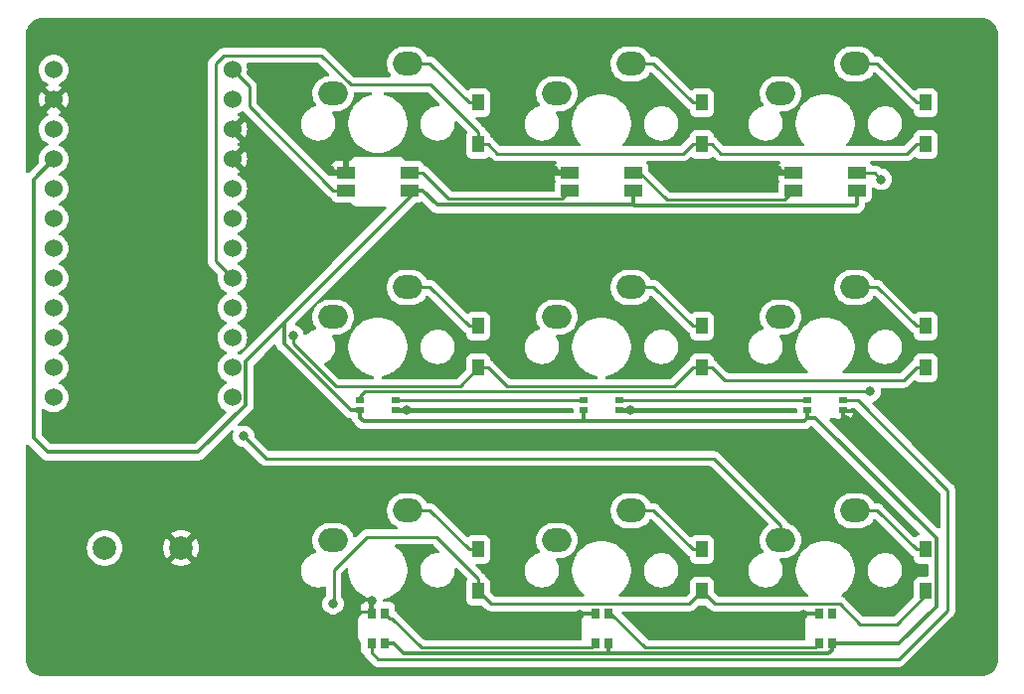
<source format=gbr>
%TF.GenerationSoftware,KiCad,Pcbnew,(6.0.1)*%
%TF.CreationDate,2022-06-19T22:09:19+09:00*%
%TF.ProjectId,reverse-mount-led-keboard,72657665-7273-4652-9d6d-6f756e742d6c,rev?*%
%TF.SameCoordinates,Original*%
%TF.FileFunction,Copper,L2,Bot*%
%TF.FilePolarity,Positive*%
%FSLAX46Y46*%
G04 Gerber Fmt 4.6, Leading zero omitted, Abs format (unit mm)*
G04 Created by KiCad (PCBNEW (6.0.1)) date 2022-06-19 22:09:19*
%MOMM*%
%LPD*%
G01*
G04 APERTURE LIST*
%TA.AperFunction,ComponentPad*%
%ADD10O,2.500000X2.000000*%
%TD*%
%TA.AperFunction,ComponentPad*%
%ADD11C,1.524000*%
%TD*%
%TA.AperFunction,ComponentPad*%
%ADD12C,2.000000*%
%TD*%
%TA.AperFunction,SMDPad,CuDef*%
%ADD13R,0.700000X0.550000*%
%TD*%
%TA.AperFunction,SMDPad,CuDef*%
%ADD14R,1.000000X1.400000*%
%TD*%
%TA.AperFunction,SMDPad,CuDef*%
%ADD15R,1.500000X1.000000*%
%TD*%
%TA.AperFunction,SMDPad,CuDef*%
%ADD16R,0.800000X0.900000*%
%TD*%
%TA.AperFunction,ViaPad*%
%ADD17C,0.800000*%
%TD*%
%TA.AperFunction,Conductor*%
%ADD18C,0.376000*%
%TD*%
%TA.AperFunction,Conductor*%
%ADD19C,0.250000*%
%TD*%
G04 APERTURE END LIST*
D10*
%TO.P,SW8,1,1*%
%TO.N,row1*%
X-730567000Y575945000D03*
%TO.P,SW8,2,2*%
%TO.N,Net-(D8-Pad2)*%
X-724217000Y578485000D03*
%TD*%
D11*
%TO.P,U1,1,TX0/D3*%
%TO.N,led*%
X-758198600Y616091000D03*
%TO.P,U1,2,RX1/D2*%
%TO.N,unconnected-(U1-Pad2)*%
X-758198600Y613551000D03*
%TO.P,U1,3,GND*%
%TO.N,GND*%
X-758198600Y611011000D03*
%TO.P,U1,4,GND*%
X-758198600Y608471000D03*
%TO.P,U1,5,2/D1/SDA*%
%TO.N,unconnected-(U1-Pad5)*%
X-758198600Y605931000D03*
%TO.P,U1,6,3/D0/SCL*%
%TO.N,unconnected-(U1-Pad6)*%
X-758198600Y603391000D03*
%TO.P,U1,7,4/D4*%
%TO.N,row0*%
X-758198600Y600851000D03*
%TO.P,U1,8,5/C6*%
%TO.N,col0*%
X-758198600Y598311000D03*
%TO.P,U1,9,6/D7*%
%TO.N,row1*%
X-758198600Y595771000D03*
%TO.P,U1,10,7/E6*%
%TO.N,col1*%
X-758198600Y593231000D03*
%TO.P,U1,11,8/B4*%
%TO.N,col2*%
X-758198600Y590691000D03*
%TO.P,U1,12,9/B5*%
%TO.N,row2*%
X-758198600Y588151000D03*
%TO.P,U1,13,B6/10*%
%TO.N,unconnected-(U1-Pad13)*%
X-773418600Y588151000D03*
%TO.P,U1,14,B2/16*%
%TO.N,unconnected-(U1-Pad14)*%
X-773418600Y590691000D03*
%TO.P,U1,15,B3/14*%
%TO.N,unconnected-(U1-Pad15)*%
X-773418600Y593231000D03*
%TO.P,U1,16,B1/15*%
%TO.N,unconnected-(U1-Pad16)*%
X-773418600Y595771000D03*
%TO.P,U1,17,F7/A0*%
%TO.N,unconnected-(U1-Pad17)*%
X-773418600Y598311000D03*
%TO.P,U1,18,F6/A1*%
%TO.N,unconnected-(U1-Pad18)*%
X-773418600Y600851000D03*
%TO.P,U1,19,F5/A2*%
%TO.N,unconnected-(U1-Pad19)*%
X-773418600Y603391000D03*
%TO.P,U1,20,F4/A3*%
%TO.N,unconnected-(U1-Pad20)*%
X-773418600Y605931000D03*
%TO.P,U1,21,VCC*%
%TO.N,VCC*%
X-773418600Y608471000D03*
%TO.P,U1,22,RST*%
%TO.N,reset*%
X-773418600Y611011000D03*
%TO.P,U1,23,GND*%
%TO.N,GND*%
X-773418600Y613551000D03*
%TO.P,U1,24,RAW*%
%TO.N,unconnected-(U1-Pad24)*%
X-773418600Y616091000D03*
%TD*%
D10*
%TO.P,SW7,1,1*%
%TO.N,row0*%
X-749617000Y575945000D03*
%TO.P,SW7,2,2*%
%TO.N,Net-(D7-Pad2)*%
X-743267000Y578485000D03*
%TD*%
%TO.P,SW3,1,1*%
%TO.N,row2*%
X-711517000Y614045000D03*
%TO.P,SW3,2,2*%
%TO.N,Net-(D3-Pad2)*%
X-705167000Y616585000D03*
%TD*%
%TO.P,SW2,1,1*%
%TO.N,row1*%
X-730567000Y614045000D03*
%TO.P,SW2,2,2*%
%TO.N,Net-(D2-Pad2)*%
X-724217000Y616585000D03*
%TD*%
%TO.P,SW5,1,1*%
%TO.N,row1*%
X-730567000Y594995000D03*
%TO.P,SW5,2,2*%
%TO.N,Net-(D5-Pad2)*%
X-724217000Y597535000D03*
%TD*%
D12*
%TO.P,SW10,1,1*%
%TO.N,reset*%
X-769060000Y575310000D03*
%TO.P,SW10,2,2*%
%TO.N,GND*%
X-762560000Y575310000D03*
%TD*%
D10*
%TO.P,SW4,1,1*%
%TO.N,row0*%
X-749617000Y594995000D03*
%TO.P,SW4,2,2*%
%TO.N,Net-(D4-Pad2)*%
X-743267000Y597535000D03*
%TD*%
%TO.P,SW6,1,1*%
%TO.N,row2*%
X-711517000Y594995000D03*
%TO.P,SW6,2,2*%
%TO.N,Net-(D6-Pad2)*%
X-705167000Y597535000D03*
%TD*%
%TO.P,SW1,1,1*%
%TO.N,row0*%
X-749617000Y614045000D03*
%TO.P,SW1,2,2*%
%TO.N,Net-(D1-Pad2)*%
X-743267000Y616585000D03*
%TD*%
%TO.P,SW9,1,1*%
%TO.N,row2*%
X-711517000Y575945000D03*
%TO.P,SW9,2,2*%
%TO.N,Net-(D9-Pad2)*%
X-705167000Y578485000D03*
%TD*%
D13*
%TO.P,LED6,1,GND*%
%TO.N,GND*%
X-706207000Y587095000D03*
%TO.P,LED6,2,DOUT*%
%TO.N,Net-(LED6-Pad2)*%
X-706207000Y587895000D03*
%TO.P,LED6,3,DIN*%
%TO.N,Net-(LED5-Pad2)*%
X-709207000Y587895000D03*
%TO.P,LED6,4,VDD*%
%TO.N,VCC*%
X-709207000Y587095000D03*
%TD*%
D14*
%TO.P,D3,1,K*%
%TO.N,col0*%
X-699135000Y609730000D03*
%TO.P,D3,2,A*%
%TO.N,Net-(D3-Pad2)*%
X-699135000Y613280000D03*
%TD*%
D15*
%TO.P,LED2,1,VDD*%
%TO.N,VCC*%
X-724057000Y605795000D03*
%TO.P,LED2,2,DOUT*%
%TO.N,Net-(LED2-Pad2)*%
X-724057000Y607295000D03*
%TO.P,LED2,3,GND*%
%TO.N,GND*%
X-729457000Y607295000D03*
%TO.P,LED2,4,DIN*%
%TO.N,Net-(LED1-Pad2)*%
X-729457000Y605795000D03*
%TD*%
D16*
%TO.P,LED9,1,DOUT*%
%TO.N,unconnected-(LED9-Pad1)*%
X-707157000Y569745000D03*
%TO.P,LED9,2,GND*%
%TO.N,GND*%
X-708257000Y569745000D03*
%TO.P,LED9,3,DIN*%
%TO.N,Net-(LED8-Pad1)*%
X-708257000Y567145000D03*
%TO.P,LED9,4,VDD*%
%TO.N,VCC*%
X-707157000Y567145000D03*
%TD*%
D14*
%TO.P,D2,1,K*%
%TO.N,col0*%
X-718185000Y609730000D03*
%TO.P,D2,2,A*%
%TO.N,Net-(D2-Pad2)*%
X-718185000Y613280000D03*
%TD*%
D16*
%TO.P,LED8,1,DOUT*%
%TO.N,Net-(LED8-Pad1)*%
X-726207000Y569745000D03*
%TO.P,LED8,2,GND*%
%TO.N,GND*%
X-727307000Y569745000D03*
%TO.P,LED8,3,DIN*%
%TO.N,Net-(LED7-Pad1)*%
X-727307000Y567145000D03*
%TO.P,LED8,4,VDD*%
%TO.N,VCC*%
X-726207000Y567145000D03*
%TD*%
D14*
%TO.P,D4,1,K*%
%TO.N,col1*%
X-737235000Y590680000D03*
%TO.P,D4,2,A*%
%TO.N,Net-(D4-Pad2)*%
X-737235000Y594230000D03*
%TD*%
%TO.P,D1,1,K*%
%TO.N,col0*%
X-737235000Y609730000D03*
%TO.P,D1,2,A*%
%TO.N,Net-(D1-Pad2)*%
X-737235000Y613280000D03*
%TD*%
D15*
%TO.P,LED3,1,VDD*%
%TO.N,VCC*%
X-705007000Y605795000D03*
%TO.P,LED3,2,DOUT*%
%TO.N,Net-(LED3-Pad2)*%
X-705007000Y607295000D03*
%TO.P,LED3,3,GND*%
%TO.N,GND*%
X-710407000Y607295000D03*
%TO.P,LED3,4,DIN*%
%TO.N,Net-(LED2-Pad2)*%
X-710407000Y605795000D03*
%TD*%
D14*
%TO.P,D8,1,K*%
%TO.N,col2*%
X-718185000Y571630000D03*
%TO.P,D8,2,A*%
%TO.N,Net-(D8-Pad2)*%
X-718185000Y575180000D03*
%TD*%
%TO.P,D7,1,K*%
%TO.N,col2*%
X-737235000Y571630000D03*
%TO.P,D7,2,A*%
%TO.N,Net-(D7-Pad2)*%
X-737235000Y575180000D03*
%TD*%
D16*
%TO.P,LED7,1,DOUT*%
%TO.N,Net-(LED7-Pad1)*%
X-745257000Y569745000D03*
%TO.P,LED7,2,GND*%
%TO.N,GND*%
X-746357000Y569745000D03*
%TO.P,LED7,3,DIN*%
%TO.N,Net-(LED6-Pad2)*%
X-746357000Y567145000D03*
%TO.P,LED7,4,VDD*%
%TO.N,VCC*%
X-745257000Y567145000D03*
%TD*%
D14*
%TO.P,D5,1,K*%
%TO.N,col1*%
X-718185000Y590680000D03*
%TO.P,D5,2,A*%
%TO.N,Net-(D5-Pad2)*%
X-718185000Y594230000D03*
%TD*%
D15*
%TO.P,LED1,1,VDD*%
%TO.N,VCC*%
X-743107000Y605795000D03*
%TO.P,LED1,2,DOUT*%
%TO.N,Net-(LED1-Pad2)*%
X-743107000Y607295000D03*
%TO.P,LED1,3,GND*%
%TO.N,GND*%
X-748507000Y607295000D03*
%TO.P,LED1,4,DIN*%
%TO.N,led*%
X-748507000Y605795000D03*
%TD*%
D13*
%TO.P,LED4,1,GND*%
%TO.N,GND*%
X-744307000Y587095000D03*
%TO.P,LED4,2,DOUT*%
%TO.N,Net-(LED4-Pad2)*%
X-744307000Y587895000D03*
%TO.P,LED4,3,DIN*%
%TO.N,Net-(LED3-Pad2)*%
X-747307000Y587895000D03*
%TO.P,LED4,4,VDD*%
%TO.N,VCC*%
X-747307000Y587095000D03*
%TD*%
D14*
%TO.P,D9,1,K*%
%TO.N,col2*%
X-699135000Y571630000D03*
%TO.P,D9,2,A*%
%TO.N,Net-(D9-Pad2)*%
X-699135000Y575180000D03*
%TD*%
D13*
%TO.P,LED5,1,GND*%
%TO.N,GND*%
X-725257000Y587095000D03*
%TO.P,LED5,2,DOUT*%
%TO.N,Net-(LED5-Pad2)*%
X-725257000Y587895000D03*
%TO.P,LED5,3,DIN*%
%TO.N,Net-(LED4-Pad2)*%
X-728257000Y587895000D03*
%TO.P,LED5,4,VDD*%
%TO.N,VCC*%
X-728257000Y587095000D03*
%TD*%
D14*
%TO.P,D6,1,K*%
%TO.N,col1*%
X-699135000Y590680000D03*
%TO.P,D6,2,A*%
%TO.N,Net-(D6-Pad2)*%
X-699135000Y594230000D03*
%TD*%
D17*
%TO.N,col1*%
X-753014500Y593407500D03*
%TO.N,GND*%
X-746357000Y570800000D03*
X-711782000Y607531000D03*
X-705950000Y586206000D03*
X-728662500Y569595000D03*
X-709612500Y569595000D03*
X-749863000Y607559000D03*
X-724270000Y587041000D03*
X-730842000Y607541000D03*
X-743345000Y587073000D03*
%TO.N,Net-(LED3-Pad2)*%
X-702945000Y606742500D03*
X-703897500Y588645000D03*
%TO.N,col2*%
X-749617500Y570547500D03*
%TO.N,row2*%
X-757237500Y584835000D03*
%TD*%
D18*
%TO.N,VCC*%
X-707740000Y566306000D02*
X-726207000Y566306000D01*
X-707740000Y566307489D02*
X-707740000Y566306000D01*
X-707469489Y566307489D02*
X-707740000Y566307489D01*
X-707157000Y566619978D02*
X-707469489Y566307489D01*
X-707157000Y567145000D02*
X-707157000Y566619978D01*
D19*
%TO.N,col2*%
X-717074511Y570519511D02*
X-718185000Y571630000D01*
X-701600000Y568820000D02*
X-704732978Y568820000D01*
X-699135000Y571285000D02*
X-701600000Y568820000D01*
X-704732978Y568820000D02*
X-706432489Y570519511D01*
X-699135000Y571630000D02*
X-699135000Y571285000D01*
X-706432489Y570519511D02*
X-717074511Y570519511D01*
D18*
%TO.N,VCC*%
X-757049089Y591230911D02*
X-753802000Y594478000D01*
X-753802000Y594478000D02*
X-753802000Y594530000D01*
X-775140000Y584660000D02*
X-773950000Y583470000D01*
X-773950000Y583470000D02*
X-761110000Y583470000D01*
X-775140000Y606750000D02*
X-775140000Y584660000D01*
X-773419000Y608471000D02*
X-775140000Y606750000D01*
X-761110000Y583470000D02*
X-757049089Y587530911D01*
X-757049089Y587530911D02*
X-757049089Y591230911D01*
D19*
%TO.N,col0*%
X-759650000Y599762000D02*
X-758199000Y598311000D01*
X-758926000Y617304000D02*
X-759650000Y616580000D01*
X-737235000Y609730000D02*
X-736409000Y609730000D01*
X-700741000Y608950000D02*
X-699961000Y609730000D01*
X-741306000Y614827000D02*
X-748135000Y614827000D01*
X-719011000Y609730000D02*
X-718185000Y609730000D01*
X-718185000Y609730000D02*
X-717359000Y609730000D01*
X-716579000Y608950000D02*
X-700741000Y608950000D01*
X-748135000Y614827000D02*
X-750612000Y617304000D01*
X-737235000Y610756000D02*
X-741306000Y614827000D01*
X-717359000Y609730000D02*
X-716579000Y608950000D01*
X-750612000Y617304000D02*
X-758926000Y617304000D01*
X-699961000Y609730000D02*
X-699135000Y609730000D01*
X-759650000Y616580000D02*
X-759650000Y599762000D01*
X-735619000Y608940000D02*
X-719801000Y608940000D01*
X-736409000Y609730000D02*
X-735619000Y608940000D01*
X-737235000Y609730000D02*
X-737235000Y610756000D01*
X-719801000Y608940000D02*
X-719011000Y609730000D01*
%TO.N,Net-(D1-Pad2)*%
X-738061000Y613280000D02*
X-741366000Y616585000D01*
X-741366000Y616585000D02*
X-743267000Y616585000D01*
X-737235000Y613280000D02*
X-738061000Y613280000D01*
%TO.N,Net-(D2-Pad2)*%
X-719011000Y613280000D02*
X-722316000Y616585000D01*
X-718185000Y613280000D02*
X-719011000Y613280000D01*
X-722316000Y616585000D02*
X-724217000Y616585000D01*
%TO.N,col1*%
X-701043500Y589597500D02*
X-716276500Y589597500D01*
X-720596480Y589094520D02*
X-734823520Y589094520D01*
X-753014500Y592709343D02*
X-749399677Y589094520D01*
X-699961000Y590680000D02*
X-701043500Y589597500D01*
X-734823520Y589094520D02*
X-736409000Y590680000D01*
X-719011000Y590680000D02*
X-720596480Y589094520D01*
X-738820480Y589094520D02*
X-737235000Y590680000D01*
X-699135000Y590680000D02*
X-699961000Y590680000D01*
X-717359000Y590680000D02*
X-718185000Y590680000D01*
X-749399677Y589094520D02*
X-738820480Y589094520D01*
X-736409000Y590680000D02*
X-737235000Y590680000D01*
X-716276500Y589597500D02*
X-717359000Y590680000D01*
X-718185000Y590680000D02*
X-719011000Y590680000D01*
X-753014500Y593407500D02*
X-753014500Y592709343D01*
%TO.N,Net-(D3-Pad2)*%
X-699961000Y613280000D02*
X-703266000Y616585000D01*
X-703266000Y616585000D02*
X-705167000Y616585000D01*
X-699135000Y613280000D02*
X-699961000Y613280000D01*
%TO.N,Net-(D4-Pad2)*%
X-737235000Y594230000D02*
X-738061000Y594230000D01*
X-741366000Y597535000D02*
X-743267000Y597535000D01*
X-738061000Y594230000D02*
X-741366000Y597535000D01*
D18*
%TO.N,GND*%
X-730596000Y607295000D02*
X-730842000Y607541000D01*
X-725257000Y587095000D02*
X-724518000Y587095000D01*
X-728512500Y569745000D02*
X-728662500Y569595000D01*
X-749646000Y607342000D02*
X-749646000Y607295000D01*
X-710407000Y607295000D02*
X-711546000Y607295000D01*
X-746357000Y569745000D02*
X-746357000Y570800000D01*
X-706175000Y586431000D02*
X-706207000Y586431000D01*
X-706207000Y587095000D02*
X-706207000Y586431000D01*
X-743345000Y587073000D02*
X-743546000Y587073000D01*
X-711546000Y607295000D02*
X-711782000Y607531000D01*
X-724464000Y587041000D02*
X-724518000Y587095000D01*
X-727307000Y569745000D02*
X-728512500Y569745000D01*
X-724270000Y587041000D02*
X-724464000Y587041000D01*
X-729457000Y607295000D02*
X-730596000Y607295000D01*
X-709612500Y569595000D02*
X-709462500Y569745000D01*
X-743546000Y587073000D02*
X-743568000Y587095000D01*
X-709462500Y569745000D02*
X-708257000Y569745000D01*
X-748507000Y607295000D02*
X-749646000Y607295000D01*
X-744307000Y587095000D02*
X-743568000Y587095000D01*
X-749863000Y607559000D02*
X-749646000Y607342000D01*
X-705950000Y586206000D02*
X-706175000Y586431000D01*
D19*
%TO.N,Net-(LED1-Pad2)*%
X-742031000Y607295000D02*
X-739803520Y605067520D01*
X-743107000Y607295000D02*
X-742031000Y607295000D01*
X-730184480Y605067520D02*
X-729457000Y605795000D01*
X-739803520Y605067520D02*
X-730184480Y605067520D01*
%TO.N,led*%
X-756748000Y612960000D02*
X-756748000Y614640000D01*
X-748507000Y605795000D02*
X-749583000Y605795000D01*
X-749583000Y605795000D02*
X-756748000Y612960000D01*
X-756748000Y614640000D02*
X-758199000Y616091000D01*
D18*
%TO.N,VCC*%
X-748125000Y587095000D02*
X-753802000Y592772000D01*
X-742537000Y605795000D02*
X-741968000Y605795000D01*
X-709514000Y586124000D02*
X-709207000Y586431000D01*
X-747307000Y587095000D02*
X-748125000Y587095000D01*
X-705007000Y605795000D02*
X-705007000Y604601000D01*
X-708541000Y586431000D02*
X-698236000Y576126000D01*
X-742537000Y605795000D02*
X-753802000Y594530000D01*
X-747307000Y587095000D02*
X-747307000Y586431000D01*
X-745257000Y567145000D02*
X-744468000Y567145000D01*
X-709207000Y586431000D02*
X-708541000Y586431000D01*
X-698236000Y576126000D02*
X-698236000Y570335000D01*
X-709207000Y586576000D02*
X-709207000Y586431000D01*
X-741968000Y605795000D02*
X-740728000Y604555000D01*
X-728257000Y586124000D02*
X-709514000Y586124000D01*
X-747000000Y586124000D02*
X-728257000Y586124000D01*
X-747307000Y586431000D02*
X-747000000Y586124000D01*
X-723929000Y604492000D02*
X-724057000Y604620000D01*
X-705007000Y604601000D02*
X-705116000Y604492000D01*
X-743107000Y605795000D02*
X-742537000Y605795000D01*
X-728257000Y586124000D02*
X-728257000Y587095000D01*
X-753802000Y592772000D02*
X-753802000Y594530000D01*
X-724057000Y604620000D02*
X-724057000Y605795000D01*
X-724122000Y604555000D02*
X-724057000Y604620000D01*
X-698236000Y570335000D02*
X-701426000Y567145000D01*
X-705116000Y604492000D02*
X-723929000Y604492000D01*
X-743629000Y566306000D02*
X-726207000Y566306000D01*
X-726207000Y567145000D02*
X-726207000Y566306000D01*
X-744468000Y567145000D02*
X-743629000Y566306000D01*
X-740728000Y604555000D02*
X-724122000Y604555000D01*
X-701426000Y567145000D02*
X-707157000Y567145000D01*
X-709207000Y587095000D02*
X-709207000Y586576000D01*
D19*
%TO.N,Net-(LED2-Pad2)*%
X-711197480Y605004520D02*
X-721209520Y605004520D01*
X-710407000Y605795000D02*
X-711197480Y605004520D01*
X-721209520Y605004520D02*
X-723500000Y607295000D01*
X-723500000Y607295000D02*
X-724057000Y607295000D01*
%TO.N,Net-(LED3-Pad2)*%
X-703897500Y588645000D02*
X-746901500Y588645000D01*
X-747307000Y588239500D02*
X-747307000Y587895000D01*
X-705007000Y607295000D02*
X-703497500Y607295000D01*
X-746901500Y588645000D02*
X-747307000Y588239500D01*
X-703497500Y607295000D02*
X-702945000Y606742500D01*
%TO.N,col2*%
X-746760000Y576262500D02*
X-740841500Y576262500D01*
X-749562479Y573460021D02*
X-746760000Y576262500D01*
X-737235000Y571630000D02*
X-736152500Y570547500D01*
X-749562479Y570602521D02*
X-749562479Y573460021D01*
X-749617500Y570547500D02*
X-749562479Y570602521D01*
X-737235000Y571630000D02*
X-737235000Y572656000D01*
X-737235000Y572656000D02*
X-740841500Y576262500D01*
X-736152500Y570547500D02*
X-719267500Y570547500D01*
X-719267500Y570547500D02*
X-718185000Y571630000D01*
%TO.N,Net-(D5-Pad2)*%
X-719011000Y594230000D02*
X-722316000Y597535000D01*
X-722316000Y597535000D02*
X-724217000Y597535000D01*
X-718185000Y594230000D02*
X-719011000Y594230000D01*
%TO.N,Net-(D6-Pad2)*%
X-699961000Y594230000D02*
X-703266000Y597535000D01*
X-699135000Y594230000D02*
X-699961000Y594230000D01*
X-703266000Y597535000D02*
X-705167000Y597535000D01*
%TO.N,Net-(LED4-Pad2)*%
X-728257000Y587895000D02*
X-744307000Y587895000D01*
%TO.N,Net-(LED5-Pad2)*%
X-725257000Y587895000D02*
X-709207000Y587895000D01*
%TO.N,Net-(D7-Pad2)*%
X-737235000Y575180000D02*
X-738061000Y575180000D01*
X-741366000Y578485000D02*
X-743267000Y578485000D01*
X-738061000Y575180000D02*
X-741366000Y578485000D01*
%TO.N,Net-(D8-Pad2)*%
X-719011000Y575180000D02*
X-722316000Y578485000D01*
X-722316000Y578485000D02*
X-724217000Y578485000D01*
X-718185000Y575180000D02*
X-719011000Y575180000D01*
%TO.N,Net-(D9-Pad2)*%
X-703266000Y578485000D02*
X-705167000Y578485000D01*
X-699961000Y575180000D02*
X-703266000Y578485000D01*
X-699135000Y575180000D02*
X-699961000Y575180000D01*
%TO.N,Net-(LED6-Pad2)*%
X-745773000Y565785000D02*
X-701454000Y565785000D01*
X-701454000Y565785000D02*
X-697264000Y569975000D01*
X-746357000Y566369000D02*
X-745773000Y565785000D01*
X-704915000Y587895000D02*
X-706207000Y587895000D01*
X-746357000Y567145000D02*
X-746357000Y566369000D01*
X-697264000Y569975000D02*
X-697264000Y580244000D01*
X-697264000Y580244000D02*
X-704915000Y587895000D01*
%TO.N,Net-(LED7-Pad1)*%
X-744605216Y569320020D02*
X-742103716Y566818520D01*
X-744832020Y569320020D02*
X-744605216Y569320020D01*
X-745257000Y569745000D02*
X-744832020Y569320020D01*
X-742103716Y566818520D02*
X-727633480Y566818520D01*
X-727633480Y566818520D02*
X-727307000Y567145000D01*
%TO.N,Net-(LED8-Pad1)*%
X-725955000Y569745000D02*
X-723028520Y566818520D01*
X-723028520Y566818520D02*
X-708583480Y566818520D01*
X-708583480Y566818520D02*
X-708257000Y567145000D01*
X-726207000Y569745000D02*
X-725955000Y569745000D01*
%TO.N,row2*%
X-717176000Y582930000D02*
X-711517000Y577271000D01*
X-711517000Y577271000D02*
X-711517000Y575945000D01*
X-755332500Y582930000D02*
X-717176000Y582930000D01*
X-757237500Y584835000D02*
X-755332500Y582930000D01*
%TD*%
%TA.AperFunction,Conductor*%
%TO.N,GND*%
G36*
X-694402443Y620520500D02*
G01*
X-694387642Y620518195D01*
X-694387639Y620518195D01*
X-694378770Y620516814D01*
X-694364731Y620518650D01*
X-694338511Y620519325D01*
X-694163846Y620505579D01*
X-694144319Y620502486D01*
X-693950441Y620455940D01*
X-693931646Y620449833D01*
X-693747433Y620373529D01*
X-693729822Y620364555D01*
X-693559815Y620260374D01*
X-693543827Y620248759D01*
X-693392212Y620119268D01*
X-693378234Y620105290D01*
X-693248741Y619953673D01*
X-693237126Y619937685D01*
X-693132945Y619767678D01*
X-693123971Y619750067D01*
X-693104692Y619703524D01*
X-693047669Y619565859D01*
X-693041559Y619547055D01*
X-692995014Y619353182D01*
X-692991921Y619333653D01*
X-692978726Y619165987D01*
X-692979367Y619149119D01*
X-692979195Y619149117D01*
X-692979305Y619140141D01*
X-692980686Y619131270D01*
X-692979522Y619122368D01*
X-692979522Y619122365D01*
X-692976564Y619099749D01*
X-692975500Y619083411D01*
X-692975500Y565834328D01*
X-692977000Y565814944D01*
X-692980686Y565791270D01*
X-692979046Y565778730D01*
X-692978850Y565777233D01*
X-692978175Y565751011D01*
X-692991921Y565576346D01*
X-692995014Y565556819D01*
X-693035903Y565386502D01*
X-693041559Y565362945D01*
X-693047667Y565344146D01*
X-693123971Y565159933D01*
X-693132945Y565142322D01*
X-693237126Y564972315D01*
X-693248741Y564956327D01*
X-693378232Y564804712D01*
X-693392210Y564790734D01*
X-693543827Y564661241D01*
X-693559815Y564649626D01*
X-693729822Y564545445D01*
X-693747433Y564536471D01*
X-693931646Y564460167D01*
X-693950441Y564454060D01*
X-694144318Y564407514D01*
X-694163847Y564404421D01*
X-694331513Y564391226D01*
X-694348381Y564391867D01*
X-694348383Y564391695D01*
X-694357359Y564391805D01*
X-694366230Y564393186D01*
X-694375132Y564392022D01*
X-694375135Y564392022D01*
X-694397751Y564389064D01*
X-694414089Y564388000D01*
X-774333172Y564388000D01*
X-774352557Y564389500D01*
X-774367358Y564391805D01*
X-774367361Y564391805D01*
X-774376230Y564393186D01*
X-774390269Y564391350D01*
X-774416489Y564390675D01*
X-774591154Y564404421D01*
X-774610682Y564407514D01*
X-774804559Y564454060D01*
X-774823354Y564460167D01*
X-775007567Y564536471D01*
X-775025178Y564545445D01*
X-775195185Y564649626D01*
X-775211173Y564661241D01*
X-775362790Y564790734D01*
X-775376768Y564804712D01*
X-775506259Y564956327D01*
X-775517874Y564972315D01*
X-775622055Y565142322D01*
X-775631029Y565159933D01*
X-775707333Y565344146D01*
X-775713441Y565362945D01*
X-775719096Y565386502D01*
X-775759986Y565556819D01*
X-775763079Y565576347D01*
X-775776274Y565744013D01*
X-775775633Y565760881D01*
X-775775805Y565760883D01*
X-775775695Y565769859D01*
X-775774314Y565778730D01*
X-775775953Y565791270D01*
X-775778436Y565810251D01*
X-775779500Y565826589D01*
X-775779500Y575310000D01*
X-770573165Y575310000D01*
X-770554535Y575073289D01*
X-770553381Y575068482D01*
X-770553380Y575068476D01*
X-770540769Y575015948D01*
X-770499105Y574842406D01*
X-770497212Y574837835D01*
X-770497211Y574837833D01*
X-770410228Y574627837D01*
X-770408240Y574623037D01*
X-770405654Y574618817D01*
X-770286759Y574424798D01*
X-770286755Y574424792D01*
X-770284176Y574420584D01*
X-770129969Y574240031D01*
X-769949416Y574085824D01*
X-769945208Y574083245D01*
X-769945202Y574083241D01*
X-769763884Y573972129D01*
X-769746963Y573961760D01*
X-769742393Y573959867D01*
X-769742389Y573959865D01*
X-769532167Y573872789D01*
X-769527594Y573870895D01*
X-769447391Y573851640D01*
X-769301524Y573816620D01*
X-769301518Y573816619D01*
X-769296711Y573815465D01*
X-769060000Y573796835D01*
X-768823289Y573815465D01*
X-768818482Y573816619D01*
X-768818476Y573816620D01*
X-768672609Y573851640D01*
X-768592406Y573870895D01*
X-768587833Y573872789D01*
X-768377611Y573959865D01*
X-768377607Y573959867D01*
X-768373037Y573961760D01*
X-768356116Y573972129D01*
X-768184444Y574077330D01*
X-763427840Y574077330D01*
X-763422113Y574069680D01*
X-763250958Y573964795D01*
X-763242163Y573960313D01*
X-763032012Y573873266D01*
X-763022627Y573870217D01*
X-762801446Y573817115D01*
X-762791699Y573815572D01*
X-762564930Y573797725D01*
X-762555070Y573797725D01*
X-762328301Y573815572D01*
X-762318554Y573817115D01*
X-762097373Y573870217D01*
X-762087988Y573873266D01*
X-761877837Y573960313D01*
X-761869042Y573964795D01*
X-761701555Y574067432D01*
X-761692093Y574077890D01*
X-761695876Y574086666D01*
X-762547188Y574937978D01*
X-762561132Y574945592D01*
X-762562965Y574945461D01*
X-762569580Y574941210D01*
X-763421080Y574089710D01*
X-763427840Y574077330D01*
X-768184444Y574077330D01*
X-768174798Y574083241D01*
X-768174792Y574083245D01*
X-768170584Y574085824D01*
X-767990031Y574240031D01*
X-767835824Y574420584D01*
X-767833245Y574424792D01*
X-767833241Y574424798D01*
X-767714346Y574618817D01*
X-767711760Y574623037D01*
X-767709771Y574627837D01*
X-767622789Y574837833D01*
X-767622788Y574837835D01*
X-767620895Y574842406D01*
X-767579231Y575015948D01*
X-767566620Y575068476D01*
X-767566619Y575068482D01*
X-767565465Y575073289D01*
X-767547223Y575305070D01*
X-764072275Y575305070D01*
X-764054428Y575078301D01*
X-764052885Y575068554D01*
X-763999783Y574847373D01*
X-763996734Y574837988D01*
X-763909687Y574627837D01*
X-763905205Y574619042D01*
X-763802568Y574451555D01*
X-763792110Y574442093D01*
X-763783334Y574445876D01*
X-762932022Y575297188D01*
X-762925644Y575308868D01*
X-762195592Y575308868D01*
X-762195461Y575307035D01*
X-762191210Y575300420D01*
X-761339710Y574448920D01*
X-761327330Y574442160D01*
X-761319680Y574447887D01*
X-761214795Y574619042D01*
X-761210313Y574627837D01*
X-761123266Y574837988D01*
X-761120217Y574847373D01*
X-761067115Y575068554D01*
X-761065572Y575078301D01*
X-761047725Y575305070D01*
X-761047725Y575314930D01*
X-761065572Y575541699D01*
X-761067115Y575551446D01*
X-761120217Y575772627D01*
X-761123266Y575782012D01*
X-761210313Y575992163D01*
X-761214795Y576000958D01*
X-761317432Y576168445D01*
X-761327890Y576177907D01*
X-761336666Y576174124D01*
X-762187978Y575322812D01*
X-762195592Y575308868D01*
X-762925644Y575308868D01*
X-762924408Y575311132D01*
X-762924539Y575312965D01*
X-762928790Y575319580D01*
X-763780290Y576171080D01*
X-763792670Y576177840D01*
X-763800320Y576172113D01*
X-763905205Y576000958D01*
X-763909687Y575992163D01*
X-763996734Y575782012D01*
X-763999783Y575772627D01*
X-764052885Y575551446D01*
X-764054428Y575541699D01*
X-764072275Y575314930D01*
X-764072275Y575305070D01*
X-767547223Y575305070D01*
X-767546835Y575310000D01*
X-767565465Y575546711D01*
X-767576360Y575592095D01*
X-767612339Y575741956D01*
X-767620895Y575777594D01*
X-767670452Y575897237D01*
X-767709865Y575992389D01*
X-767709867Y575992393D01*
X-767711760Y575996963D01*
X-767795670Y576133891D01*
X-767833241Y576195202D01*
X-767833245Y576195208D01*
X-767835824Y576199416D01*
X-767990031Y576379969D01*
X-768000019Y576388500D01*
X-768015888Y576402053D01*
X-768170584Y576534176D01*
X-768174792Y576536755D01*
X-768174798Y576536759D01*
X-768183530Y576542110D01*
X-763427907Y576542110D01*
X-763424124Y576533334D01*
X-762572812Y575682022D01*
X-762558868Y575674408D01*
X-762557035Y575674539D01*
X-762550420Y575678790D01*
X-761698920Y576530290D01*
X-761692160Y576542670D01*
X-761697887Y576550320D01*
X-761869042Y576655205D01*
X-761877837Y576659687D01*
X-762087988Y576746734D01*
X-762097373Y576749783D01*
X-762318554Y576802885D01*
X-762328301Y576804428D01*
X-762555070Y576822275D01*
X-762564930Y576822275D01*
X-762791699Y576804428D01*
X-762801446Y576802885D01*
X-763022627Y576749783D01*
X-763032012Y576746734D01*
X-763242163Y576659687D01*
X-763250958Y576655205D01*
X-763418445Y576552568D01*
X-763427907Y576542110D01*
X-768183530Y576542110D01*
X-768368817Y576655654D01*
X-768373037Y576658240D01*
X-768377607Y576660133D01*
X-768377611Y576660135D01*
X-768587833Y576747211D01*
X-768587835Y576747212D01*
X-768592406Y576749105D01*
X-768672609Y576768360D01*
X-768818476Y576803380D01*
X-768818482Y576803381D01*
X-768823289Y576804535D01*
X-769060000Y576823165D01*
X-769296711Y576804535D01*
X-769301518Y576803381D01*
X-769301524Y576803380D01*
X-769447391Y576768360D01*
X-769527594Y576749105D01*
X-769532165Y576747212D01*
X-769532167Y576747211D01*
X-769742389Y576660135D01*
X-769742393Y576660133D01*
X-769746963Y576658240D01*
X-769751183Y576655654D01*
X-769945202Y576536759D01*
X-769945208Y576536755D01*
X-769949416Y576534176D01*
X-770104112Y576402053D01*
X-770119980Y576388500D01*
X-770129969Y576379969D01*
X-770284176Y576199416D01*
X-770286755Y576195208D01*
X-770286759Y576195202D01*
X-770324330Y576133891D01*
X-770408240Y575996963D01*
X-770410133Y575992393D01*
X-770410135Y575992389D01*
X-770449548Y575897237D01*
X-770499105Y575777594D01*
X-770507661Y575741956D01*
X-770543639Y575592095D01*
X-770554535Y575546711D01*
X-770573165Y575310000D01*
X-775779500Y575310000D01*
X-775779500Y584010310D01*
X-775759498Y584078431D01*
X-775705842Y584124924D01*
X-775635568Y584135028D01*
X-775570988Y584105534D01*
X-775564405Y584099405D01*
X-774462670Y582997671D01*
X-774456816Y582991405D01*
X-774424468Y582954323D01*
X-774424465Y582954320D01*
X-774419473Y582948598D01*
X-774413258Y582944230D01*
X-774368122Y582912507D01*
X-774362828Y582908575D01*
X-774313456Y582869863D01*
X-774306535Y582866738D01*
X-774303274Y582864763D01*
X-774291118Y582857829D01*
X-774287762Y582856029D01*
X-774281549Y582851663D01*
X-774274473Y582848904D01*
X-774274469Y582848902D01*
X-774223094Y582828872D01*
X-774217014Y582826316D01*
X-774166734Y582803614D01*
X-774166731Y582803613D01*
X-774159812Y582800489D01*
X-774152347Y582799105D01*
X-774148775Y582797986D01*
X-774135230Y582794128D01*
X-774131562Y582793186D01*
X-774124485Y582790427D01*
X-774116958Y582789436D01*
X-774062258Y582782234D01*
X-774055748Y582781202D01*
X-773994055Y582769769D01*
X-773986474Y582770206D01*
X-773986473Y582770206D01*
X-773932972Y582773291D01*
X-773925719Y582773500D01*
X-761138504Y582773500D01*
X-761129935Y582773208D01*
X-761080857Y582769862D01*
X-761080853Y582769862D01*
X-761073281Y582769346D01*
X-761065804Y582770651D01*
X-761065802Y582770651D01*
X-761027281Y582777374D01*
X-761011447Y582780138D01*
X-761004929Y582781099D01*
X-760942641Y582788637D01*
X-760935527Y582791325D01*
X-760931819Y582792236D01*
X-760918347Y582795921D01*
X-760914701Y582797022D01*
X-760907210Y582798329D01*
X-760849734Y582823560D01*
X-760843643Y582826045D01*
X-760784944Y582848225D01*
X-760778682Y582852529D01*
X-760775321Y582854286D01*
X-760763080Y582861100D01*
X-760759805Y582863037D01*
X-760752849Y582866090D01*
X-760703045Y582904305D01*
X-760697736Y582908162D01*
X-760694169Y582910613D01*
X-760646013Y582943710D01*
X-760605295Y582989411D01*
X-760600313Y582994687D01*
X-758290842Y585304158D01*
X-758228530Y585338184D01*
X-758157715Y585333119D01*
X-758100879Y585290572D01*
X-758076068Y585224052D01*
X-758081914Y585176127D01*
X-758131042Y585024928D01*
X-758131732Y585018367D01*
X-758131732Y585018365D01*
X-758139075Y584948500D01*
X-758151004Y584835000D01*
X-758131042Y584645072D01*
X-758072027Y584463444D01*
X-757976540Y584298056D01*
X-757972122Y584293149D01*
X-757972121Y584293148D01*
X-757860679Y584169379D01*
X-757848753Y584156134D01*
X-757694252Y584043882D01*
X-757688224Y584041198D01*
X-757688222Y584041197D01*
X-757618848Y584010310D01*
X-757519788Y583966206D01*
X-757426387Y583946353D01*
X-757339444Y583927872D01*
X-757339439Y583927872D01*
X-757332987Y583926500D01*
X-757277094Y583926500D01*
X-757208973Y583906498D01*
X-757187999Y583889595D01*
X-755836152Y582537747D01*
X-755828612Y582529461D01*
X-755824500Y582522982D01*
X-755818723Y582517557D01*
X-755774849Y582476357D01*
X-755772007Y582473602D01*
X-755752270Y582453865D01*
X-755749073Y582451385D01*
X-755740053Y582443682D01*
X-755707821Y582413414D01*
X-755700875Y582409595D01*
X-755700872Y582409593D01*
X-755690066Y582403652D01*
X-755673547Y582392801D01*
X-755657541Y582380386D01*
X-755650272Y582377241D01*
X-755650268Y582377238D01*
X-755616963Y582362826D01*
X-755606313Y582357609D01*
X-755567560Y582336305D01*
X-755559885Y582334334D01*
X-755559884Y582334334D01*
X-755547938Y582331267D01*
X-755529233Y582324863D01*
X-755510645Y582316819D01*
X-755502822Y582315580D01*
X-755502812Y582315577D01*
X-755466976Y582309901D01*
X-755455356Y582307495D01*
X-755420211Y582298472D01*
X-755412530Y582296500D01*
X-755392276Y582296500D01*
X-755372566Y582294949D01*
X-755352557Y582291780D01*
X-755344665Y582292526D01*
X-755308539Y582295941D01*
X-755296681Y582296500D01*
X-717490594Y582296500D01*
X-717422473Y582276498D01*
X-717401499Y582259595D01*
X-712555180Y577413276D01*
X-712521154Y577350964D01*
X-712526219Y577280149D01*
X-712568766Y577223313D01*
X-712577114Y577217573D01*
X-712673567Y577156833D01*
X-712719166Y577116633D01*
X-712851858Y576999650D01*
X-712851861Y576999647D01*
X-712855655Y576996302D01*
X-712858865Y576992394D01*
X-712858866Y576992393D01*
X-712998189Y576822777D01*
X-713009734Y576808722D01*
X-713030816Y576772499D01*
X-713099083Y576655205D01*
X-713131841Y576598922D01*
X-713133654Y576594199D01*
X-713216271Y576378971D01*
X-713218833Y576372298D01*
X-713219867Y576367348D01*
X-713219868Y576367345D01*
X-713261325Y576168898D01*
X-713268474Y576134680D01*
X-713279486Y575892183D01*
X-713278905Y575887163D01*
X-713278905Y575887159D01*
X-713254288Y575674408D01*
X-713251585Y575651044D01*
X-713250209Y575646180D01*
X-713250208Y575646177D01*
X-713204524Y575484734D01*
X-713185490Y575417468D01*
X-713183356Y575412892D01*
X-713183354Y575412886D01*
X-713085038Y575202046D01*
X-713082901Y575197464D01*
X-713080060Y575193283D01*
X-713080059Y575193282D01*
X-712973567Y575036585D01*
X-712951821Y574969001D01*
X-712970065Y574900388D01*
X-713022508Y574852532D01*
X-713047084Y574843558D01*
X-713253625Y574791679D01*
X-713253629Y574791678D01*
X-713258636Y574790420D01*
X-713263366Y574788364D01*
X-713263373Y574788361D01*
X-713473841Y574696847D01*
X-713473844Y574696845D01*
X-713478578Y574694787D01*
X-713482912Y574691983D01*
X-713482916Y574691981D01*
X-713675604Y574567325D01*
X-713675607Y574567323D01*
X-713679947Y574564515D01*
X-713683770Y574561036D01*
X-713683773Y574561034D01*
X-713838125Y574420584D01*
X-713857335Y574403104D01*
X-713860534Y574399053D01*
X-713860538Y574399049D01*
X-713881489Y574372520D01*
X-714005979Y574214888D01*
X-714121887Y574004922D01*
X-714140805Y573951498D01*
X-714195574Y573796835D01*
X-714201945Y573778845D01*
X-714202852Y573773752D01*
X-714202853Y573773749D01*
X-714239724Y573566753D01*
X-714244004Y573542727D01*
X-714246934Y573302911D01*
X-714210657Y573065837D01*
X-714136146Y572837871D01*
X-714025403Y572625136D01*
X-714022300Y572621003D01*
X-714022298Y572621000D01*
X-713886636Y572440316D01*
X-713881402Y572433345D01*
X-713708010Y572267648D01*
X-713509883Y572132495D01*
X-713377930Y572071244D01*
X-713342976Y572055019D01*
X-713292344Y572031516D01*
X-713061232Y571967424D01*
X-712957521Y571956340D01*
X-712868778Y571946856D01*
X-712868770Y571946856D01*
X-712865443Y571946500D01*
X-712726197Y571946500D01*
X-712723624Y571946712D01*
X-712723613Y571946712D01*
X-712553124Y571960729D01*
X-712553118Y571960730D01*
X-712547973Y571961153D01*
X-712431669Y571990366D01*
X-712320375Y572018321D01*
X-712320371Y572018322D01*
X-712315364Y572019580D01*
X-712310634Y572021636D01*
X-712310627Y572021639D01*
X-712100159Y572113153D01*
X-712100156Y572113155D01*
X-712095422Y572115213D01*
X-712091088Y572118017D01*
X-712091084Y572118019D01*
X-711898396Y572242675D01*
X-711898393Y572242677D01*
X-711894053Y572245485D01*
X-711872899Y572264733D01*
X-711720487Y572403418D01*
X-711720486Y572403420D01*
X-711716665Y572406896D01*
X-711713466Y572410947D01*
X-711713462Y572410951D01*
X-711571226Y572591054D01*
X-711568021Y572595112D01*
X-711452113Y572805078D01*
X-711407809Y572930190D01*
X-711373781Y573026280D01*
X-711373780Y573026284D01*
X-711372055Y573031155D01*
X-711371147Y573036251D01*
X-711330902Y573262184D01*
X-711330901Y573262190D01*
X-711329996Y573267273D01*
X-711327066Y573507089D01*
X-711363343Y573744163D01*
X-711437854Y573972129D01*
X-711497478Y574086666D01*
X-711546208Y574180275D01*
X-711546209Y574180276D01*
X-711548597Y574184864D01*
X-711586127Y574234849D01*
X-711611031Y574301332D01*
X-711596038Y574370728D01*
X-711545908Y574421001D01*
X-711485365Y574436500D01*
X-711205999Y574436500D01*
X-711203491Y574436702D01*
X-711203486Y574436702D01*
X-711030076Y574450654D01*
X-711030071Y574450655D01*
X-711025035Y574451060D01*
X-711020127Y574452266D01*
X-711020124Y574452266D01*
X-710794208Y574507756D01*
X-710789294Y574508963D01*
X-710784642Y574510938D01*
X-710784638Y574510939D01*
X-710607088Y574586305D01*
X-710565844Y574603812D01*
X-710416682Y574697745D01*
X-710364712Y574730472D01*
X-710364709Y574730474D01*
X-710360433Y574733167D01*
X-710237896Y574841197D01*
X-710182142Y574890350D01*
X-710182139Y574890353D01*
X-710178345Y574893698D01*
X-710136096Y574945133D01*
X-710027474Y575077372D01*
X-710027472Y575077375D01*
X-710024266Y575081278D01*
X-709902159Y575291078D01*
X-709889978Y575322812D01*
X-709816980Y575512978D01*
X-709816979Y575512982D01*
X-709815167Y575517702D01*
X-709811401Y575535727D01*
X-709766560Y575750369D01*
X-709766560Y575750373D01*
X-709765526Y575755320D01*
X-709754514Y575997817D01*
X-709770258Y576133891D01*
X-709781833Y576233929D01*
X-709781834Y576233933D01*
X-709782415Y576238956D01*
X-709821483Y576377022D01*
X-709829476Y576405266D01*
X-709848510Y576472532D01*
X-709850644Y576477108D01*
X-709850646Y576477114D01*
X-709948962Y576687954D01*
X-709948964Y576687958D01*
X-709951099Y576692536D01*
X-709990328Y576750260D01*
X-710039270Y576822275D01*
X-710087544Y576893307D01*
X-710254332Y577069681D01*
X-710272048Y577083226D01*
X-710443154Y577214047D01*
X-710443158Y577214050D01*
X-710447174Y577217120D01*
X-710557939Y577276512D01*
X-710656648Y577329439D01*
X-710661109Y577331831D01*
X-710665892Y577333478D01*
X-710665894Y577333479D01*
X-710836296Y577392153D01*
X-710894193Y577433243D01*
X-710912428Y577464911D01*
X-710914802Y577470908D01*
X-710918645Y577482132D01*
X-710928770Y577516983D01*
X-710928770Y577516984D01*
X-710930981Y577524593D01*
X-710941295Y577542034D01*
X-710949992Y577559787D01*
X-710954528Y577571242D01*
X-710957448Y577578617D01*
X-710983437Y577614388D01*
X-710989953Y577624308D01*
X-711008422Y577655537D01*
X-711012458Y577662362D01*
X-711026779Y577676683D01*
X-711039620Y577691717D01*
X-711046869Y577701694D01*
X-711051528Y577708107D01*
X-711085605Y577736298D01*
X-711094384Y577744288D01*
X-716672348Y583322253D01*
X-716679888Y583330539D01*
X-716684000Y583337018D01*
X-716733652Y583383644D01*
X-716736493Y583386398D01*
X-716756230Y583406135D01*
X-716759427Y583408615D01*
X-716768449Y583416320D01*
X-716794900Y583441159D01*
X-716800679Y583446586D01*
X-716807625Y583450405D01*
X-716807628Y583450407D01*
X-716818434Y583456348D01*
X-716834953Y583467199D01*
X-716835417Y583467559D01*
X-716850959Y583479614D01*
X-716858228Y583482759D01*
X-716858232Y583482762D01*
X-716891537Y583497174D01*
X-716902187Y583502391D01*
X-716940940Y583523695D01*
X-716960563Y583528733D01*
X-716979266Y583535137D01*
X-716990580Y583540033D01*
X-716990581Y583540033D01*
X-716997855Y583543181D01*
X-717005678Y583544420D01*
X-717005688Y583544423D01*
X-717041524Y583550099D01*
X-717053144Y583552505D01*
X-717088289Y583561528D01*
X-717088290Y583561528D01*
X-717095970Y583563500D01*
X-717116224Y583563500D01*
X-717135935Y583565051D01*
X-717148114Y583566980D01*
X-717155943Y583568220D01*
X-717163835Y583567474D01*
X-717199961Y583564059D01*
X-717211819Y583563500D01*
X-755017906Y583563500D01*
X-755086027Y583583502D01*
X-755107001Y583600405D01*
X-756290378Y584783783D01*
X-756324404Y584846095D01*
X-756326593Y584859708D01*
X-756343268Y585018365D01*
X-756343268Y585018367D01*
X-756343958Y585024928D01*
X-756402973Y585206556D01*
X-756498460Y585371944D01*
X-756544742Y585423346D01*
X-756621825Y585508955D01*
X-756621826Y585508956D01*
X-756626247Y585513866D01*
X-756742361Y585598228D01*
X-756775406Y585622237D01*
X-756775407Y585622238D01*
X-756780748Y585626118D01*
X-756786776Y585628802D01*
X-756786778Y585628803D01*
X-756949181Y585701109D01*
X-756949182Y585701109D01*
X-756955212Y585703794D01*
X-757049949Y585723931D01*
X-757135556Y585742128D01*
X-757135561Y585742128D01*
X-757142013Y585743500D01*
X-757332987Y585743500D01*
X-757339439Y585742128D01*
X-757339444Y585742128D01*
X-757425051Y585723931D01*
X-757519788Y585703794D01*
X-757525818Y585701109D01*
X-757525819Y585701109D01*
X-757568226Y585682228D01*
X-757638593Y585672794D01*
X-757702890Y585702900D01*
X-757740704Y585762989D01*
X-757740028Y585833983D01*
X-757708570Y585886430D01*
X-756576752Y587018248D01*
X-756570486Y587024102D01*
X-756533412Y587056444D01*
X-756527687Y587061438D01*
X-756523322Y587067649D01*
X-756523319Y587067652D01*
X-756491598Y587112787D01*
X-756487665Y587118082D01*
X-756474008Y587135500D01*
X-756448952Y587167455D01*
X-756445827Y587174377D01*
X-756443852Y587177637D01*
X-756436918Y587189793D01*
X-756435119Y587193149D01*
X-756430752Y587199362D01*
X-756407950Y587257847D01*
X-756405404Y587263903D01*
X-756382704Y587314177D01*
X-756382703Y587314180D01*
X-756379579Y587321099D01*
X-756378195Y587328566D01*
X-756377070Y587332156D01*
X-756373219Y587345674D01*
X-756372276Y587349347D01*
X-756369516Y587356426D01*
X-756368524Y587363958D01*
X-756361322Y587418657D01*
X-756360290Y587425168D01*
X-756350242Y587479386D01*
X-756350242Y587479389D01*
X-756348858Y587486856D01*
X-756352380Y587547939D01*
X-756352589Y587555192D01*
X-756352589Y590890221D01*
X-756332587Y590958342D01*
X-756315684Y590979316D01*
X-755499512Y591795488D01*
X-754680273Y592614728D01*
X-754617961Y592648753D01*
X-754547146Y592643689D01*
X-754490310Y592601142D01*
X-754474084Y592569030D01*
X-754473671Y592569211D01*
X-754473671Y592569210D01*
X-754448440Y592511734D01*
X-754445957Y592505648D01*
X-754423775Y592446944D01*
X-754419471Y592440682D01*
X-754417714Y592437321D01*
X-754410900Y592425080D01*
X-754408963Y592421805D01*
X-754405910Y592414849D01*
X-754367695Y592365045D01*
X-754363844Y592359745D01*
X-754355633Y592347797D01*
X-754338203Y592322437D01*
X-754328290Y592308013D01*
X-754322622Y592302963D01*
X-754322621Y592302962D01*
X-754282589Y592267295D01*
X-754277313Y592262313D01*
X-748637663Y586622663D01*
X-748631809Y586616397D01*
X-748594473Y586573598D01*
X-748588262Y586569233D01*
X-748588259Y586569230D01*
X-748543124Y586537509D01*
X-748537829Y586533576D01*
X-748488456Y586494863D01*
X-748481534Y586491738D01*
X-748478274Y586489763D01*
X-748466118Y586482829D01*
X-748462762Y586481030D01*
X-748456549Y586476663D01*
X-748398064Y586453861D01*
X-748392008Y586451315D01*
X-748341734Y586428615D01*
X-748341731Y586428614D01*
X-748334812Y586425490D01*
X-748327345Y586424106D01*
X-748323755Y586422981D01*
X-748310237Y586419130D01*
X-748306564Y586418187D01*
X-748299485Y586415427D01*
X-748291955Y586414436D01*
X-748291953Y586414435D01*
X-748237254Y586407233D01*
X-748230743Y586406201D01*
X-748176525Y586396153D01*
X-748176522Y586396153D01*
X-748169055Y586394769D01*
X-748161475Y586395206D01*
X-748161474Y586395206D01*
X-748150705Y586395827D01*
X-748123498Y586397396D01*
X-748054339Y586381349D01*
X-748004835Y586330459D01*
X-747991159Y586286745D01*
X-747988363Y586263641D01*
X-747985675Y586256528D01*
X-747984764Y586252819D01*
X-747981079Y586239347D01*
X-747979978Y586235701D01*
X-747978671Y586228210D01*
X-747953440Y586170734D01*
X-747950957Y586164648D01*
X-747928775Y586105944D01*
X-747924471Y586099682D01*
X-747922714Y586096321D01*
X-747915900Y586084080D01*
X-747913963Y586080805D01*
X-747910910Y586073849D01*
X-747872695Y586024045D01*
X-747868844Y586018745D01*
X-747833290Y585967013D01*
X-747827622Y585961963D01*
X-747827621Y585961962D01*
X-747787589Y585926295D01*
X-747782313Y585921313D01*
X-747512663Y585651663D01*
X-747506809Y585645397D01*
X-747469473Y585602598D01*
X-747463255Y585598228D01*
X-747418129Y585566513D01*
X-747412833Y585562580D01*
X-747409918Y585560295D01*
X-747363455Y585523863D01*
X-747356534Y585520738D01*
X-747353283Y585518769D01*
X-747341083Y585511811D01*
X-747337766Y585510033D01*
X-747331549Y585505663D01*
X-747324473Y585502904D01*
X-747324469Y585502902D01*
X-747273091Y585482871D01*
X-747267010Y585480315D01*
X-747216731Y585457613D01*
X-747209812Y585454489D01*
X-747202347Y585453105D01*
X-747198775Y585451986D01*
X-747185258Y585448135D01*
X-747181562Y585447186D01*
X-747174485Y585444427D01*
X-747166952Y585443435D01*
X-747166951Y585443435D01*
X-747112280Y585436237D01*
X-747105767Y585435205D01*
X-747051524Y585425152D01*
X-747051522Y585425152D01*
X-747044055Y585423768D01*
X-747036475Y585424205D01*
X-747036474Y585424205D01*
X-746982955Y585427291D01*
X-746975702Y585427500D01*
X-728265702Y585427500D01*
X-728265042Y585427498D01*
X-728176358Y585427034D01*
X-728174863Y585427393D01*
X-728173006Y585427500D01*
X-709542504Y585427500D01*
X-709533935Y585427208D01*
X-709484857Y585423862D01*
X-709484853Y585423862D01*
X-709477281Y585423346D01*
X-709469804Y585424651D01*
X-709469802Y585424651D01*
X-709431281Y585431374D01*
X-709415447Y585434138D01*
X-709408929Y585435099D01*
X-709346641Y585442637D01*
X-709339527Y585445325D01*
X-709335819Y585446236D01*
X-709322347Y585449921D01*
X-709318701Y585451022D01*
X-709311210Y585452329D01*
X-709253734Y585477560D01*
X-709247643Y585480045D01*
X-709246928Y585480315D01*
X-709188944Y585502225D01*
X-709182682Y585506529D01*
X-709179321Y585508286D01*
X-709167080Y585515100D01*
X-709163805Y585517037D01*
X-709156849Y585520090D01*
X-709107045Y585558305D01*
X-709101736Y585562162D01*
X-709101127Y585562580D01*
X-709050013Y585597710D01*
X-709009295Y585643411D01*
X-709004313Y585648687D01*
X-708963095Y585689905D01*
X-708900783Y585723931D01*
X-708829968Y585718866D01*
X-708784905Y585689905D01*
X-699687016Y576592016D01*
X-699652990Y576529704D01*
X-699658055Y576458889D01*
X-699700602Y576402053D01*
X-699743555Y576381936D01*
X-699745316Y576381745D01*
X-699752709Y576378973D01*
X-699752711Y576378973D01*
X-699752716Y576378971D01*
X-699881705Y576330615D01*
X-699969556Y576264774D01*
X-699985209Y576253043D01*
X-700051715Y576228195D01*
X-700121098Y576243248D01*
X-700149869Y576264774D01*
X-702762348Y578877253D01*
X-702769888Y578885539D01*
X-702774000Y578892018D01*
X-702823652Y578938644D01*
X-702826493Y578941398D01*
X-702846230Y578961135D01*
X-702849427Y578963615D01*
X-702858449Y578971320D01*
X-702884900Y578996159D01*
X-702890679Y579001586D01*
X-702897625Y579005405D01*
X-702897628Y579005407D01*
X-702908434Y579011348D01*
X-702924953Y579022199D01*
X-702925417Y579022559D01*
X-702940959Y579034614D01*
X-702948228Y579037759D01*
X-702948232Y579037762D01*
X-702981537Y579052174D01*
X-702992187Y579057391D01*
X-703030940Y579078695D01*
X-703050563Y579083733D01*
X-703069266Y579090137D01*
X-703080580Y579095033D01*
X-703080581Y579095033D01*
X-703087855Y579098181D01*
X-703095678Y579099420D01*
X-703095688Y579099423D01*
X-703131524Y579105099D01*
X-703143144Y579107505D01*
X-703178289Y579116528D01*
X-703178290Y579116528D01*
X-703185970Y579118500D01*
X-703206224Y579118500D01*
X-703225935Y579120051D01*
X-703238114Y579121980D01*
X-703245943Y579123220D01*
X-703253835Y579122474D01*
X-703289961Y579119059D01*
X-703301819Y579118500D01*
X-703467652Y579118500D01*
X-703535773Y579138502D01*
X-703581847Y579191250D01*
X-703598962Y579227954D01*
X-703598964Y579227958D01*
X-703601099Y579232536D01*
X-703737544Y579433307D01*
X-703904332Y579609681D01*
X-703908359Y579612760D01*
X-704093154Y579754047D01*
X-704093158Y579754050D01*
X-704097174Y579757120D01*
X-704311109Y579871831D01*
X-704540631Y579950862D01*
X-704639978Y579968022D01*
X-704775926Y579991504D01*
X-704775932Y579991505D01*
X-704779836Y579992179D01*
X-704783797Y579992359D01*
X-704783798Y579992359D01*
X-704807506Y579993436D01*
X-704807525Y579993436D01*
X-704808925Y579993500D01*
X-705478001Y579993500D01*
X-705480509Y579993298D01*
X-705480514Y579993298D01*
X-705653924Y579979346D01*
X-705653929Y579979345D01*
X-705658965Y579978940D01*
X-705663873Y579977734D01*
X-705663876Y579977734D01*
X-705779993Y579949213D01*
X-705894706Y579921037D01*
X-705899358Y579919062D01*
X-705899362Y579919061D01*
X-706006748Y579873478D01*
X-706118156Y579826188D01*
X-706122440Y579823490D01*
X-706319288Y579699528D01*
X-706319291Y579699526D01*
X-706323567Y579696833D01*
X-706327361Y579693488D01*
X-706501858Y579539650D01*
X-706501861Y579539647D01*
X-706505655Y579536302D01*
X-706659734Y579348722D01*
X-706781841Y579138922D01*
X-706783654Y579134199D01*
X-706858720Y578938643D01*
X-706868833Y578912298D01*
X-706869867Y578907348D01*
X-706869868Y578907345D01*
X-706876154Y578877253D01*
X-706918474Y578674680D01*
X-706929486Y578432183D01*
X-706901585Y578191044D01*
X-706835490Y577957468D01*
X-706833356Y577952892D01*
X-706833354Y577952886D01*
X-706740139Y577752985D01*
X-706732901Y577737464D01*
X-706596456Y577536693D01*
X-706429668Y577360319D01*
X-706425642Y577357241D01*
X-706425641Y577357240D01*
X-706240846Y577215953D01*
X-706240842Y577215950D01*
X-706236826Y577212880D01*
X-706232372Y577210492D01*
X-706232367Y577210489D01*
X-706113047Y577146510D01*
X-706022891Y577098169D01*
X-705793369Y577019138D01*
X-705694022Y577001978D01*
X-705558074Y576978496D01*
X-705558068Y576978495D01*
X-705554164Y576977821D01*
X-705550203Y576977641D01*
X-705550202Y576977641D01*
X-705526494Y576976564D01*
X-705526475Y576976564D01*
X-705525075Y576976500D01*
X-704855999Y576976500D01*
X-704853491Y576976702D01*
X-704853486Y576976702D01*
X-704680076Y576990654D01*
X-704680071Y576990655D01*
X-704675035Y576991060D01*
X-704670127Y576992266D01*
X-704670124Y576992266D01*
X-704444208Y577047756D01*
X-704439294Y577048963D01*
X-704434642Y577050938D01*
X-704434638Y577050939D01*
X-704220502Y577141835D01*
X-704215844Y577143812D01*
X-704109963Y577210489D01*
X-704014712Y577270472D01*
X-704014709Y577270474D01*
X-704010433Y577273167D01*
X-703911578Y577360319D01*
X-703832142Y577430350D01*
X-703832139Y577430353D01*
X-703828345Y577433698D01*
X-703813719Y577451504D01*
X-703677474Y577617372D01*
X-703677472Y577617375D01*
X-703674266Y577621278D01*
X-703618208Y577717595D01*
X-703566655Y577766409D01*
X-703496895Y577779602D01*
X-703431076Y577752985D01*
X-703420214Y577743310D01*
X-701941679Y576264774D01*
X-700464652Y574787747D01*
X-700457112Y574779461D01*
X-700453000Y574772982D01*
X-700447223Y574767557D01*
X-700403349Y574726357D01*
X-700400507Y574723602D01*
X-700380770Y574703865D01*
X-700377573Y574701385D01*
X-700368553Y574693682D01*
X-700336321Y574663414D01*
X-700329375Y574659595D01*
X-700329372Y574659593D01*
X-700318566Y574653652D01*
X-700302047Y574642801D01*
X-700286041Y574630386D01*
X-700278772Y574627241D01*
X-700278768Y574627238D01*
X-700245463Y574612826D01*
X-700234803Y574607604D01*
X-700208800Y574593309D01*
X-700158741Y574542964D01*
X-700143500Y574482894D01*
X-700143500Y574431866D01*
X-700136745Y574369684D01*
X-700085615Y574233295D01*
X-699998261Y574116739D01*
X-699881705Y574029385D01*
X-699745316Y573978255D01*
X-699683134Y573971500D01*
X-699058500Y573971500D01*
X-698990379Y573951498D01*
X-698943886Y573897842D01*
X-698932500Y573845500D01*
X-698932500Y572964500D01*
X-698952502Y572896379D01*
X-699006158Y572849886D01*
X-699058500Y572838500D01*
X-699683134Y572838500D01*
X-699745316Y572831745D01*
X-699881705Y572780615D01*
X-699998261Y572693261D01*
X-700085615Y572576705D01*
X-700136745Y572440316D01*
X-700143500Y572378134D01*
X-700143500Y571224595D01*
X-700163502Y571156474D01*
X-700180405Y571135500D01*
X-701825500Y569490405D01*
X-701887812Y569456379D01*
X-701914595Y569453500D01*
X-704418384Y569453500D01*
X-704486505Y569473502D01*
X-704507479Y569490405D01*
X-705928837Y570911764D01*
X-705936377Y570920050D01*
X-705940489Y570926529D01*
X-705990141Y570973155D01*
X-705992982Y570975909D01*
X-706012719Y570995646D01*
X-706015916Y570998126D01*
X-706024938Y571005831D01*
X-706051389Y571030670D01*
X-706057168Y571036097D01*
X-706064114Y571039916D01*
X-706064117Y571039918D01*
X-706074923Y571045859D01*
X-706091442Y571056710D01*
X-706091906Y571057070D01*
X-706107448Y571069125D01*
X-706114717Y571072270D01*
X-706114721Y571072273D01*
X-706148026Y571086685D01*
X-706158676Y571091902D01*
X-706197429Y571113206D01*
X-706217052Y571118244D01*
X-706235751Y571124646D01*
X-706245045Y571128668D01*
X-706299620Y571174076D01*
X-706320983Y571241782D01*
X-706302349Y571310290D01*
X-706262522Y571350691D01*
X-706229625Y571371568D01*
X-705986418Y571572767D01*
X-705770346Y571802860D01*
X-705584816Y572058221D01*
X-705554616Y572113153D01*
X-705434660Y572331352D01*
X-705434659Y572331353D01*
X-705432753Y572334821D01*
X-705393744Y572433345D01*
X-705318010Y572624628D01*
X-705318010Y572624629D01*
X-705316557Y572628298D01*
X-705238060Y572934025D01*
X-705198500Y573247179D01*
X-705198500Y573302911D01*
X-704086934Y573302911D01*
X-704050657Y573065837D01*
X-703976146Y572837871D01*
X-703865403Y572625136D01*
X-703862300Y572621003D01*
X-703862298Y572621000D01*
X-703726636Y572440316D01*
X-703721402Y572433345D01*
X-703548010Y572267648D01*
X-703349883Y572132495D01*
X-703217930Y572071244D01*
X-703182976Y572055019D01*
X-703132344Y572031516D01*
X-702901232Y571967424D01*
X-702797521Y571956340D01*
X-702708778Y571946856D01*
X-702708770Y571946856D01*
X-702705443Y571946500D01*
X-702566197Y571946500D01*
X-702563624Y571946712D01*
X-702563613Y571946712D01*
X-702393124Y571960729D01*
X-702393118Y571960730D01*
X-702387973Y571961153D01*
X-702271669Y571990366D01*
X-702160375Y572018321D01*
X-702160371Y572018322D01*
X-702155364Y572019580D01*
X-702150634Y572021636D01*
X-702150627Y572021639D01*
X-701940159Y572113153D01*
X-701940156Y572113155D01*
X-701935422Y572115213D01*
X-701931088Y572118017D01*
X-701931084Y572118019D01*
X-701738396Y572242675D01*
X-701738393Y572242677D01*
X-701734053Y572245485D01*
X-701712899Y572264733D01*
X-701560487Y572403418D01*
X-701560486Y572403420D01*
X-701556665Y572406896D01*
X-701553466Y572410947D01*
X-701553462Y572410951D01*
X-701411226Y572591054D01*
X-701408021Y572595112D01*
X-701292113Y572805078D01*
X-701247809Y572930190D01*
X-701213781Y573026280D01*
X-701213780Y573026284D01*
X-701212055Y573031155D01*
X-701211147Y573036251D01*
X-701170902Y573262184D01*
X-701170901Y573262190D01*
X-701169996Y573267273D01*
X-701167066Y573507089D01*
X-701203343Y573744163D01*
X-701277854Y573972129D01*
X-701337478Y574086666D01*
X-701386208Y574180275D01*
X-701386209Y574180276D01*
X-701388597Y574184864D01*
X-701411139Y574214888D01*
X-701529493Y574372520D01*
X-701529495Y574372523D01*
X-701532598Y574376655D01*
X-701705990Y574542352D01*
X-701744620Y574568704D01*
X-701899838Y574674586D01*
X-701899837Y574674586D01*
X-701904117Y574677505D01*
X-702064125Y574751779D01*
X-702116970Y574776309D01*
X-702116972Y574776310D01*
X-702121656Y574778484D01*
X-702352768Y574842576D01*
X-702456479Y574853660D01*
X-702545222Y574863144D01*
X-702545230Y574863144D01*
X-702548557Y574863500D01*
X-702687803Y574863500D01*
X-702690376Y574863288D01*
X-702690387Y574863288D01*
X-702860876Y574849271D01*
X-702860882Y574849270D01*
X-702866027Y574848847D01*
X-702982331Y574819634D01*
X-703093625Y574791679D01*
X-703093629Y574791678D01*
X-703098636Y574790420D01*
X-703103366Y574788364D01*
X-703103373Y574788361D01*
X-703313841Y574696847D01*
X-703313844Y574696845D01*
X-703318578Y574694787D01*
X-703322912Y574691983D01*
X-703322916Y574691981D01*
X-703515604Y574567325D01*
X-703515607Y574567323D01*
X-703519947Y574564515D01*
X-703523770Y574561036D01*
X-703523773Y574561034D01*
X-703678125Y574420584D01*
X-703697335Y574403104D01*
X-703700534Y574399053D01*
X-703700538Y574399049D01*
X-703721489Y574372520D01*
X-703845979Y574214888D01*
X-703961887Y574004922D01*
X-703980805Y573951498D01*
X-704035574Y573796835D01*
X-704041945Y573778845D01*
X-704042852Y573773752D01*
X-704042853Y573773749D01*
X-704079724Y573566753D01*
X-704084004Y573542727D01*
X-704086934Y573302911D01*
X-705198500Y573302911D01*
X-705198500Y573562821D01*
X-705238060Y573875975D01*
X-705316557Y574181702D01*
X-705392107Y574372520D01*
X-705431298Y574471505D01*
X-705431300Y574471510D01*
X-705432753Y574475179D01*
X-705505555Y574607604D01*
X-705582907Y574748307D01*
X-705582909Y574748310D01*
X-705584816Y574751779D01*
X-705770346Y575007140D01*
X-705986418Y575237233D01*
X-706073009Y575308868D01*
X-706226573Y575435907D01*
X-706229625Y575438432D01*
X-706496131Y575607562D01*
X-706499710Y575609246D01*
X-706499717Y575609250D01*
X-706778144Y575740267D01*
X-706778148Y575740269D01*
X-706781734Y575741956D01*
X-706807626Y575750369D01*
X-707078152Y575838268D01*
X-707078150Y575838268D01*
X-707081928Y575839495D01*
X-707391980Y575898641D01*
X-707628162Y575913500D01*
X-707785838Y575913500D01*
X-708022020Y575898641D01*
X-708332072Y575839495D01*
X-708335850Y575838268D01*
X-708335848Y575838268D01*
X-708606373Y575750369D01*
X-708632266Y575741956D01*
X-708635852Y575740269D01*
X-708635856Y575740267D01*
X-708914283Y575609250D01*
X-708914290Y575609246D01*
X-708917869Y575607562D01*
X-709184375Y575438432D01*
X-709187427Y575435907D01*
X-709340990Y575308868D01*
X-709427582Y575237233D01*
X-709643654Y575007140D01*
X-709829184Y574751779D01*
X-709831091Y574748310D01*
X-709831093Y574748307D01*
X-709908445Y574607604D01*
X-709981247Y574475179D01*
X-709982700Y574471510D01*
X-709982702Y574471505D01*
X-710021893Y574372520D01*
X-710097443Y574181702D01*
X-710175940Y573875975D01*
X-710215500Y573562821D01*
X-710215500Y573247179D01*
X-710175940Y572934025D01*
X-710097443Y572628298D01*
X-710095990Y572624629D01*
X-710095990Y572624628D01*
X-710020255Y572433345D01*
X-709981247Y572334821D01*
X-709979341Y572331353D01*
X-709979340Y572331352D01*
X-709859383Y572113153D01*
X-709829184Y572058221D01*
X-709643654Y571802860D01*
X-709427582Y571572767D01*
X-709424531Y571570243D01*
X-709424530Y571570242D01*
X-709189848Y571376096D01*
X-709150110Y571317262D01*
X-709148488Y571246284D01*
X-709185498Y571185696D01*
X-709249388Y571154736D01*
X-709270164Y571153011D01*
X-716759916Y571153011D01*
X-716828037Y571173013D01*
X-716849012Y571189916D01*
X-717139596Y571480501D01*
X-717173621Y571542813D01*
X-717176500Y571569596D01*
X-717176500Y572378134D01*
X-717183255Y572440316D01*
X-717234385Y572576705D01*
X-717321739Y572693261D01*
X-717438295Y572780615D01*
X-717574684Y572831745D01*
X-717636866Y572838500D01*
X-718733134Y572838500D01*
X-718795316Y572831745D01*
X-718931705Y572780615D01*
X-719048261Y572693261D01*
X-719135615Y572576705D01*
X-719186745Y572440316D01*
X-719193500Y572378134D01*
X-719193500Y571569595D01*
X-719213502Y571501474D01*
X-719230405Y571480500D01*
X-719493000Y571217905D01*
X-719555312Y571183879D01*
X-719582095Y571181000D01*
X-725160003Y571181000D01*
X-725228124Y571201002D01*
X-725274617Y571254658D01*
X-725284721Y571324932D01*
X-725255227Y571389512D01*
X-725240319Y571404085D01*
X-725039470Y571570242D01*
X-725039469Y571570243D01*
X-725036418Y571572767D01*
X-724820346Y571802860D01*
X-724634816Y572058221D01*
X-724604616Y572113153D01*
X-724484660Y572331352D01*
X-724484659Y572331353D01*
X-724482753Y572334821D01*
X-724443744Y572433345D01*
X-724368010Y572624628D01*
X-724368010Y572624629D01*
X-724366557Y572628298D01*
X-724288060Y572934025D01*
X-724248500Y573247179D01*
X-724248500Y573302911D01*
X-723136934Y573302911D01*
X-723100657Y573065837D01*
X-723026146Y572837871D01*
X-722915403Y572625136D01*
X-722912300Y572621003D01*
X-722912298Y572621000D01*
X-722776636Y572440316D01*
X-722771402Y572433345D01*
X-722598010Y572267648D01*
X-722399883Y572132495D01*
X-722267930Y572071244D01*
X-722232976Y572055019D01*
X-722182344Y572031516D01*
X-721951232Y571967424D01*
X-721847521Y571956340D01*
X-721758778Y571946856D01*
X-721758770Y571946856D01*
X-721755443Y571946500D01*
X-721616197Y571946500D01*
X-721613624Y571946712D01*
X-721613613Y571946712D01*
X-721443124Y571960729D01*
X-721443118Y571960730D01*
X-721437973Y571961153D01*
X-721321669Y571990366D01*
X-721210375Y572018321D01*
X-721210371Y572018322D01*
X-721205364Y572019580D01*
X-721200634Y572021636D01*
X-721200627Y572021639D01*
X-720990159Y572113153D01*
X-720990156Y572113155D01*
X-720985422Y572115213D01*
X-720981088Y572118017D01*
X-720981084Y572118019D01*
X-720788396Y572242675D01*
X-720788393Y572242677D01*
X-720784053Y572245485D01*
X-720762899Y572264733D01*
X-720610487Y572403418D01*
X-720610486Y572403420D01*
X-720606665Y572406896D01*
X-720603466Y572410947D01*
X-720603462Y572410951D01*
X-720461226Y572591054D01*
X-720458021Y572595112D01*
X-720342113Y572805078D01*
X-720297809Y572930190D01*
X-720263781Y573026280D01*
X-720263780Y573026284D01*
X-720262055Y573031155D01*
X-720261147Y573036251D01*
X-720220902Y573262184D01*
X-720220901Y573262190D01*
X-720219996Y573267273D01*
X-720217066Y573507089D01*
X-720253343Y573744163D01*
X-720327854Y573972129D01*
X-720387478Y574086666D01*
X-720436208Y574180275D01*
X-720436209Y574180276D01*
X-720438597Y574184864D01*
X-720461139Y574214888D01*
X-720579493Y574372520D01*
X-720579495Y574372523D01*
X-720582598Y574376655D01*
X-720755990Y574542352D01*
X-720794620Y574568704D01*
X-720949838Y574674586D01*
X-720949837Y574674586D01*
X-720954117Y574677505D01*
X-721114125Y574751779D01*
X-721166970Y574776309D01*
X-721166972Y574776310D01*
X-721171656Y574778484D01*
X-721402768Y574842576D01*
X-721506479Y574853660D01*
X-721595222Y574863144D01*
X-721595230Y574863144D01*
X-721598557Y574863500D01*
X-721737803Y574863500D01*
X-721740376Y574863288D01*
X-721740387Y574863288D01*
X-721910876Y574849271D01*
X-721910882Y574849270D01*
X-721916027Y574848847D01*
X-722032331Y574819634D01*
X-722143625Y574791679D01*
X-722143629Y574791678D01*
X-722148636Y574790420D01*
X-722153366Y574788364D01*
X-722153373Y574788361D01*
X-722363841Y574696847D01*
X-722363844Y574696845D01*
X-722368578Y574694787D01*
X-722372912Y574691983D01*
X-722372916Y574691981D01*
X-722565604Y574567325D01*
X-722565607Y574567323D01*
X-722569947Y574564515D01*
X-722573770Y574561036D01*
X-722573773Y574561034D01*
X-722728125Y574420584D01*
X-722747335Y574403104D01*
X-722750534Y574399053D01*
X-722750538Y574399049D01*
X-722771489Y574372520D01*
X-722895979Y574214888D01*
X-723011887Y574004922D01*
X-723030805Y573951498D01*
X-723085574Y573796835D01*
X-723091945Y573778845D01*
X-723092852Y573773752D01*
X-723092853Y573773749D01*
X-723129724Y573566753D01*
X-723134004Y573542727D01*
X-723136934Y573302911D01*
X-724248500Y573302911D01*
X-724248500Y573562821D01*
X-724288060Y573875975D01*
X-724366557Y574181702D01*
X-724442107Y574372520D01*
X-724481298Y574471505D01*
X-724481300Y574471510D01*
X-724482753Y574475179D01*
X-724555555Y574607604D01*
X-724632907Y574748307D01*
X-724632909Y574748310D01*
X-724634816Y574751779D01*
X-724820346Y575007140D01*
X-725036418Y575237233D01*
X-725123009Y575308868D01*
X-725276573Y575435907D01*
X-725279625Y575438432D01*
X-725546131Y575607562D01*
X-725549710Y575609246D01*
X-725549717Y575609250D01*
X-725828144Y575740267D01*
X-725828148Y575740269D01*
X-725831734Y575741956D01*
X-725857626Y575750369D01*
X-726128152Y575838268D01*
X-726128150Y575838268D01*
X-726131928Y575839495D01*
X-726441980Y575898641D01*
X-726678162Y575913500D01*
X-726835838Y575913500D01*
X-727072020Y575898641D01*
X-727382072Y575839495D01*
X-727385850Y575838268D01*
X-727385848Y575838268D01*
X-727656373Y575750369D01*
X-727682266Y575741956D01*
X-727685852Y575740269D01*
X-727685856Y575740267D01*
X-727964283Y575609250D01*
X-727964290Y575609246D01*
X-727967869Y575607562D01*
X-728234375Y575438432D01*
X-728237427Y575435907D01*
X-728390990Y575308868D01*
X-728477582Y575237233D01*
X-728693654Y575007140D01*
X-728879184Y574751779D01*
X-728881091Y574748310D01*
X-728881093Y574748307D01*
X-728958445Y574607604D01*
X-729031247Y574475179D01*
X-729032700Y574471510D01*
X-729032702Y574471505D01*
X-729071893Y574372520D01*
X-729147443Y574181702D01*
X-729225940Y573875975D01*
X-729265500Y573562821D01*
X-729265500Y573247179D01*
X-729225940Y572934025D01*
X-729147443Y572628298D01*
X-729145990Y572624629D01*
X-729145990Y572624628D01*
X-729070255Y572433345D01*
X-729031247Y572334821D01*
X-729029341Y572331353D01*
X-729029340Y572331352D01*
X-728909383Y572113153D01*
X-728879184Y572058221D01*
X-728693654Y571802860D01*
X-728477582Y571572767D01*
X-728474531Y571570243D01*
X-728474530Y571570242D01*
X-728273681Y571404085D01*
X-728233943Y571345251D01*
X-728232321Y571274273D01*
X-728269331Y571213685D01*
X-728333221Y571182725D01*
X-728353997Y571181000D01*
X-735837905Y571181000D01*
X-735906026Y571201002D01*
X-735927000Y571217905D01*
X-736189595Y571480500D01*
X-736223621Y571542812D01*
X-736226500Y571569595D01*
X-736226500Y572378134D01*
X-736233255Y572440316D01*
X-736284385Y572576705D01*
X-736371739Y572693261D01*
X-736488295Y572780615D01*
X-736567426Y572810280D01*
X-736624190Y572852922D01*
X-736644193Y572893108D01*
X-736648982Y572909593D01*
X-736653016Y572916415D01*
X-736653019Y572916421D01*
X-736659294Y572927032D01*
X-736667990Y572944782D01*
X-736672528Y572956244D01*
X-736672531Y572956249D01*
X-736675448Y572963617D01*
X-736701427Y572999375D01*
X-736707943Y573009293D01*
X-736720873Y573031155D01*
X-736730458Y573047363D01*
X-736744782Y573061687D01*
X-736757624Y573076722D01*
X-736769528Y573093107D01*
X-736803594Y573121289D01*
X-736812373Y573129278D01*
X-736986006Y573302911D01*
X-733296934Y573302911D01*
X-733260657Y573065837D01*
X-733186146Y572837871D01*
X-733075403Y572625136D01*
X-733072300Y572621003D01*
X-733072298Y572621000D01*
X-732936636Y572440316D01*
X-732931402Y572433345D01*
X-732758010Y572267648D01*
X-732559883Y572132495D01*
X-732427930Y572071244D01*
X-732392976Y572055019D01*
X-732342344Y572031516D01*
X-732111232Y571967424D01*
X-732007521Y571956340D01*
X-731918778Y571946856D01*
X-731918770Y571946856D01*
X-731915443Y571946500D01*
X-731776197Y571946500D01*
X-731773624Y571946712D01*
X-731773613Y571946712D01*
X-731603124Y571960729D01*
X-731603118Y571960730D01*
X-731597973Y571961153D01*
X-731481669Y571990366D01*
X-731370375Y572018321D01*
X-731370371Y572018322D01*
X-731365364Y572019580D01*
X-731360634Y572021636D01*
X-731360627Y572021639D01*
X-731150159Y572113153D01*
X-731150156Y572113155D01*
X-731145422Y572115213D01*
X-731141088Y572118017D01*
X-731141084Y572118019D01*
X-730948396Y572242675D01*
X-730948393Y572242677D01*
X-730944053Y572245485D01*
X-730922899Y572264733D01*
X-730770487Y572403418D01*
X-730770486Y572403420D01*
X-730766665Y572406896D01*
X-730763466Y572410947D01*
X-730763462Y572410951D01*
X-730621226Y572591054D01*
X-730618021Y572595112D01*
X-730502113Y572805078D01*
X-730457809Y572930190D01*
X-730423781Y573026280D01*
X-730423780Y573026284D01*
X-730422055Y573031155D01*
X-730421147Y573036251D01*
X-730380902Y573262184D01*
X-730380901Y573262190D01*
X-730379996Y573267273D01*
X-730377066Y573507089D01*
X-730413343Y573744163D01*
X-730487854Y573972129D01*
X-730547478Y574086666D01*
X-730596208Y574180275D01*
X-730596209Y574180276D01*
X-730598597Y574184864D01*
X-730636127Y574234849D01*
X-730661031Y574301332D01*
X-730646038Y574370728D01*
X-730595908Y574421001D01*
X-730535365Y574436500D01*
X-730255999Y574436500D01*
X-730253491Y574436702D01*
X-730253486Y574436702D01*
X-730080076Y574450654D01*
X-730080071Y574450655D01*
X-730075035Y574451060D01*
X-730070127Y574452266D01*
X-730070124Y574452266D01*
X-729844208Y574507756D01*
X-729839294Y574508963D01*
X-729834642Y574510938D01*
X-729834638Y574510939D01*
X-729657088Y574586305D01*
X-729615844Y574603812D01*
X-729466682Y574697745D01*
X-729414712Y574730472D01*
X-729414709Y574730474D01*
X-729410433Y574733167D01*
X-729287896Y574841197D01*
X-729232142Y574890350D01*
X-729232139Y574890353D01*
X-729228345Y574893698D01*
X-729186096Y574945133D01*
X-729077474Y575077372D01*
X-729077472Y575077375D01*
X-729074266Y575081278D01*
X-728952159Y575291078D01*
X-728939978Y575322812D01*
X-728866980Y575512978D01*
X-728866979Y575512982D01*
X-728865167Y575517702D01*
X-728861401Y575535727D01*
X-728816560Y575750369D01*
X-728816560Y575750373D01*
X-728815526Y575755320D01*
X-728804514Y575997817D01*
X-728820258Y576133891D01*
X-728831833Y576233929D01*
X-728831834Y576233933D01*
X-728832415Y576238956D01*
X-728871483Y576377022D01*
X-728879476Y576405266D01*
X-728898510Y576472532D01*
X-728900644Y576477108D01*
X-728900646Y576477114D01*
X-728998962Y576687954D01*
X-728998964Y576687958D01*
X-729001099Y576692536D01*
X-729040328Y576750260D01*
X-729089270Y576822275D01*
X-729137544Y576893307D01*
X-729304332Y577069681D01*
X-729322048Y577083226D01*
X-729493154Y577214047D01*
X-729493158Y577214050D01*
X-729497174Y577217120D01*
X-729607939Y577276512D01*
X-729706648Y577329439D01*
X-729711109Y577331831D01*
X-729940631Y577410862D01*
X-730053457Y577430350D01*
X-730175926Y577451504D01*
X-730175932Y577451505D01*
X-730179836Y577452179D01*
X-730183797Y577452359D01*
X-730183798Y577452359D01*
X-730207506Y577453436D01*
X-730207525Y577453436D01*
X-730208925Y577453500D01*
X-730878001Y577453500D01*
X-730880509Y577453298D01*
X-730880514Y577453298D01*
X-731053924Y577439346D01*
X-731053929Y577439345D01*
X-731058965Y577438940D01*
X-731063873Y577437734D01*
X-731063876Y577437734D01*
X-731289792Y577382244D01*
X-731294706Y577381037D01*
X-731299358Y577379062D01*
X-731299362Y577379061D01*
X-731406746Y577333479D01*
X-731518156Y577286188D01*
X-731533521Y577276512D01*
X-731719288Y577159528D01*
X-731719291Y577159526D01*
X-731723567Y577156833D01*
X-731769166Y577116633D01*
X-731901858Y576999650D01*
X-731901861Y576999647D01*
X-731905655Y576996302D01*
X-731908865Y576992394D01*
X-731908866Y576992393D01*
X-732048189Y576822777D01*
X-732059734Y576808722D01*
X-732080816Y576772499D01*
X-732149083Y576655205D01*
X-732181841Y576598922D01*
X-732183654Y576594199D01*
X-732266271Y576378971D01*
X-732268833Y576372298D01*
X-732269867Y576367348D01*
X-732269868Y576367345D01*
X-732311325Y576168898D01*
X-732318474Y576134680D01*
X-732329486Y575892183D01*
X-732328905Y575887163D01*
X-732328905Y575887159D01*
X-732304288Y575674408D01*
X-732301585Y575651044D01*
X-732300209Y575646180D01*
X-732300208Y575646177D01*
X-732254524Y575484734D01*
X-732235490Y575417468D01*
X-732233356Y575412892D01*
X-732233354Y575412886D01*
X-732135038Y575202046D01*
X-732132901Y575197464D01*
X-732130060Y575193283D01*
X-732130059Y575193282D01*
X-732023567Y575036585D01*
X-732001821Y574969001D01*
X-732020065Y574900388D01*
X-732072508Y574852532D01*
X-732097084Y574843558D01*
X-732303625Y574791679D01*
X-732303629Y574791678D01*
X-732308636Y574790420D01*
X-732313366Y574788364D01*
X-732313373Y574788361D01*
X-732523841Y574696847D01*
X-732523844Y574696845D01*
X-732528578Y574694787D01*
X-732532912Y574691983D01*
X-732532916Y574691981D01*
X-732725604Y574567325D01*
X-732725607Y574567323D01*
X-732729947Y574564515D01*
X-732733770Y574561036D01*
X-732733773Y574561034D01*
X-732888125Y574420584D01*
X-732907335Y574403104D01*
X-732910534Y574399053D01*
X-732910538Y574399049D01*
X-732931489Y574372520D01*
X-733055979Y574214888D01*
X-733171887Y574004922D01*
X-733190805Y573951498D01*
X-733245574Y573796835D01*
X-733251945Y573778845D01*
X-733252852Y573773752D01*
X-733252853Y573773749D01*
X-733289724Y573566753D01*
X-733294004Y573542727D01*
X-733296934Y573302911D01*
X-736986006Y573302911D01*
X-737439500Y573756405D01*
X-737473526Y573818717D01*
X-737468461Y573889532D01*
X-737425914Y573946368D01*
X-737359394Y573971179D01*
X-737350405Y573971500D01*
X-736686866Y573971500D01*
X-736624684Y573978255D01*
X-736488295Y574029385D01*
X-736371739Y574116739D01*
X-736284385Y574233295D01*
X-736233255Y574369684D01*
X-736226500Y574431866D01*
X-736226500Y575928134D01*
X-736233255Y575990316D01*
X-736284385Y576126705D01*
X-736371739Y576243261D01*
X-736488295Y576330615D01*
X-736624684Y576381745D01*
X-736686866Y576388500D01*
X-737783134Y576388500D01*
X-737845316Y576381745D01*
X-737981705Y576330615D01*
X-738069556Y576264774D01*
X-738085209Y576253043D01*
X-738151715Y576228195D01*
X-738221098Y576243248D01*
X-738249869Y576264774D01*
X-740417278Y578432183D01*
X-725979486Y578432183D01*
X-725951585Y578191044D01*
X-725885490Y577957468D01*
X-725883356Y577952892D01*
X-725883354Y577952886D01*
X-725790139Y577752985D01*
X-725782901Y577737464D01*
X-725646456Y577536693D01*
X-725479668Y577360319D01*
X-725475642Y577357241D01*
X-725475641Y577357240D01*
X-725290846Y577215953D01*
X-725290842Y577215950D01*
X-725286826Y577212880D01*
X-725282372Y577210492D01*
X-725282367Y577210489D01*
X-725163047Y577146510D01*
X-725072891Y577098169D01*
X-724843369Y577019138D01*
X-724744022Y577001978D01*
X-724608074Y576978496D01*
X-724608068Y576978495D01*
X-724604164Y576977821D01*
X-724600203Y576977641D01*
X-724600202Y576977641D01*
X-724576494Y576976564D01*
X-724576475Y576976564D01*
X-724575075Y576976500D01*
X-723905999Y576976500D01*
X-723903491Y576976702D01*
X-723903486Y576976702D01*
X-723730076Y576990654D01*
X-723730071Y576990655D01*
X-723725035Y576991060D01*
X-723720127Y576992266D01*
X-723720124Y576992266D01*
X-723494208Y577047756D01*
X-723489294Y577048963D01*
X-723484642Y577050938D01*
X-723484638Y577050939D01*
X-723270502Y577141835D01*
X-723265844Y577143812D01*
X-723159963Y577210489D01*
X-723064712Y577270472D01*
X-723064709Y577270474D01*
X-723060433Y577273167D01*
X-722961578Y577360319D01*
X-722882142Y577430350D01*
X-722882139Y577430353D01*
X-722878345Y577433698D01*
X-722863719Y577451504D01*
X-722727474Y577617372D01*
X-722727472Y577617375D01*
X-722724266Y577621278D01*
X-722668208Y577717595D01*
X-722616655Y577766409D01*
X-722546895Y577779602D01*
X-722481076Y577752985D01*
X-722470214Y577743310D01*
X-720991679Y576264774D01*
X-719514652Y574787747D01*
X-719507112Y574779461D01*
X-719503000Y574772982D01*
X-719497223Y574767557D01*
X-719453349Y574726357D01*
X-719450507Y574723602D01*
X-719430770Y574703865D01*
X-719427573Y574701385D01*
X-719418553Y574693682D01*
X-719386321Y574663414D01*
X-719379375Y574659595D01*
X-719379372Y574659593D01*
X-719368566Y574653652D01*
X-719352047Y574642801D01*
X-719336041Y574630386D01*
X-719328772Y574627241D01*
X-719328768Y574627238D01*
X-719295463Y574612826D01*
X-719284803Y574607604D01*
X-719258800Y574593309D01*
X-719208741Y574542964D01*
X-719193500Y574482894D01*
X-719193500Y574431866D01*
X-719186745Y574369684D01*
X-719135615Y574233295D01*
X-719048261Y574116739D01*
X-718931705Y574029385D01*
X-718795316Y573978255D01*
X-718733134Y573971500D01*
X-717636866Y573971500D01*
X-717574684Y573978255D01*
X-717438295Y574029385D01*
X-717321739Y574116739D01*
X-717234385Y574233295D01*
X-717183255Y574369684D01*
X-717176500Y574431866D01*
X-717176500Y575928134D01*
X-717183255Y575990316D01*
X-717234385Y576126705D01*
X-717321739Y576243261D01*
X-717438295Y576330615D01*
X-717574684Y576381745D01*
X-717636866Y576388500D01*
X-718733134Y576388500D01*
X-718795316Y576381745D01*
X-718931705Y576330615D01*
X-719019556Y576264774D01*
X-719035209Y576253043D01*
X-719101715Y576228195D01*
X-719171098Y576243248D01*
X-719199869Y576264774D01*
X-721812348Y578877253D01*
X-721819888Y578885539D01*
X-721824000Y578892018D01*
X-721873652Y578938644D01*
X-721876493Y578941398D01*
X-721896230Y578961135D01*
X-721899427Y578963615D01*
X-721908449Y578971320D01*
X-721934900Y578996159D01*
X-721940679Y579001586D01*
X-721947625Y579005405D01*
X-721947628Y579005407D01*
X-721958434Y579011348D01*
X-721974953Y579022199D01*
X-721975417Y579022559D01*
X-721990959Y579034614D01*
X-721998228Y579037759D01*
X-721998232Y579037762D01*
X-722031537Y579052174D01*
X-722042187Y579057391D01*
X-722080940Y579078695D01*
X-722100563Y579083733D01*
X-722119266Y579090137D01*
X-722130580Y579095033D01*
X-722130581Y579095033D01*
X-722137855Y579098181D01*
X-722145678Y579099420D01*
X-722145688Y579099423D01*
X-722181524Y579105099D01*
X-722193144Y579107505D01*
X-722228289Y579116528D01*
X-722228290Y579116528D01*
X-722235970Y579118500D01*
X-722256224Y579118500D01*
X-722275935Y579120051D01*
X-722288114Y579121980D01*
X-722295943Y579123220D01*
X-722303835Y579122474D01*
X-722339961Y579119059D01*
X-722351819Y579118500D01*
X-722517652Y579118500D01*
X-722585773Y579138502D01*
X-722631847Y579191250D01*
X-722648962Y579227954D01*
X-722648964Y579227958D01*
X-722651099Y579232536D01*
X-722787544Y579433307D01*
X-722954332Y579609681D01*
X-722958359Y579612760D01*
X-723143154Y579754047D01*
X-723143158Y579754050D01*
X-723147174Y579757120D01*
X-723361109Y579871831D01*
X-723590631Y579950862D01*
X-723689978Y579968022D01*
X-723825926Y579991504D01*
X-723825932Y579991505D01*
X-723829836Y579992179D01*
X-723833797Y579992359D01*
X-723833798Y579992359D01*
X-723857506Y579993436D01*
X-723857525Y579993436D01*
X-723858925Y579993500D01*
X-724528001Y579993500D01*
X-724530509Y579993298D01*
X-724530514Y579993298D01*
X-724703924Y579979346D01*
X-724703929Y579979345D01*
X-724708965Y579978940D01*
X-724713873Y579977734D01*
X-724713876Y579977734D01*
X-724829993Y579949213D01*
X-724944706Y579921037D01*
X-724949358Y579919062D01*
X-724949362Y579919061D01*
X-725056748Y579873478D01*
X-725168156Y579826188D01*
X-725172440Y579823490D01*
X-725369288Y579699528D01*
X-725369291Y579699526D01*
X-725373567Y579696833D01*
X-725377361Y579693488D01*
X-725551858Y579539650D01*
X-725551861Y579539647D01*
X-725555655Y579536302D01*
X-725709734Y579348722D01*
X-725831841Y579138922D01*
X-725833654Y579134199D01*
X-725908720Y578938643D01*
X-725918833Y578912298D01*
X-725919867Y578907348D01*
X-725919868Y578907345D01*
X-725926154Y578877253D01*
X-725968474Y578674680D01*
X-725979486Y578432183D01*
X-740417278Y578432183D01*
X-740862348Y578877253D01*
X-740869888Y578885539D01*
X-740874000Y578892018D01*
X-740923652Y578938644D01*
X-740926493Y578941398D01*
X-740946230Y578961135D01*
X-740949427Y578963615D01*
X-740958449Y578971320D01*
X-740984900Y578996159D01*
X-740990679Y579001586D01*
X-740997625Y579005405D01*
X-740997628Y579005407D01*
X-741008434Y579011348D01*
X-741024953Y579022199D01*
X-741025417Y579022559D01*
X-741040959Y579034614D01*
X-741048228Y579037759D01*
X-741048232Y579037762D01*
X-741081537Y579052174D01*
X-741092187Y579057391D01*
X-741130940Y579078695D01*
X-741150563Y579083733D01*
X-741169266Y579090137D01*
X-741180580Y579095033D01*
X-741180581Y579095033D01*
X-741187855Y579098181D01*
X-741195678Y579099420D01*
X-741195688Y579099423D01*
X-741231524Y579105099D01*
X-741243144Y579107505D01*
X-741278289Y579116528D01*
X-741278290Y579116528D01*
X-741285970Y579118500D01*
X-741306224Y579118500D01*
X-741325935Y579120051D01*
X-741338114Y579121980D01*
X-741345943Y579123220D01*
X-741353835Y579122474D01*
X-741389961Y579119059D01*
X-741401819Y579118500D01*
X-741567652Y579118500D01*
X-741635773Y579138502D01*
X-741681847Y579191250D01*
X-741698962Y579227954D01*
X-741698964Y579227958D01*
X-741701099Y579232536D01*
X-741837544Y579433307D01*
X-742004332Y579609681D01*
X-742008359Y579612760D01*
X-742193154Y579754047D01*
X-742193158Y579754050D01*
X-742197174Y579757120D01*
X-742411109Y579871831D01*
X-742640631Y579950862D01*
X-742739978Y579968022D01*
X-742875926Y579991504D01*
X-742875932Y579991505D01*
X-742879836Y579992179D01*
X-742883797Y579992359D01*
X-742883798Y579992359D01*
X-742907506Y579993436D01*
X-742907525Y579993436D01*
X-742908925Y579993500D01*
X-743578001Y579993500D01*
X-743580509Y579993298D01*
X-743580514Y579993298D01*
X-743753924Y579979346D01*
X-743753929Y579979345D01*
X-743758965Y579978940D01*
X-743763873Y579977734D01*
X-743763876Y579977734D01*
X-743879993Y579949213D01*
X-743994706Y579921037D01*
X-743999358Y579919062D01*
X-743999362Y579919061D01*
X-744106748Y579873478D01*
X-744218156Y579826188D01*
X-744222440Y579823490D01*
X-744419288Y579699528D01*
X-744419291Y579699526D01*
X-744423567Y579696833D01*
X-744427361Y579693488D01*
X-744601858Y579539650D01*
X-744601861Y579539647D01*
X-744605655Y579536302D01*
X-744759734Y579348722D01*
X-744881841Y579138922D01*
X-744883654Y579134199D01*
X-744958720Y578938643D01*
X-744968833Y578912298D01*
X-744969867Y578907348D01*
X-744969868Y578907345D01*
X-744976154Y578877253D01*
X-745018474Y578674680D01*
X-745029486Y578432183D01*
X-745001585Y578191044D01*
X-744935490Y577957468D01*
X-744933356Y577952892D01*
X-744933354Y577952886D01*
X-744840139Y577752985D01*
X-744832901Y577737464D01*
X-744696456Y577536693D01*
X-744529668Y577360319D01*
X-744525642Y577357241D01*
X-744525641Y577357240D01*
X-744340846Y577215953D01*
X-744340842Y577215950D01*
X-744336826Y577212880D01*
X-744187931Y577133043D01*
X-744137349Y577083226D01*
X-744121730Y577013969D01*
X-744146034Y576947261D01*
X-744202544Y576904283D01*
X-744247474Y576896000D01*
X-746681233Y576896000D01*
X-746692416Y576896527D01*
X-746699909Y576898202D01*
X-746707835Y576897953D01*
X-746707836Y576897953D01*
X-746767999Y576896062D01*
X-746771957Y576896000D01*
X-746799856Y576896000D01*
X-746803846Y576895496D01*
X-746815680Y576894564D01*
X-746859889Y576893174D01*
X-746867503Y576890962D01*
X-746867508Y576890961D01*
X-746879341Y576887523D01*
X-746898704Y576883512D01*
X-746918797Y576880974D01*
X-746926164Y576878057D01*
X-746926169Y576878056D01*
X-746959908Y576864698D01*
X-746971135Y576860854D01*
X-747013593Y576848518D01*
X-747020419Y576844481D01*
X-747031028Y576838207D01*
X-747048776Y576829512D01*
X-747067617Y576822052D01*
X-747074033Y576817390D01*
X-747074034Y576817390D01*
X-747103387Y576796064D01*
X-747113307Y576789548D01*
X-747144535Y576771080D01*
X-747144538Y576771078D01*
X-747151362Y576767042D01*
X-747165683Y576752721D01*
X-747180716Y576739881D01*
X-747197107Y576727972D01*
X-747202158Y576721866D01*
X-747225298Y576693895D01*
X-747233288Y576685116D01*
X-747685789Y576232615D01*
X-747748101Y576198589D01*
X-747818916Y576203654D01*
X-747875752Y576246201D01*
X-747896124Y576287403D01*
X-747928567Y576402053D01*
X-747948510Y576472532D01*
X-747950644Y576477108D01*
X-747950646Y576477114D01*
X-748048962Y576687954D01*
X-748048964Y576687958D01*
X-748051099Y576692536D01*
X-748090328Y576750260D01*
X-748139270Y576822275D01*
X-748187544Y576893307D01*
X-748354332Y577069681D01*
X-748372048Y577083226D01*
X-748543154Y577214047D01*
X-748543158Y577214050D01*
X-748547174Y577217120D01*
X-748657939Y577276512D01*
X-748756648Y577329439D01*
X-748761109Y577331831D01*
X-748990631Y577410862D01*
X-749103457Y577430350D01*
X-749225926Y577451504D01*
X-749225932Y577451505D01*
X-749229836Y577452179D01*
X-749233797Y577452359D01*
X-749233798Y577452359D01*
X-749257506Y577453436D01*
X-749257525Y577453436D01*
X-749258925Y577453500D01*
X-749928001Y577453500D01*
X-749930509Y577453298D01*
X-749930514Y577453298D01*
X-750103924Y577439346D01*
X-750103929Y577439345D01*
X-750108965Y577438940D01*
X-750113873Y577437734D01*
X-750113876Y577437734D01*
X-750339792Y577382244D01*
X-750344706Y577381037D01*
X-750349358Y577379062D01*
X-750349362Y577379061D01*
X-750456746Y577333479D01*
X-750568156Y577286188D01*
X-750583521Y577276512D01*
X-750769288Y577159528D01*
X-750769291Y577159526D01*
X-750773567Y577156833D01*
X-750819166Y577116633D01*
X-750951858Y576999650D01*
X-750951861Y576999647D01*
X-750955655Y576996302D01*
X-750958865Y576992394D01*
X-750958866Y576992393D01*
X-751098189Y576822777D01*
X-751109734Y576808722D01*
X-751130816Y576772499D01*
X-751199083Y576655205D01*
X-751231841Y576598922D01*
X-751233654Y576594199D01*
X-751316271Y576378971D01*
X-751318833Y576372298D01*
X-751319867Y576367348D01*
X-751319868Y576367345D01*
X-751361325Y576168898D01*
X-751368474Y576134680D01*
X-751379486Y575892183D01*
X-751378905Y575887163D01*
X-751378905Y575887159D01*
X-751354288Y575674408D01*
X-751351585Y575651044D01*
X-751350209Y575646180D01*
X-751350208Y575646177D01*
X-751304524Y575484734D01*
X-751285490Y575417468D01*
X-751283356Y575412892D01*
X-751283354Y575412886D01*
X-751185038Y575202046D01*
X-751182901Y575197464D01*
X-751180060Y575193283D01*
X-751180059Y575193282D01*
X-751073567Y575036585D01*
X-751051821Y574969001D01*
X-751070065Y574900388D01*
X-751122508Y574852532D01*
X-751147084Y574843558D01*
X-751353625Y574791679D01*
X-751353629Y574791678D01*
X-751358636Y574790420D01*
X-751363366Y574788364D01*
X-751363373Y574788361D01*
X-751573841Y574696847D01*
X-751573844Y574696845D01*
X-751578578Y574694787D01*
X-751582912Y574691983D01*
X-751582916Y574691981D01*
X-751775604Y574567325D01*
X-751775607Y574567323D01*
X-751779947Y574564515D01*
X-751783770Y574561036D01*
X-751783773Y574561034D01*
X-751938125Y574420584D01*
X-751957335Y574403104D01*
X-751960534Y574399053D01*
X-751960538Y574399049D01*
X-751981489Y574372520D01*
X-752105979Y574214888D01*
X-752221887Y574004922D01*
X-752240805Y573951498D01*
X-752295574Y573796835D01*
X-752301945Y573778845D01*
X-752302852Y573773752D01*
X-752302853Y573773749D01*
X-752339724Y573566753D01*
X-752344004Y573542727D01*
X-752346934Y573302911D01*
X-752310657Y573065837D01*
X-752236146Y572837871D01*
X-752125403Y572625136D01*
X-752122300Y572621003D01*
X-752122298Y572621000D01*
X-751986636Y572440316D01*
X-751981402Y572433345D01*
X-751808010Y572267648D01*
X-751609883Y572132495D01*
X-751477930Y572071244D01*
X-751442976Y572055019D01*
X-751392344Y572031516D01*
X-751161232Y571967424D01*
X-751057521Y571956340D01*
X-750968778Y571946856D01*
X-750968770Y571946856D01*
X-750965443Y571946500D01*
X-750826197Y571946500D01*
X-750823624Y571946712D01*
X-750823613Y571946712D01*
X-750653124Y571960729D01*
X-750653118Y571960730D01*
X-750647973Y571961153D01*
X-750531669Y571990366D01*
X-750420375Y572018321D01*
X-750420371Y572018322D01*
X-750415364Y572019580D01*
X-750410634Y572021636D01*
X-750410627Y572021639D01*
X-750372221Y572038339D01*
X-750301775Y572047159D01*
X-750237743Y572016492D01*
X-750200455Y571956075D01*
X-750195979Y571922789D01*
X-750195979Y571311045D01*
X-750215981Y571242924D01*
X-750229492Y571227032D01*
X-750228753Y571226366D01*
X-750326106Y571118244D01*
X-750356540Y571084444D01*
X-750366716Y571066818D01*
X-750447712Y570926529D01*
X-750452027Y570919056D01*
X-750511042Y570737428D01*
X-750511732Y570730867D01*
X-750511732Y570730865D01*
X-750528227Y570573919D01*
X-750531004Y570547500D01*
X-750530314Y570540935D01*
X-750517458Y570418621D01*
X-750511042Y570357572D01*
X-750452027Y570175944D01*
X-750448724Y570170222D01*
X-750448723Y570170221D01*
X-750431553Y570140482D01*
X-750356540Y570010556D01*
X-750352122Y570005649D01*
X-750352121Y570005648D01*
X-750233175Y569873545D01*
X-750228753Y569868634D01*
X-750074252Y569756382D01*
X-750068224Y569753698D01*
X-750068222Y569753697D01*
X-749911409Y569683880D01*
X-749899788Y569678706D01*
X-749828193Y569663488D01*
X-749719444Y569640372D01*
X-749719439Y569640372D01*
X-749712987Y569639000D01*
X-749522013Y569639000D01*
X-749515561Y569640372D01*
X-749515556Y569640372D01*
X-749406807Y569663488D01*
X-749335212Y569678706D01*
X-749323591Y569683880D01*
X-749166778Y569753697D01*
X-749166776Y569753698D01*
X-749160748Y569756382D01*
X-749006247Y569868634D01*
X-749001825Y569873545D01*
X-748882879Y570005648D01*
X-748882878Y570005649D01*
X-748878460Y570010556D01*
X-748874673Y570017115D01*
X-747265000Y570017115D01*
X-747260525Y570001876D01*
X-747259135Y570000671D01*
X-747251452Y569999000D01*
X-746629115Y569999000D01*
X-746613876Y570003475D01*
X-746612671Y570004865D01*
X-746611000Y570012548D01*
X-746611000Y570684884D01*
X-746615475Y570700123D01*
X-746616865Y570701328D01*
X-746624548Y570702999D01*
X-746801669Y570702999D01*
X-746808490Y570702629D01*
X-746859352Y570697105D01*
X-746874604Y570693479D01*
X-746995054Y570648324D01*
X-747010649Y570639786D01*
X-747112724Y570563285D01*
X-747125285Y570550724D01*
X-747201786Y570448649D01*
X-747210324Y570433054D01*
X-747255478Y570312606D01*
X-747259105Y570297351D01*
X-747264631Y570246486D01*
X-747265000Y570239672D01*
X-747265000Y570017115D01*
X-748874673Y570017115D01*
X-748803447Y570140482D01*
X-748786277Y570170221D01*
X-748786276Y570170222D01*
X-748782973Y570175944D01*
X-748723958Y570357572D01*
X-748717541Y570418621D01*
X-748704686Y570540935D01*
X-748703996Y570547500D01*
X-748706773Y570573919D01*
X-748723268Y570730865D01*
X-748723268Y570730867D01*
X-748723958Y570737428D01*
X-748782973Y570919056D01*
X-748787287Y570926529D01*
X-748868284Y571066818D01*
X-748878460Y571084444D01*
X-748896616Y571104608D01*
X-748927332Y571168614D01*
X-748928979Y571188917D01*
X-748928979Y573145427D01*
X-748908977Y573213548D01*
X-748892074Y573234522D01*
X-748530595Y573596001D01*
X-748468283Y573630027D01*
X-748397468Y573624962D01*
X-748340632Y573582415D01*
X-748315821Y573515895D01*
X-748315500Y573506906D01*
X-748315500Y573247179D01*
X-748275940Y572934025D01*
X-748197443Y572628298D01*
X-748195990Y572624629D01*
X-748195990Y572624628D01*
X-748120255Y572433345D01*
X-748081247Y572334821D01*
X-748079341Y572331353D01*
X-748079340Y572331352D01*
X-747959383Y572113153D01*
X-747929184Y572058221D01*
X-747743654Y571802860D01*
X-747527582Y571572767D01*
X-747284375Y571371568D01*
X-747017869Y571202438D01*
X-747014290Y571200754D01*
X-747014283Y571200750D01*
X-746735856Y571069733D01*
X-746735852Y571069731D01*
X-746732266Y571068044D01*
X-746728494Y571066818D01*
X-746728493Y571066818D01*
X-746663988Y571045859D01*
X-746432072Y570970505D01*
X-746357665Y570956311D01*
X-746159813Y570918568D01*
X-746096647Y570886156D01*
X-746061031Y570824738D01*
X-746064275Y570753816D01*
X-746088199Y570712287D01*
X-746101329Y570697135D01*
X-746103000Y570689452D01*
X-746103000Y570476858D01*
X-746111018Y570432629D01*
X-746155971Y570312718D01*
X-746155973Y570312712D01*
X-746158745Y570305316D01*
X-746165500Y570243134D01*
X-746165500Y569829000D01*
X-746185502Y569760879D01*
X-746239158Y569714386D01*
X-746291500Y569703000D01*
X-746948298Y569703000D01*
X-746949068Y569703002D01*
X-746949922Y569703007D01*
X-747026652Y569703476D01*
X-747035281Y569701010D01*
X-747035286Y569701009D01*
X-747055048Y569695361D01*
X-747071809Y569691783D01*
X-747092152Y569688870D01*
X-747092162Y569688867D01*
X-747101045Y569687595D01*
X-747124395Y569676979D01*
X-747141907Y569670536D01*
X-747148851Y569668551D01*
X-747166565Y569663488D01*
X-747191548Y569647726D01*
X-747206614Y569639596D01*
X-747233510Y569627367D01*
X-747252939Y569610626D01*
X-747267947Y569599521D01*
X-747289631Y569585840D01*
X-747305873Y569567449D01*
X-747309181Y569563704D01*
X-747321373Y569551660D01*
X-747343747Y569532381D01*
X-747348626Y569524853D01*
X-747348629Y569524850D01*
X-747357696Y569510861D01*
X-747368986Y569495987D01*
X-747385956Y569476772D01*
X-747398510Y569450034D01*
X-747406824Y569435065D01*
X-747422893Y569410273D01*
X-747425465Y569401673D01*
X-747430239Y569385710D01*
X-747436901Y569368264D01*
X-747447799Y569345052D01*
X-747449180Y569336179D01*
X-747452342Y569315872D01*
X-747456126Y569299151D01*
X-747462014Y569279464D01*
X-747462015Y569279461D01*
X-747464587Y569270859D01*
X-747464642Y569261884D01*
X-747464642Y569261883D01*
X-747464797Y569236454D01*
X-747464830Y569235672D01*
X-747465000Y569234577D01*
X-747465000Y569203702D01*
X-747465002Y569202932D01*
X-747465476Y569125348D01*
X-747465092Y569124004D01*
X-747465000Y569122659D01*
X-747465000Y567703702D01*
X-747465002Y567702932D01*
X-747465476Y567625348D01*
X-747463010Y567616719D01*
X-747463009Y567616714D01*
X-747457361Y567596952D01*
X-747453783Y567580191D01*
X-747450870Y567559848D01*
X-747450867Y567559838D01*
X-747449595Y567550955D01*
X-747438979Y567527605D01*
X-747432536Y567510093D01*
X-747425488Y567485435D01*
X-747409726Y567460452D01*
X-747401596Y567445386D01*
X-747389367Y567418490D01*
X-747372626Y567399061D01*
X-747361521Y567384053D01*
X-747347840Y567362369D01*
X-747341112Y567356427D01*
X-747325704Y567342819D01*
X-747313658Y567330625D01*
X-747296046Y567310185D01*
X-747266733Y567245522D01*
X-747265500Y567227938D01*
X-747265500Y566646866D01*
X-747258745Y566584684D01*
X-747207615Y566448295D01*
X-747120261Y566331739D01*
X-747113081Y566326358D01*
X-747011290Y566250070D01*
X-746969702Y566195626D01*
X-746959195Y566169087D01*
X-746955351Y566157858D01*
X-746943018Y566115407D01*
X-746938985Y566108588D01*
X-746938983Y566108583D01*
X-746932707Y566097972D01*
X-746924012Y566080224D01*
X-746916552Y566061383D01*
X-746911890Y566054967D01*
X-746911890Y566054966D01*
X-746890564Y566025613D01*
X-746884048Y566015693D01*
X-746861542Y565977638D01*
X-746847221Y565963317D01*
X-746834381Y565948284D01*
X-746822472Y565931893D01*
X-746790587Y565905516D01*
X-746788407Y565903712D01*
X-746779626Y565895722D01*
X-746276647Y565392742D01*
X-746269113Y565384463D01*
X-746265000Y565377982D01*
X-746215349Y565331357D01*
X-746212507Y565328602D01*
X-746192770Y565308865D01*
X-746189573Y565306385D01*
X-746180553Y565298682D01*
X-746148321Y565268414D01*
X-746141375Y565264595D01*
X-746141372Y565264593D01*
X-746130566Y565258652D01*
X-746114047Y565247801D01*
X-746098041Y565235386D01*
X-746090772Y565232241D01*
X-746090768Y565232238D01*
X-746057463Y565217826D01*
X-746046813Y565212609D01*
X-746008060Y565191305D01*
X-746000385Y565189334D01*
X-746000384Y565189334D01*
X-745988438Y565186267D01*
X-745969733Y565179863D01*
X-745951145Y565171819D01*
X-745943322Y565170580D01*
X-745943312Y565170577D01*
X-745907476Y565164901D01*
X-745895856Y565162495D01*
X-745864041Y565154327D01*
X-745853030Y565151500D01*
X-745832776Y565151500D01*
X-745813066Y565149949D01*
X-745793057Y565146780D01*
X-745785165Y565147526D01*
X-745766420Y565149298D01*
X-745749038Y565150941D01*
X-745737181Y565151500D01*
X-701532767Y565151500D01*
X-701521584Y565150973D01*
X-701514091Y565149298D01*
X-701506165Y565149547D01*
X-701506164Y565149547D01*
X-701446014Y565151438D01*
X-701442055Y565151500D01*
X-701414144Y565151500D01*
X-701410209Y565151997D01*
X-701410144Y565152005D01*
X-701398307Y565152938D01*
X-701366049Y565153952D01*
X-701362030Y565154078D01*
X-701354111Y565154327D01*
X-701334657Y565159979D01*
X-701315300Y565163987D01*
X-701303070Y565165532D01*
X-701303069Y565165532D01*
X-701295203Y565166526D01*
X-701287832Y565169445D01*
X-701287830Y565169445D01*
X-701254088Y565182804D01*
X-701242858Y565186649D01*
X-701208017Y565196771D01*
X-701208016Y565196771D01*
X-701200407Y565198982D01*
X-701193588Y565203015D01*
X-701193583Y565203017D01*
X-701182972Y565209293D01*
X-701165224Y565217988D01*
X-701146383Y565225448D01*
X-701110613Y565251436D01*
X-701100693Y565257952D01*
X-701069465Y565276420D01*
X-701069462Y565276422D01*
X-701062638Y565280458D01*
X-701048317Y565294779D01*
X-701033283Y565307620D01*
X-701023306Y565314869D01*
X-701016893Y565319528D01*
X-700988702Y565353605D01*
X-700980712Y565362384D01*
X-696871747Y569471348D01*
X-696863461Y569478888D01*
X-696856982Y569483000D01*
X-696810356Y569532652D01*
X-696807602Y569535493D01*
X-696787865Y569555230D01*
X-696785385Y569558427D01*
X-696777680Y569567449D01*
X-696752841Y569593900D01*
X-696747414Y569599679D01*
X-696743595Y569606625D01*
X-696743593Y569606628D01*
X-696737652Y569617434D01*
X-696726801Y569633953D01*
X-696726441Y569634417D01*
X-696714386Y569649959D01*
X-696711241Y569657228D01*
X-696711238Y569657232D01*
X-696696826Y569690537D01*
X-696691609Y569701187D01*
X-696670305Y569739940D01*
X-696665267Y569759563D01*
X-696658863Y569778266D01*
X-696653967Y569789580D01*
X-696653967Y569789581D01*
X-696650819Y569796855D01*
X-696649580Y569804678D01*
X-696649577Y569804688D01*
X-696643901Y569840524D01*
X-696641495Y569852144D01*
X-696632472Y569887289D01*
X-696632472Y569887290D01*
X-696630500Y569894970D01*
X-696630500Y569915224D01*
X-696628949Y569934935D01*
X-696627020Y569947114D01*
X-696625780Y569954943D01*
X-696629941Y569998962D01*
X-696630500Y570010819D01*
X-696630500Y580165233D01*
X-696629973Y580176416D01*
X-696628298Y580183909D01*
X-696630438Y580252000D01*
X-696630500Y580255957D01*
X-696630500Y580283856D01*
X-696631004Y580287847D01*
X-696631937Y580299689D01*
X-696633077Y580335964D01*
X-696633326Y580343889D01*
X-696635538Y580351503D01*
X-696635539Y580351508D01*
X-696638977Y580363341D01*
X-696642988Y580382705D01*
X-696644533Y580394936D01*
X-696645526Y580402797D01*
X-696648443Y580410164D01*
X-696648444Y580410169D01*
X-696661802Y580443908D01*
X-696665646Y580455135D01*
X-696675770Y580489978D01*
X-696677982Y580497593D01*
X-696688293Y580515028D01*
X-696696988Y580532776D01*
X-696704448Y580551617D01*
X-696730436Y580587387D01*
X-696736952Y580597307D01*
X-696755420Y580628535D01*
X-696755422Y580628538D01*
X-696759458Y580635362D01*
X-696773779Y580649683D01*
X-696786620Y580664717D01*
X-696793869Y580674694D01*
X-696798528Y580681107D01*
X-696832605Y580709298D01*
X-696841384Y580717288D01*
X-700327501Y584203405D01*
X-703686234Y587562139D01*
X-703720259Y587624449D01*
X-703715194Y587695264D01*
X-703672647Y587752100D01*
X-703627837Y587772437D01*
X-703627952Y587772792D01*
X-703624790Y587773819D01*
X-703623341Y587774477D01*
X-703621678Y587774831D01*
X-703621673Y587774833D01*
X-703615212Y587776206D01*
X-703609181Y587778891D01*
X-703446778Y587851197D01*
X-703446776Y587851198D01*
X-703440748Y587853882D01*
X-703286247Y587966134D01*
X-703158460Y588108056D01*
X-703062973Y588273444D01*
X-703003958Y588455072D01*
X-702983996Y588645000D01*
X-703002897Y588824831D01*
X-702990125Y588894668D01*
X-702941623Y588946514D01*
X-702877587Y588964000D01*
X-701122267Y588964000D01*
X-701111084Y588963473D01*
X-701103591Y588961798D01*
X-701095665Y588962047D01*
X-701095664Y588962047D01*
X-701035514Y588963938D01*
X-701031555Y588964000D01*
X-701003644Y588964000D01*
X-700999709Y588964497D01*
X-700999644Y588964505D01*
X-700987807Y588965438D01*
X-700955549Y588966452D01*
X-700951530Y588966578D01*
X-700943611Y588966827D01*
X-700924157Y588972479D01*
X-700904800Y588976487D01*
X-700892570Y588978032D01*
X-700892569Y588978032D01*
X-700884703Y588979026D01*
X-700877332Y588981945D01*
X-700877330Y588981945D01*
X-700843588Y588995304D01*
X-700832358Y588999149D01*
X-700797517Y589009271D01*
X-700797516Y589009271D01*
X-700789907Y589011482D01*
X-700783088Y589015515D01*
X-700783083Y589015517D01*
X-700772472Y589021793D01*
X-700754724Y589030488D01*
X-700735883Y589037948D01*
X-700700113Y589063936D01*
X-700690193Y589070452D01*
X-700658965Y589088920D01*
X-700658962Y589088922D01*
X-700652138Y589092958D01*
X-700637817Y589107279D01*
X-700622783Y589120120D01*
X-700606393Y589132028D01*
X-700578202Y589166105D01*
X-700570212Y589174884D01*
X-700149870Y589595226D01*
X-700087558Y589629252D01*
X-700016743Y589624187D01*
X-699985211Y589606959D01*
X-699881705Y589529385D01*
X-699745316Y589478255D01*
X-699683134Y589471500D01*
X-698586866Y589471500D01*
X-698524684Y589478255D01*
X-698388295Y589529385D01*
X-698271739Y589616739D01*
X-698184385Y589733295D01*
X-698133255Y589869684D01*
X-698126500Y589931866D01*
X-698126500Y591428134D01*
X-698133255Y591490316D01*
X-698184385Y591626705D01*
X-698271739Y591743261D01*
X-698388295Y591830615D01*
X-698524684Y591881745D01*
X-698586866Y591888500D01*
X-699683134Y591888500D01*
X-699745316Y591881745D01*
X-699881705Y591830615D01*
X-699998261Y591743261D01*
X-700085615Y591626705D01*
X-700136745Y591490316D01*
X-700143500Y591428134D01*
X-700143500Y591378467D01*
X-700163502Y591310346D01*
X-700214967Y591266645D01*
X-700214596Y591266017D01*
X-700218255Y591263853D01*
X-700218258Y591263851D01*
X-700221410Y591261986D01*
X-700221418Y591261983D01*
X-700232032Y591255706D01*
X-700249782Y591247010D01*
X-700261244Y591242472D01*
X-700261249Y591242469D01*
X-700268617Y591239552D01*
X-700286030Y591226901D01*
X-700304375Y591213573D01*
X-700314293Y591207057D01*
X-700325537Y591200407D01*
X-700352363Y591184542D01*
X-700366687Y591170218D01*
X-700381719Y591157379D01*
X-700398107Y591145472D01*
X-700417619Y591121886D01*
X-700426288Y591111407D01*
X-700434278Y591102627D01*
X-701269000Y590267905D01*
X-701331312Y590233879D01*
X-701358095Y590231000D01*
X-706110003Y590231000D01*
X-706178124Y590251002D01*
X-706224617Y590304658D01*
X-706234721Y590374932D01*
X-706205227Y590439512D01*
X-706190319Y590454085D01*
X-705989470Y590620242D01*
X-705989469Y590620243D01*
X-705986418Y590622767D01*
X-705770346Y590852860D01*
X-705584816Y591108221D01*
X-705577303Y591121886D01*
X-705434660Y591381352D01*
X-705434659Y591381353D01*
X-705432753Y591384821D01*
X-705409979Y591442340D01*
X-705318010Y591674628D01*
X-705318010Y591674629D01*
X-705316557Y591678298D01*
X-705238060Y591984025D01*
X-705198500Y592297179D01*
X-705198500Y592352911D01*
X-704086934Y592352911D01*
X-704050657Y592115837D01*
X-703976146Y591887871D01*
X-703973756Y591883280D01*
X-703877828Y591699005D01*
X-703865403Y591675136D01*
X-703862300Y591671003D01*
X-703862298Y591671000D01*
X-703726636Y591490316D01*
X-703721402Y591483345D01*
X-703717664Y591479773D01*
X-703611653Y591378467D01*
X-703548010Y591317648D01*
X-703543738Y591314734D01*
X-703543737Y591314733D01*
X-703426693Y591234891D01*
X-703349883Y591182495D01*
X-703287055Y591153331D01*
X-703177823Y591102627D01*
X-703132344Y591081516D01*
X-702901232Y591017424D01*
X-702797521Y591006340D01*
X-702708778Y590996856D01*
X-702708770Y590996856D01*
X-702705443Y590996500D01*
X-702566197Y590996500D01*
X-702563624Y590996712D01*
X-702563613Y590996712D01*
X-702393124Y591010729D01*
X-702393118Y591010730D01*
X-702387973Y591011153D01*
X-702271669Y591040366D01*
X-702160375Y591068321D01*
X-702160371Y591068322D01*
X-702155364Y591069580D01*
X-702150634Y591071636D01*
X-702150627Y591071639D01*
X-701940159Y591163153D01*
X-701940156Y591163155D01*
X-701935422Y591165213D01*
X-701931088Y591168017D01*
X-701931084Y591168019D01*
X-701738396Y591292675D01*
X-701738393Y591292677D01*
X-701734053Y591295485D01*
X-701712899Y591314733D01*
X-701560487Y591453418D01*
X-701560486Y591453420D01*
X-701556665Y591456896D01*
X-701553466Y591460947D01*
X-701553462Y591460951D01*
X-701411226Y591641054D01*
X-701408021Y591645112D01*
X-701292113Y591855078D01*
X-701247809Y591980190D01*
X-701213781Y592076280D01*
X-701213780Y592076284D01*
X-701212055Y592081155D01*
X-701211147Y592086251D01*
X-701170902Y592312184D01*
X-701170901Y592312190D01*
X-701169996Y592317273D01*
X-701168679Y592425080D01*
X-701167129Y592551919D01*
X-701167129Y592551921D01*
X-701167066Y592557089D01*
X-701203343Y592794163D01*
X-701277854Y593022129D01*
X-701388597Y593234864D01*
X-701411139Y593264888D01*
X-701529493Y593422520D01*
X-701529495Y593422523D01*
X-701532598Y593426655D01*
X-701705990Y593592352D01*
X-701744620Y593618704D01*
X-701899838Y593724586D01*
X-701899837Y593724586D01*
X-701904117Y593727505D01*
X-702064125Y593801779D01*
X-702116970Y593826309D01*
X-702116972Y593826310D01*
X-702121656Y593828484D01*
X-702352768Y593892576D01*
X-702456479Y593903660D01*
X-702545222Y593913144D01*
X-702545230Y593913144D01*
X-702548557Y593913500D01*
X-702687803Y593913500D01*
X-702690376Y593913288D01*
X-702690387Y593913288D01*
X-702860876Y593899271D01*
X-702860882Y593899270D01*
X-702866027Y593898847D01*
X-702968192Y593873185D01*
X-703093625Y593841679D01*
X-703093629Y593841678D01*
X-703098636Y593840420D01*
X-703103366Y593838364D01*
X-703103373Y593838361D01*
X-703313841Y593746847D01*
X-703313844Y593746845D01*
X-703318578Y593744787D01*
X-703322912Y593741983D01*
X-703322916Y593741981D01*
X-703515604Y593617325D01*
X-703515607Y593617323D01*
X-703519947Y593614515D01*
X-703523770Y593611036D01*
X-703523773Y593611034D01*
X-703682864Y593466272D01*
X-703697335Y593453104D01*
X-703700534Y593449053D01*
X-703700538Y593449049D01*
X-703721489Y593422520D01*
X-703845979Y593264888D01*
X-703961887Y593054922D01*
X-703979840Y593004224D01*
X-704007549Y592925975D01*
X-704041945Y592828845D01*
X-704042852Y592823752D01*
X-704042853Y592823749D01*
X-704083009Y592598311D01*
X-704084004Y592592727D01*
X-704084377Y592562203D01*
X-704086817Y592362452D01*
X-704086934Y592352911D01*
X-705198500Y592352911D01*
X-705198500Y592612821D01*
X-705238060Y592925975D01*
X-705316557Y593231702D01*
X-705392107Y593422520D01*
X-705431298Y593521505D01*
X-705431300Y593521510D01*
X-705432753Y593525179D01*
X-705505555Y593657604D01*
X-705582907Y593798307D01*
X-705582909Y593798310D01*
X-705584816Y593801779D01*
X-705742636Y594019001D01*
X-705768018Y594053936D01*
X-705768019Y594053938D01*
X-705770346Y594057140D01*
X-705973624Y594273609D01*
X-705983703Y594284342D01*
X-705983704Y594284343D01*
X-705986418Y594287233D01*
X-706229625Y594488432D01*
X-706496131Y594657562D01*
X-706499710Y594659246D01*
X-706499717Y594659250D01*
X-706778144Y594790267D01*
X-706778148Y594790269D01*
X-706781734Y594791956D01*
X-706788095Y594794023D01*
X-707078152Y594888268D01*
X-707078150Y594888268D01*
X-707081928Y594889495D01*
X-707391980Y594948641D01*
X-707628162Y594963500D01*
X-707785838Y594963500D01*
X-708022020Y594948641D01*
X-708332072Y594889495D01*
X-708335850Y594888268D01*
X-708335848Y594888268D01*
X-708625904Y594794023D01*
X-708632266Y594791956D01*
X-708635852Y594790269D01*
X-708635856Y594790267D01*
X-708914283Y594659250D01*
X-708914290Y594659246D01*
X-708917869Y594657562D01*
X-709184375Y594488432D01*
X-709427582Y594287233D01*
X-709430296Y594284343D01*
X-709430297Y594284342D01*
X-709440376Y594273609D01*
X-709643654Y594057140D01*
X-709645981Y594053938D01*
X-709645982Y594053936D01*
X-709671364Y594019001D01*
X-709829184Y593801779D01*
X-709831091Y593798310D01*
X-709831093Y593798307D01*
X-709908445Y593657604D01*
X-709981247Y593525179D01*
X-709982700Y593521510D01*
X-709982702Y593521505D01*
X-710021893Y593422520D01*
X-710097443Y593231702D01*
X-710175940Y592925975D01*
X-710215500Y592612821D01*
X-710215500Y592297179D01*
X-710175940Y591984025D01*
X-710097443Y591678298D01*
X-710095990Y591674629D01*
X-710095990Y591674628D01*
X-710004020Y591442340D01*
X-709981247Y591384821D01*
X-709979341Y591381353D01*
X-709979340Y591381352D01*
X-709836696Y591121886D01*
X-709829184Y591108221D01*
X-709643654Y590852860D01*
X-709427582Y590622767D01*
X-709424531Y590620243D01*
X-709424530Y590620242D01*
X-709223681Y590454085D01*
X-709183943Y590395251D01*
X-709182321Y590324273D01*
X-709219331Y590263685D01*
X-709283221Y590232725D01*
X-709303997Y590231000D01*
X-715961905Y590231000D01*
X-716030026Y590251002D01*
X-716051000Y590267905D01*
X-716855348Y591072253D01*
X-716862888Y591080539D01*
X-716867000Y591087018D01*
X-716916652Y591133644D01*
X-716919493Y591136398D01*
X-716939230Y591156135D01*
X-716942427Y591158615D01*
X-716951449Y591166320D01*
X-716968674Y591182495D01*
X-716983679Y591196586D01*
X-716990625Y591200405D01*
X-716990628Y591200407D01*
X-717001434Y591206348D01*
X-717017953Y591217199D01*
X-717018417Y591217559D01*
X-717033959Y591229614D01*
X-717041228Y591232759D01*
X-717041232Y591232762D01*
X-717074537Y591247174D01*
X-717085197Y591252396D01*
X-717102636Y591261983D01*
X-717111200Y591266691D01*
X-717161259Y591317036D01*
X-717176500Y591377106D01*
X-717176500Y591428134D01*
X-717183255Y591490316D01*
X-717234385Y591626705D01*
X-717321739Y591743261D01*
X-717438295Y591830615D01*
X-717574684Y591881745D01*
X-717636866Y591888500D01*
X-718733134Y591888500D01*
X-718795316Y591881745D01*
X-718931705Y591830615D01*
X-719048261Y591743261D01*
X-719135615Y591626705D01*
X-719186745Y591490316D01*
X-719193500Y591428134D01*
X-719193500Y591378467D01*
X-719213502Y591310346D01*
X-719264967Y591266645D01*
X-719264596Y591266017D01*
X-719268255Y591263853D01*
X-719268258Y591263851D01*
X-719271410Y591261986D01*
X-719271418Y591261983D01*
X-719282032Y591255706D01*
X-719299782Y591247010D01*
X-719311244Y591242472D01*
X-719311249Y591242469D01*
X-719318617Y591239552D01*
X-719336030Y591226901D01*
X-719354375Y591213573D01*
X-719364293Y591207057D01*
X-719375537Y591200407D01*
X-719402363Y591184542D01*
X-719416687Y591170218D01*
X-719431719Y591157379D01*
X-719448107Y591145472D01*
X-719467619Y591121886D01*
X-719476288Y591111407D01*
X-719484278Y591102627D01*
X-720821980Y589764925D01*
X-720884292Y589730899D01*
X-720911075Y589728020D01*
X-726332247Y589728020D01*
X-726400368Y589748022D01*
X-726446861Y589801678D01*
X-726456965Y589871952D01*
X-726427471Y589936532D01*
X-726367745Y589974916D01*
X-726355857Y589977788D01*
X-726131928Y590020505D01*
X-725831734Y590118044D01*
X-725828148Y590119731D01*
X-725828144Y590119733D01*
X-725549717Y590250750D01*
X-725549710Y590250754D01*
X-725546131Y590252438D01*
X-725534035Y590260114D01*
X-725463846Y590304658D01*
X-725279625Y590421568D01*
X-725036418Y590622767D01*
X-724820346Y590852860D01*
X-724634816Y591108221D01*
X-724627303Y591121886D01*
X-724484660Y591381352D01*
X-724484659Y591381353D01*
X-724482753Y591384821D01*
X-724459979Y591442340D01*
X-724368010Y591674628D01*
X-724368010Y591674629D01*
X-724366557Y591678298D01*
X-724288060Y591984025D01*
X-724248500Y592297179D01*
X-724248500Y592352911D01*
X-723136934Y592352911D01*
X-723100657Y592115837D01*
X-723026146Y591887871D01*
X-723023756Y591883280D01*
X-722927828Y591699005D01*
X-722915403Y591675136D01*
X-722912300Y591671003D01*
X-722912298Y591671000D01*
X-722776636Y591490316D01*
X-722771402Y591483345D01*
X-722767664Y591479773D01*
X-722661653Y591378467D01*
X-722598010Y591317648D01*
X-722593738Y591314734D01*
X-722593737Y591314733D01*
X-722476693Y591234891D01*
X-722399883Y591182495D01*
X-722337055Y591153331D01*
X-722227823Y591102627D01*
X-722182344Y591081516D01*
X-721951232Y591017424D01*
X-721847521Y591006340D01*
X-721758778Y590996856D01*
X-721758770Y590996856D01*
X-721755443Y590996500D01*
X-721616197Y590996500D01*
X-721613624Y590996712D01*
X-721613613Y590996712D01*
X-721443124Y591010729D01*
X-721443118Y591010730D01*
X-721437973Y591011153D01*
X-721321669Y591040366D01*
X-721210375Y591068321D01*
X-721210371Y591068322D01*
X-721205364Y591069580D01*
X-721200634Y591071636D01*
X-721200627Y591071639D01*
X-720990159Y591163153D01*
X-720990156Y591163155D01*
X-720985422Y591165213D01*
X-720981088Y591168017D01*
X-720981084Y591168019D01*
X-720788396Y591292675D01*
X-720788393Y591292677D01*
X-720784053Y591295485D01*
X-720762899Y591314733D01*
X-720610487Y591453418D01*
X-720610486Y591453420D01*
X-720606665Y591456896D01*
X-720603466Y591460947D01*
X-720603462Y591460951D01*
X-720461226Y591641054D01*
X-720458021Y591645112D01*
X-720342113Y591855078D01*
X-720297809Y591980190D01*
X-720263781Y592076280D01*
X-720263780Y592076284D01*
X-720262055Y592081155D01*
X-720261147Y592086251D01*
X-720220902Y592312184D01*
X-720220901Y592312190D01*
X-720219996Y592317273D01*
X-720219561Y592352911D01*
X-714246934Y592352911D01*
X-714210657Y592115837D01*
X-714136146Y591887871D01*
X-714133756Y591883280D01*
X-714037828Y591699005D01*
X-714025403Y591675136D01*
X-714022300Y591671003D01*
X-714022298Y591671000D01*
X-713886636Y591490316D01*
X-713881402Y591483345D01*
X-713877664Y591479773D01*
X-713771653Y591378467D01*
X-713708010Y591317648D01*
X-713703738Y591314734D01*
X-713703737Y591314733D01*
X-713586693Y591234891D01*
X-713509883Y591182495D01*
X-713447055Y591153331D01*
X-713337823Y591102627D01*
X-713292344Y591081516D01*
X-713061232Y591017424D01*
X-712957521Y591006340D01*
X-712868778Y590996856D01*
X-712868770Y590996856D01*
X-712865443Y590996500D01*
X-712726197Y590996500D01*
X-712723624Y590996712D01*
X-712723613Y590996712D01*
X-712553124Y591010729D01*
X-712553118Y591010730D01*
X-712547973Y591011153D01*
X-712431669Y591040366D01*
X-712320375Y591068321D01*
X-712320371Y591068322D01*
X-712315364Y591069580D01*
X-712310634Y591071636D01*
X-712310627Y591071639D01*
X-712100159Y591163153D01*
X-712100156Y591163155D01*
X-712095422Y591165213D01*
X-712091088Y591168017D01*
X-712091084Y591168019D01*
X-711898396Y591292675D01*
X-711898393Y591292677D01*
X-711894053Y591295485D01*
X-711872899Y591314733D01*
X-711720487Y591453418D01*
X-711720486Y591453420D01*
X-711716665Y591456896D01*
X-711713466Y591460947D01*
X-711713462Y591460951D01*
X-711571226Y591641054D01*
X-711568021Y591645112D01*
X-711452113Y591855078D01*
X-711407809Y591980190D01*
X-711373781Y592076280D01*
X-711373780Y592076284D01*
X-711372055Y592081155D01*
X-711371147Y592086251D01*
X-711330902Y592312184D01*
X-711330901Y592312190D01*
X-711329996Y592317273D01*
X-711328679Y592425080D01*
X-711327129Y592551919D01*
X-711327129Y592551921D01*
X-711327066Y592557089D01*
X-711363343Y592794163D01*
X-711437854Y593022129D01*
X-711548597Y593234864D01*
X-711586127Y593284849D01*
X-711611031Y593351332D01*
X-711596038Y593420728D01*
X-711545908Y593471001D01*
X-711485365Y593486500D01*
X-711205999Y593486500D01*
X-711203491Y593486702D01*
X-711203486Y593486702D01*
X-711030076Y593500654D01*
X-711030071Y593500655D01*
X-711025035Y593501060D01*
X-711020127Y593502266D01*
X-711020124Y593502266D01*
X-710794208Y593557756D01*
X-710789294Y593558963D01*
X-710784642Y593560938D01*
X-710784638Y593560939D01*
X-710607088Y593636305D01*
X-710565844Y593653812D01*
X-710416682Y593747745D01*
X-710364712Y593780472D01*
X-710364709Y593780474D01*
X-710360433Y593783167D01*
X-710230647Y593897588D01*
X-710182142Y593940350D01*
X-710182139Y593940353D01*
X-710178345Y593943698D01*
X-710093744Y594046693D01*
X-710027474Y594127372D01*
X-710027472Y594127375D01*
X-710024266Y594131278D01*
X-709916755Y594316000D01*
X-709904701Y594336710D01*
X-709904700Y594336712D01*
X-709902159Y594341078D01*
X-709867242Y594432041D01*
X-709816980Y594562978D01*
X-709816979Y594562982D01*
X-709815167Y594567702D01*
X-709796394Y594657562D01*
X-709766560Y594800369D01*
X-709766560Y594800373D01*
X-709765526Y594805320D01*
X-709754514Y595047817D01*
X-709763886Y595128815D01*
X-709781833Y595283929D01*
X-709781834Y595283933D01*
X-709782415Y595288956D01*
X-709795388Y595334804D01*
X-709847134Y595517669D01*
X-709848510Y595522532D01*
X-709850644Y595527108D01*
X-709850646Y595527114D01*
X-709948962Y595737954D01*
X-709948964Y595737958D01*
X-709951099Y595742536D01*
X-710087544Y595943307D01*
X-710254332Y596119681D01*
X-710258359Y596122760D01*
X-710443154Y596264047D01*
X-710443158Y596264050D01*
X-710447174Y596267120D01*
X-710557939Y596326512D01*
X-710656648Y596379439D01*
X-710661109Y596381831D01*
X-710890631Y596460862D01*
X-711022840Y596483698D01*
X-711125926Y596501504D01*
X-711125932Y596501505D01*
X-711129836Y596502179D01*
X-711133797Y596502359D01*
X-711133798Y596502359D01*
X-711157506Y596503436D01*
X-711157525Y596503436D01*
X-711158925Y596503500D01*
X-711828001Y596503500D01*
X-711830509Y596503298D01*
X-711830514Y596503298D01*
X-712003924Y596489346D01*
X-712003929Y596489345D01*
X-712008965Y596488940D01*
X-712013873Y596487734D01*
X-712013876Y596487734D01*
X-712129993Y596459213D01*
X-712244706Y596431037D01*
X-712249358Y596429062D01*
X-712249362Y596429061D01*
X-712309134Y596403689D01*
X-712468156Y596336188D01*
X-712472440Y596333490D01*
X-712669288Y596209528D01*
X-712669291Y596209526D01*
X-712673567Y596206833D01*
X-712690579Y596191835D01*
X-712851858Y596049650D01*
X-712851861Y596049647D01*
X-712855655Y596046302D01*
X-712858865Y596042394D01*
X-712858866Y596042393D01*
X-712895514Y595997776D01*
X-713009734Y595858722D01*
X-713131841Y595648922D01*
X-713133654Y595644199D01*
X-713216271Y595428971D01*
X-713218833Y595422298D01*
X-713219867Y595417348D01*
X-713219868Y595417345D01*
X-713261325Y595218898D01*
X-713268474Y595184680D01*
X-713279486Y594942183D01*
X-713278905Y594937163D01*
X-713278905Y594937159D01*
X-713262233Y594793073D01*
X-713251585Y594701044D01*
X-713250209Y594696180D01*
X-713250208Y594696177D01*
X-713204524Y594534734D01*
X-713185490Y594467468D01*
X-713183356Y594462892D01*
X-713183354Y594462886D01*
X-713096985Y594277667D01*
X-713082901Y594247464D01*
X-713080060Y594243283D01*
X-713080059Y594243282D01*
X-712973567Y594086585D01*
X-712951821Y594019001D01*
X-712970065Y593950388D01*
X-713022508Y593902532D01*
X-713047084Y593893558D01*
X-713253625Y593841679D01*
X-713253629Y593841678D01*
X-713258636Y593840420D01*
X-713263366Y593838364D01*
X-713263373Y593838361D01*
X-713473841Y593746847D01*
X-713473844Y593746845D01*
X-713478578Y593744787D01*
X-713482912Y593741983D01*
X-713482916Y593741981D01*
X-713675604Y593617325D01*
X-713675607Y593617323D01*
X-713679947Y593614515D01*
X-713683770Y593611036D01*
X-713683773Y593611034D01*
X-713842864Y593466272D01*
X-713857335Y593453104D01*
X-713860534Y593449053D01*
X-713860538Y593449049D01*
X-713881489Y593422520D01*
X-714005979Y593264888D01*
X-714121887Y593054922D01*
X-714139840Y593004224D01*
X-714167549Y592925975D01*
X-714201945Y592828845D01*
X-714202852Y592823752D01*
X-714202853Y592823749D01*
X-714243009Y592598311D01*
X-714244004Y592592727D01*
X-714244377Y592562203D01*
X-714246817Y592362452D01*
X-714246934Y592352911D01*
X-720219561Y592352911D01*
X-720218679Y592425080D01*
X-720217129Y592551919D01*
X-720217129Y592551921D01*
X-720217066Y592557089D01*
X-720253343Y592794163D01*
X-720327854Y593022129D01*
X-720438597Y593234864D01*
X-720461139Y593264888D01*
X-720579493Y593422520D01*
X-720579495Y593422523D01*
X-720582598Y593426655D01*
X-720755990Y593592352D01*
X-720794620Y593618704D01*
X-720949838Y593724586D01*
X-720949837Y593724586D01*
X-720954117Y593727505D01*
X-721114125Y593801779D01*
X-721166970Y593826309D01*
X-721166972Y593826310D01*
X-721171656Y593828484D01*
X-721402768Y593892576D01*
X-721506479Y593903660D01*
X-721595222Y593913144D01*
X-721595230Y593913144D01*
X-721598557Y593913500D01*
X-721737803Y593913500D01*
X-721740376Y593913288D01*
X-721740387Y593913288D01*
X-721910876Y593899271D01*
X-721910882Y593899270D01*
X-721916027Y593898847D01*
X-722018192Y593873185D01*
X-722143625Y593841679D01*
X-722143629Y593841678D01*
X-722148636Y593840420D01*
X-722153366Y593838364D01*
X-722153373Y593838361D01*
X-722363841Y593746847D01*
X-722363844Y593746845D01*
X-722368578Y593744787D01*
X-722372912Y593741983D01*
X-722372916Y593741981D01*
X-722565604Y593617325D01*
X-722565607Y593617323D01*
X-722569947Y593614515D01*
X-722573770Y593611036D01*
X-722573773Y593611034D01*
X-722732864Y593466272D01*
X-722747335Y593453104D01*
X-722750534Y593449053D01*
X-722750538Y593449049D01*
X-722771489Y593422520D01*
X-722895979Y593264888D01*
X-723011887Y593054922D01*
X-723029840Y593004224D01*
X-723057549Y592925975D01*
X-723091945Y592828845D01*
X-723092852Y592823752D01*
X-723092853Y592823749D01*
X-723133009Y592598311D01*
X-723134004Y592592727D01*
X-723134377Y592562203D01*
X-723136817Y592362452D01*
X-723136934Y592352911D01*
X-724248500Y592352911D01*
X-724248500Y592612821D01*
X-724288060Y592925975D01*
X-724366557Y593231702D01*
X-724442107Y593422520D01*
X-724481298Y593521505D01*
X-724481300Y593521510D01*
X-724482753Y593525179D01*
X-724555555Y593657604D01*
X-724632907Y593798307D01*
X-724632909Y593798310D01*
X-724634816Y593801779D01*
X-724792636Y594019001D01*
X-724818018Y594053936D01*
X-724818019Y594053938D01*
X-724820346Y594057140D01*
X-725023624Y594273609D01*
X-725033703Y594284342D01*
X-725033704Y594284343D01*
X-725036418Y594287233D01*
X-725279625Y594488432D01*
X-725546131Y594657562D01*
X-725549710Y594659246D01*
X-725549717Y594659250D01*
X-725828144Y594790267D01*
X-725828148Y594790269D01*
X-725831734Y594791956D01*
X-725838095Y594794023D01*
X-726128152Y594888268D01*
X-726128150Y594888268D01*
X-726131928Y594889495D01*
X-726441980Y594948641D01*
X-726678162Y594963500D01*
X-726835838Y594963500D01*
X-727072020Y594948641D01*
X-727382072Y594889495D01*
X-727385850Y594888268D01*
X-727385848Y594888268D01*
X-727675904Y594794023D01*
X-727682266Y594791956D01*
X-727685852Y594790269D01*
X-727685856Y594790267D01*
X-727964283Y594659250D01*
X-727964290Y594659246D01*
X-727967869Y594657562D01*
X-728234375Y594488432D01*
X-728477582Y594287233D01*
X-728480296Y594284343D01*
X-728480297Y594284342D01*
X-728490376Y594273609D01*
X-728693654Y594057140D01*
X-728695981Y594053938D01*
X-728695982Y594053936D01*
X-728721364Y594019001D01*
X-728879184Y593801779D01*
X-728881091Y593798310D01*
X-728881093Y593798307D01*
X-728958445Y593657604D01*
X-729031247Y593525179D01*
X-729032700Y593521510D01*
X-729032702Y593521505D01*
X-729071893Y593422520D01*
X-729147443Y593231702D01*
X-729225940Y592925975D01*
X-729265500Y592612821D01*
X-729265500Y592297179D01*
X-729225940Y591984025D01*
X-729147443Y591678298D01*
X-729145990Y591674629D01*
X-729145990Y591674628D01*
X-729054020Y591442340D01*
X-729031247Y591384821D01*
X-729029341Y591381353D01*
X-729029340Y591381352D01*
X-728886696Y591121886D01*
X-728879184Y591108221D01*
X-728693654Y590852860D01*
X-728477582Y590622767D01*
X-728234375Y590421568D01*
X-728050154Y590304658D01*
X-727979964Y590260114D01*
X-727967869Y590252438D01*
X-727964290Y590250754D01*
X-727964283Y590250750D01*
X-727685856Y590119733D01*
X-727685852Y590119731D01*
X-727682266Y590118044D01*
X-727382072Y590020505D01*
X-727158143Y589977788D01*
X-727094977Y589945376D01*
X-727059361Y589883959D01*
X-727062605Y589813036D01*
X-727103677Y589755126D01*
X-727169537Y589728614D01*
X-727181753Y589728020D01*
X-734508925Y589728020D01*
X-734577046Y589748022D01*
X-734598020Y589764925D01*
X-735905348Y591072253D01*
X-735912888Y591080539D01*
X-735917000Y591087018D01*
X-735966652Y591133644D01*
X-735969493Y591136398D01*
X-735989230Y591156135D01*
X-735992427Y591158615D01*
X-736001449Y591166320D01*
X-736018674Y591182495D01*
X-736033679Y591196586D01*
X-736040625Y591200405D01*
X-736040628Y591200407D01*
X-736051434Y591206348D01*
X-736067953Y591217199D01*
X-736068417Y591217559D01*
X-736083959Y591229614D01*
X-736091228Y591232759D01*
X-736091232Y591232762D01*
X-736124537Y591247174D01*
X-736135197Y591252396D01*
X-736152636Y591261983D01*
X-736161200Y591266691D01*
X-736211259Y591317036D01*
X-736226500Y591377106D01*
X-736226500Y591428134D01*
X-736233255Y591490316D01*
X-736284385Y591626705D01*
X-736371739Y591743261D01*
X-736488295Y591830615D01*
X-736624684Y591881745D01*
X-736686866Y591888500D01*
X-737783134Y591888500D01*
X-737845316Y591881745D01*
X-737981705Y591830615D01*
X-738098261Y591743261D01*
X-738185615Y591626705D01*
X-738236745Y591490316D01*
X-738243500Y591428134D01*
X-738243500Y590619595D01*
X-738263502Y590551474D01*
X-738280405Y590530500D01*
X-739045980Y589764925D01*
X-739108292Y589730899D01*
X-739135075Y589728020D01*
X-745382247Y589728020D01*
X-745450368Y589748022D01*
X-745496861Y589801678D01*
X-745506965Y589871952D01*
X-745477471Y589936532D01*
X-745417745Y589974916D01*
X-745405857Y589977788D01*
X-745181928Y590020505D01*
X-744881734Y590118044D01*
X-744878148Y590119731D01*
X-744878144Y590119733D01*
X-744599717Y590250750D01*
X-744599710Y590250754D01*
X-744596131Y590252438D01*
X-744584035Y590260114D01*
X-744513846Y590304658D01*
X-744329625Y590421568D01*
X-744086418Y590622767D01*
X-743870346Y590852860D01*
X-743684816Y591108221D01*
X-743677303Y591121886D01*
X-743534660Y591381352D01*
X-743534659Y591381353D01*
X-743532753Y591384821D01*
X-743509979Y591442340D01*
X-743418010Y591674628D01*
X-743418010Y591674629D01*
X-743416557Y591678298D01*
X-743338060Y591984025D01*
X-743298500Y592297179D01*
X-743298500Y592352911D01*
X-742186934Y592352911D01*
X-742150657Y592115837D01*
X-742076146Y591887871D01*
X-742073756Y591883280D01*
X-741977828Y591699005D01*
X-741965403Y591675136D01*
X-741962300Y591671003D01*
X-741962298Y591671000D01*
X-741826636Y591490316D01*
X-741821402Y591483345D01*
X-741817664Y591479773D01*
X-741711653Y591378467D01*
X-741648010Y591317648D01*
X-741643738Y591314734D01*
X-741643737Y591314733D01*
X-741526693Y591234891D01*
X-741449883Y591182495D01*
X-741387055Y591153331D01*
X-741277823Y591102627D01*
X-741232344Y591081516D01*
X-741001232Y591017424D01*
X-740897521Y591006340D01*
X-740808778Y590996856D01*
X-740808770Y590996856D01*
X-740805443Y590996500D01*
X-740666197Y590996500D01*
X-740663624Y590996712D01*
X-740663613Y590996712D01*
X-740493124Y591010729D01*
X-740493118Y591010730D01*
X-740487973Y591011153D01*
X-740371669Y591040366D01*
X-740260375Y591068321D01*
X-740260371Y591068322D01*
X-740255364Y591069580D01*
X-740250634Y591071636D01*
X-740250627Y591071639D01*
X-740040159Y591163153D01*
X-740040156Y591163155D01*
X-740035422Y591165213D01*
X-740031088Y591168017D01*
X-740031084Y591168019D01*
X-739838396Y591292675D01*
X-739838393Y591292677D01*
X-739834053Y591295485D01*
X-739812899Y591314733D01*
X-739660487Y591453418D01*
X-739660486Y591453420D01*
X-739656665Y591456896D01*
X-739653466Y591460947D01*
X-739653462Y591460951D01*
X-739511226Y591641054D01*
X-739508021Y591645112D01*
X-739392113Y591855078D01*
X-739347809Y591980190D01*
X-739313781Y592076280D01*
X-739313780Y592076284D01*
X-739312055Y592081155D01*
X-739311147Y592086251D01*
X-739270902Y592312184D01*
X-739270901Y592312190D01*
X-739269996Y592317273D01*
X-739269561Y592352911D01*
X-733296934Y592352911D01*
X-733260657Y592115837D01*
X-733186146Y591887871D01*
X-733183756Y591883280D01*
X-733087828Y591699005D01*
X-733075403Y591675136D01*
X-733072300Y591671003D01*
X-733072298Y591671000D01*
X-732936636Y591490316D01*
X-732931402Y591483345D01*
X-732927664Y591479773D01*
X-732821653Y591378467D01*
X-732758010Y591317648D01*
X-732753738Y591314734D01*
X-732753737Y591314733D01*
X-732636693Y591234891D01*
X-732559883Y591182495D01*
X-732497055Y591153331D01*
X-732387823Y591102627D01*
X-732342344Y591081516D01*
X-732111232Y591017424D01*
X-732007521Y591006340D01*
X-731918778Y590996856D01*
X-731918770Y590996856D01*
X-731915443Y590996500D01*
X-731776197Y590996500D01*
X-731773624Y590996712D01*
X-731773613Y590996712D01*
X-731603124Y591010729D01*
X-731603118Y591010730D01*
X-731597973Y591011153D01*
X-731481669Y591040366D01*
X-731370375Y591068321D01*
X-731370371Y591068322D01*
X-731365364Y591069580D01*
X-731360634Y591071636D01*
X-731360627Y591071639D01*
X-731150159Y591163153D01*
X-731150156Y591163155D01*
X-731145422Y591165213D01*
X-731141088Y591168017D01*
X-731141084Y591168019D01*
X-730948396Y591292675D01*
X-730948393Y591292677D01*
X-730944053Y591295485D01*
X-730922899Y591314733D01*
X-730770487Y591453418D01*
X-730770486Y591453420D01*
X-730766665Y591456896D01*
X-730763466Y591460947D01*
X-730763462Y591460951D01*
X-730621226Y591641054D01*
X-730618021Y591645112D01*
X-730502113Y591855078D01*
X-730457809Y591980190D01*
X-730423781Y592076280D01*
X-730423780Y592076284D01*
X-730422055Y592081155D01*
X-730421147Y592086251D01*
X-730380902Y592312184D01*
X-730380901Y592312190D01*
X-730379996Y592317273D01*
X-730378679Y592425080D01*
X-730377129Y592551919D01*
X-730377129Y592551921D01*
X-730377066Y592557089D01*
X-730413343Y592794163D01*
X-730487854Y593022129D01*
X-730598597Y593234864D01*
X-730636127Y593284849D01*
X-730661031Y593351332D01*
X-730646038Y593420728D01*
X-730595908Y593471001D01*
X-730535365Y593486500D01*
X-730255999Y593486500D01*
X-730253491Y593486702D01*
X-730253486Y593486702D01*
X-730080076Y593500654D01*
X-730080071Y593500655D01*
X-730075035Y593501060D01*
X-730070127Y593502266D01*
X-730070124Y593502266D01*
X-729844208Y593557756D01*
X-729839294Y593558963D01*
X-729834642Y593560938D01*
X-729834638Y593560939D01*
X-729657088Y593636305D01*
X-729615844Y593653812D01*
X-729466682Y593747745D01*
X-729414712Y593780472D01*
X-729414709Y593780474D01*
X-729410433Y593783167D01*
X-729280647Y593897588D01*
X-729232142Y593940350D01*
X-729232139Y593940353D01*
X-729228345Y593943698D01*
X-729143744Y594046693D01*
X-729077474Y594127372D01*
X-729077472Y594127375D01*
X-729074266Y594131278D01*
X-728966755Y594316000D01*
X-728954701Y594336710D01*
X-728954700Y594336712D01*
X-728952159Y594341078D01*
X-728917242Y594432041D01*
X-728866980Y594562978D01*
X-728866979Y594562982D01*
X-728865167Y594567702D01*
X-728846394Y594657562D01*
X-728816560Y594800369D01*
X-728816560Y594800373D01*
X-728815526Y594805320D01*
X-728804514Y595047817D01*
X-728813886Y595128815D01*
X-728831833Y595283929D01*
X-728831834Y595283933D01*
X-728832415Y595288956D01*
X-728845388Y595334804D01*
X-728897134Y595517669D01*
X-728898510Y595522532D01*
X-728900644Y595527108D01*
X-728900646Y595527114D01*
X-728998962Y595737954D01*
X-728998964Y595737958D01*
X-729001099Y595742536D01*
X-729137544Y595943307D01*
X-729304332Y596119681D01*
X-729308359Y596122760D01*
X-729493154Y596264047D01*
X-729493158Y596264050D01*
X-729497174Y596267120D01*
X-729607939Y596326512D01*
X-729706648Y596379439D01*
X-729711109Y596381831D01*
X-729940631Y596460862D01*
X-730072840Y596483698D01*
X-730175926Y596501504D01*
X-730175932Y596501505D01*
X-730179836Y596502179D01*
X-730183797Y596502359D01*
X-730183798Y596502359D01*
X-730207506Y596503436D01*
X-730207525Y596503436D01*
X-730208925Y596503500D01*
X-730878001Y596503500D01*
X-730880509Y596503298D01*
X-730880514Y596503298D01*
X-731053924Y596489346D01*
X-731053929Y596489345D01*
X-731058965Y596488940D01*
X-731063873Y596487734D01*
X-731063876Y596487734D01*
X-731179993Y596459213D01*
X-731294706Y596431037D01*
X-731299358Y596429062D01*
X-731299362Y596429061D01*
X-731359134Y596403689D01*
X-731518156Y596336188D01*
X-731522440Y596333490D01*
X-731719288Y596209528D01*
X-731719291Y596209526D01*
X-731723567Y596206833D01*
X-731740579Y596191835D01*
X-731901858Y596049650D01*
X-731901861Y596049647D01*
X-731905655Y596046302D01*
X-731908865Y596042394D01*
X-731908866Y596042393D01*
X-731945514Y595997776D01*
X-732059734Y595858722D01*
X-732181841Y595648922D01*
X-732183654Y595644199D01*
X-732266271Y595428971D01*
X-732268833Y595422298D01*
X-732269867Y595417348D01*
X-732269868Y595417345D01*
X-732311325Y595218898D01*
X-732318474Y595184680D01*
X-732329486Y594942183D01*
X-732328905Y594937163D01*
X-732328905Y594937159D01*
X-732312233Y594793073D01*
X-732301585Y594701044D01*
X-732300209Y594696180D01*
X-732300208Y594696177D01*
X-732254524Y594534734D01*
X-732235490Y594467468D01*
X-732233356Y594462892D01*
X-732233354Y594462886D01*
X-732146985Y594277667D01*
X-732132901Y594247464D01*
X-732130060Y594243283D01*
X-732130059Y594243282D01*
X-732023567Y594086585D01*
X-732001821Y594019001D01*
X-732020065Y593950388D01*
X-732072508Y593902532D01*
X-732097084Y593893558D01*
X-732303625Y593841679D01*
X-732303629Y593841678D01*
X-732308636Y593840420D01*
X-732313366Y593838364D01*
X-732313373Y593838361D01*
X-732523841Y593746847D01*
X-732523844Y593746845D01*
X-732528578Y593744787D01*
X-732532912Y593741983D01*
X-732532916Y593741981D01*
X-732725604Y593617325D01*
X-732725607Y593617323D01*
X-732729947Y593614515D01*
X-732733770Y593611036D01*
X-732733773Y593611034D01*
X-732892864Y593466272D01*
X-732907335Y593453104D01*
X-732910534Y593449053D01*
X-732910538Y593449049D01*
X-732931489Y593422520D01*
X-733055979Y593264888D01*
X-733171887Y593054922D01*
X-733189840Y593004224D01*
X-733217549Y592925975D01*
X-733251945Y592828845D01*
X-733252852Y592823752D01*
X-733252853Y592823749D01*
X-733293009Y592598311D01*
X-733294004Y592592727D01*
X-733294377Y592562203D01*
X-733296817Y592362452D01*
X-733296934Y592352911D01*
X-739269561Y592352911D01*
X-739268679Y592425080D01*
X-739267129Y592551919D01*
X-739267129Y592551921D01*
X-739267066Y592557089D01*
X-739303343Y592794163D01*
X-739377854Y593022129D01*
X-739488597Y593234864D01*
X-739511139Y593264888D01*
X-739629493Y593422520D01*
X-739629495Y593422523D01*
X-739632598Y593426655D01*
X-739805990Y593592352D01*
X-739844620Y593618704D01*
X-739999838Y593724586D01*
X-739999837Y593724586D01*
X-740004117Y593727505D01*
X-740164125Y593801779D01*
X-740216970Y593826309D01*
X-740216972Y593826310D01*
X-740221656Y593828484D01*
X-740452768Y593892576D01*
X-740556479Y593903660D01*
X-740645222Y593913144D01*
X-740645230Y593913144D01*
X-740648557Y593913500D01*
X-740787803Y593913500D01*
X-740790376Y593913288D01*
X-740790387Y593913288D01*
X-740960876Y593899271D01*
X-740960882Y593899270D01*
X-740966027Y593898847D01*
X-741068192Y593873185D01*
X-741193625Y593841679D01*
X-741193629Y593841678D01*
X-741198636Y593840420D01*
X-741203366Y593838364D01*
X-741203373Y593838361D01*
X-741413841Y593746847D01*
X-741413844Y593746845D01*
X-741418578Y593744787D01*
X-741422912Y593741983D01*
X-741422916Y593741981D01*
X-741615604Y593617325D01*
X-741615607Y593617323D01*
X-741619947Y593614515D01*
X-741623770Y593611036D01*
X-741623773Y593611034D01*
X-741782864Y593466272D01*
X-741797335Y593453104D01*
X-741800534Y593449053D01*
X-741800538Y593449049D01*
X-741821489Y593422520D01*
X-741945979Y593264888D01*
X-742061887Y593054922D01*
X-742079840Y593004224D01*
X-742107549Y592925975D01*
X-742141945Y592828845D01*
X-742142852Y592823752D01*
X-742142853Y592823749D01*
X-742183009Y592598311D01*
X-742184004Y592592727D01*
X-742184377Y592562203D01*
X-742186817Y592362452D01*
X-742186934Y592352911D01*
X-743298500Y592352911D01*
X-743298500Y592612821D01*
X-743338060Y592925975D01*
X-743416557Y593231702D01*
X-743492107Y593422520D01*
X-743531298Y593521505D01*
X-743531300Y593521510D01*
X-743532753Y593525179D01*
X-743605555Y593657604D01*
X-743682907Y593798307D01*
X-743682909Y593798310D01*
X-743684816Y593801779D01*
X-743842636Y594019001D01*
X-743868018Y594053936D01*
X-743868019Y594053938D01*
X-743870346Y594057140D01*
X-744073624Y594273609D01*
X-744083703Y594284342D01*
X-744083704Y594284343D01*
X-744086418Y594287233D01*
X-744329625Y594488432D01*
X-744596131Y594657562D01*
X-744599710Y594659246D01*
X-744599717Y594659250D01*
X-744878144Y594790267D01*
X-744878148Y594790269D01*
X-744881734Y594791956D01*
X-744888095Y594794023D01*
X-745178152Y594888268D01*
X-745178150Y594888268D01*
X-745181928Y594889495D01*
X-745491980Y594948641D01*
X-745728162Y594963500D01*
X-745885838Y594963500D01*
X-746122020Y594948641D01*
X-746432072Y594889495D01*
X-746435850Y594888268D01*
X-746435848Y594888268D01*
X-746725904Y594794023D01*
X-746732266Y594791956D01*
X-746735852Y594790269D01*
X-746735856Y594790267D01*
X-747014283Y594659250D01*
X-747014290Y594659246D01*
X-747017869Y594657562D01*
X-747284375Y594488432D01*
X-747527582Y594287233D01*
X-747530296Y594284343D01*
X-747530297Y594284342D01*
X-747540376Y594273609D01*
X-747743654Y594057140D01*
X-747745981Y594053938D01*
X-747745982Y594053936D01*
X-747771364Y594019001D01*
X-747929184Y593801779D01*
X-747931091Y593798310D01*
X-747931093Y593798307D01*
X-748008445Y593657604D01*
X-748081247Y593525179D01*
X-748082700Y593521510D01*
X-748082702Y593521505D01*
X-748121893Y593422520D01*
X-748197443Y593231702D01*
X-748275940Y592925975D01*
X-748315500Y592612821D01*
X-748315500Y592297179D01*
X-748275940Y591984025D01*
X-748197443Y591678298D01*
X-748195990Y591674629D01*
X-748195990Y591674628D01*
X-748104020Y591442340D01*
X-748081247Y591384821D01*
X-748079341Y591381353D01*
X-748079340Y591381352D01*
X-747936696Y591121886D01*
X-747929184Y591108221D01*
X-747743654Y590852860D01*
X-747527582Y590622767D01*
X-747284375Y590421568D01*
X-747100154Y590304658D01*
X-747029964Y590260114D01*
X-747017869Y590252438D01*
X-747014290Y590250754D01*
X-747014283Y590250750D01*
X-746735856Y590119733D01*
X-746735852Y590119731D01*
X-746732266Y590118044D01*
X-746432072Y590020505D01*
X-746208143Y589977788D01*
X-746144977Y589945376D01*
X-746109361Y589883959D01*
X-746112605Y589813036D01*
X-746153677Y589755126D01*
X-746219537Y589728614D01*
X-746231753Y589728020D01*
X-749085083Y589728020D01*
X-749153204Y589748022D01*
X-749174178Y589764925D01*
X-750328745Y590919492D01*
X-750362771Y590981804D01*
X-750357706Y591052619D01*
X-750315159Y591109455D01*
X-750289895Y591124135D01*
X-750195422Y591165213D01*
X-750191088Y591168017D01*
X-750191084Y591168019D01*
X-749998396Y591292675D01*
X-749998393Y591292677D01*
X-749994053Y591295485D01*
X-749972899Y591314733D01*
X-749820487Y591453418D01*
X-749820486Y591453420D01*
X-749816665Y591456896D01*
X-749813466Y591460947D01*
X-749813462Y591460951D01*
X-749671226Y591641054D01*
X-749668021Y591645112D01*
X-749552113Y591855078D01*
X-749507809Y591980190D01*
X-749473781Y592076280D01*
X-749473780Y592076284D01*
X-749472055Y592081155D01*
X-749471147Y592086251D01*
X-749430902Y592312184D01*
X-749430901Y592312190D01*
X-749429996Y592317273D01*
X-749428679Y592425080D01*
X-749427129Y592551919D01*
X-749427129Y592551921D01*
X-749427066Y592557089D01*
X-749463343Y592794163D01*
X-749537854Y593022129D01*
X-749648597Y593234864D01*
X-749686127Y593284849D01*
X-749711031Y593351332D01*
X-749696038Y593420728D01*
X-749645908Y593471001D01*
X-749585365Y593486500D01*
X-749305999Y593486500D01*
X-749303491Y593486702D01*
X-749303486Y593486702D01*
X-749130076Y593500654D01*
X-749130071Y593500655D01*
X-749125035Y593501060D01*
X-749120127Y593502266D01*
X-749120124Y593502266D01*
X-748894208Y593557756D01*
X-748889294Y593558963D01*
X-748884642Y593560938D01*
X-748884638Y593560939D01*
X-748707088Y593636305D01*
X-748665844Y593653812D01*
X-748516682Y593747745D01*
X-748464712Y593780472D01*
X-748464709Y593780474D01*
X-748460433Y593783167D01*
X-748330647Y593897588D01*
X-748282142Y593940350D01*
X-748282139Y593940353D01*
X-748278345Y593943698D01*
X-748193744Y594046693D01*
X-748127474Y594127372D01*
X-748127472Y594127375D01*
X-748124266Y594131278D01*
X-748016755Y594316000D01*
X-748004701Y594336710D01*
X-748004700Y594336712D01*
X-748002159Y594341078D01*
X-747967242Y594432041D01*
X-747916980Y594562978D01*
X-747916979Y594562982D01*
X-747915167Y594567702D01*
X-747896394Y594657562D01*
X-747866560Y594800369D01*
X-747866560Y594800373D01*
X-747865526Y594805320D01*
X-747854514Y595047817D01*
X-747863886Y595128815D01*
X-747881833Y595283929D01*
X-747881834Y595283933D01*
X-747882415Y595288956D01*
X-747895388Y595334804D01*
X-747947134Y595517669D01*
X-747948510Y595522532D01*
X-747950644Y595527108D01*
X-747950646Y595527114D01*
X-748048962Y595737954D01*
X-748048964Y595737958D01*
X-748051099Y595742536D01*
X-748187544Y595943307D01*
X-748354332Y596119681D01*
X-748358359Y596122760D01*
X-748543154Y596264047D01*
X-748543158Y596264050D01*
X-748547174Y596267120D01*
X-748657939Y596326512D01*
X-748756648Y596379439D01*
X-748761109Y596381831D01*
X-748990631Y596460862D01*
X-749122840Y596483698D01*
X-749225926Y596501504D01*
X-749225932Y596501505D01*
X-749229836Y596502179D01*
X-749233797Y596502359D01*
X-749233798Y596502359D01*
X-749257506Y596503436D01*
X-749257525Y596503436D01*
X-749258925Y596503500D01*
X-749928001Y596503500D01*
X-749930509Y596503298D01*
X-749930514Y596503298D01*
X-750103924Y596489346D01*
X-750103929Y596489345D01*
X-750108965Y596488940D01*
X-750113873Y596487734D01*
X-750113876Y596487734D01*
X-750229993Y596459213D01*
X-750344706Y596431037D01*
X-750349358Y596429062D01*
X-750349362Y596429061D01*
X-750409134Y596403689D01*
X-750568156Y596336188D01*
X-750572440Y596333490D01*
X-750769288Y596209528D01*
X-750769291Y596209526D01*
X-750773567Y596206833D01*
X-750840109Y596148169D01*
X-750862858Y596128113D01*
X-750927184Y596098068D01*
X-750986599Y596106091D01*
X-750975578Y596076542D01*
X-750990669Y596007168D01*
X-751003892Y595987577D01*
X-751109734Y595858722D01*
X-751231841Y595648922D01*
X-751233654Y595644199D01*
X-751316271Y595428971D01*
X-751318833Y595422298D01*
X-751319867Y595417348D01*
X-751319868Y595417345D01*
X-751361325Y595218898D01*
X-751368474Y595184680D01*
X-751379486Y594942183D01*
X-751378905Y594937163D01*
X-751378905Y594937159D01*
X-751362233Y594793073D01*
X-751351585Y594701044D01*
X-751350209Y594696180D01*
X-751350208Y594696177D01*
X-751304524Y594534734D01*
X-751285490Y594467468D01*
X-751283356Y594462892D01*
X-751283354Y594462886D01*
X-751196985Y594277667D01*
X-751182901Y594247464D01*
X-751180060Y594243283D01*
X-751180059Y594243282D01*
X-751073567Y594086585D01*
X-751051821Y594019001D01*
X-751070065Y593950388D01*
X-751122508Y593902532D01*
X-751147084Y593893558D01*
X-751353625Y593841679D01*
X-751353629Y593841678D01*
X-751358636Y593840420D01*
X-751363366Y593838364D01*
X-751363373Y593838361D01*
X-751573841Y593746847D01*
X-751573844Y593746845D01*
X-751578578Y593744787D01*
X-751582912Y593741983D01*
X-751582916Y593741981D01*
X-751775604Y593617325D01*
X-751775607Y593617323D01*
X-751779947Y593614515D01*
X-751783770Y593611036D01*
X-751783773Y593611034D01*
X-751801100Y593595267D01*
X-751908739Y593497323D01*
X-751972583Y593466272D01*
X-752043081Y593474666D01*
X-752097850Y593519843D01*
X-752118846Y593577344D01*
X-752120267Y593590857D01*
X-752120268Y593590860D01*
X-752120958Y593597428D01*
X-752179973Y593779056D01*
X-752191087Y593798307D01*
X-752257472Y593913288D01*
X-752275460Y593944444D01*
X-752403247Y594086366D01*
X-752557748Y594198618D01*
X-752563776Y594201302D01*
X-752563778Y594201303D01*
X-752726181Y594273609D01*
X-752726182Y594273609D01*
X-752732212Y594276294D01*
X-752738667Y594277666D01*
X-752738670Y594277667D01*
X-752784377Y594287382D01*
X-752846851Y594321110D01*
X-752881173Y594383260D01*
X-752876445Y594454099D01*
X-752847276Y594499724D01*
X-751190352Y596156648D01*
X-751128040Y596190674D01*
X-751061381Y596185906D01*
X-751072178Y596221548D01*
X-751052760Y596289837D01*
X-751035278Y596311722D01*
X-749864817Y597482183D01*
X-745029486Y597482183D01*
X-745028905Y597477163D01*
X-745028905Y597477159D01*
X-745012233Y597333073D01*
X-745001585Y597241044D01*
X-745000209Y597236180D01*
X-745000208Y597236177D01*
X-744991155Y597204186D01*
X-744935490Y597007468D01*
X-744933356Y597002892D01*
X-744933354Y597002886D01*
X-744840139Y596802985D01*
X-744832901Y596787464D01*
X-744830060Y596783283D01*
X-744830059Y596783282D01*
X-744806132Y596748075D01*
X-744696456Y596586693D01*
X-744529668Y596410319D01*
X-744525642Y596407241D01*
X-744525641Y596407240D01*
X-744340846Y596265953D01*
X-744340842Y596265950D01*
X-744336826Y596262880D01*
X-744332368Y596260490D01*
X-744332367Y596260489D01*
X-744223073Y596201886D01*
X-744122891Y596148169D01*
X-743893369Y596069138D01*
X-743794022Y596051978D01*
X-743658074Y596028496D01*
X-743658068Y596028495D01*
X-743654164Y596027821D01*
X-743650203Y596027641D01*
X-743650202Y596027641D01*
X-743626494Y596026564D01*
X-743626475Y596026564D01*
X-743625075Y596026500D01*
X-742955999Y596026500D01*
X-742953491Y596026702D01*
X-742953486Y596026702D01*
X-742780076Y596040654D01*
X-742780071Y596040655D01*
X-742775035Y596041060D01*
X-742770127Y596042266D01*
X-742770124Y596042266D01*
X-742544208Y596097756D01*
X-742539294Y596098963D01*
X-742534642Y596100938D01*
X-742534638Y596100939D01*
X-742398829Y596158587D01*
X-742315844Y596193812D01*
X-742209963Y596260489D01*
X-742114712Y596320472D01*
X-742114709Y596320474D01*
X-742110433Y596323167D01*
X-742008327Y596413185D01*
X-741932142Y596480350D01*
X-741932139Y596480353D01*
X-741928345Y596483698D01*
X-741913719Y596501504D01*
X-741777474Y596667372D01*
X-741777472Y596667375D01*
X-741774266Y596671278D01*
X-741718208Y596767595D01*
X-741666655Y596816409D01*
X-741596895Y596829602D01*
X-741531076Y596802985D01*
X-741520214Y596793310D01*
X-740041679Y595314774D01*
X-738564652Y593837747D01*
X-738557112Y593829461D01*
X-738553000Y593822982D01*
X-738547223Y593817557D01*
X-738503349Y593776357D01*
X-738500507Y593773602D01*
X-738480770Y593753865D01*
X-738477573Y593751385D01*
X-738468553Y593743682D01*
X-738436321Y593713414D01*
X-738429375Y593709595D01*
X-738429372Y593709593D01*
X-738418566Y593703652D01*
X-738402047Y593692801D01*
X-738386041Y593680386D01*
X-738378772Y593677241D01*
X-738378768Y593677238D01*
X-738345463Y593662826D01*
X-738334803Y593657604D01*
X-738308800Y593643309D01*
X-738258741Y593592964D01*
X-738243500Y593532894D01*
X-738243500Y593481866D01*
X-738236745Y593419684D01*
X-738185615Y593283295D01*
X-738098261Y593166739D01*
X-737981705Y593079385D01*
X-737845316Y593028255D01*
X-737783134Y593021500D01*
X-736686866Y593021500D01*
X-736624684Y593028255D01*
X-736488295Y593079385D01*
X-736371739Y593166739D01*
X-736284385Y593283295D01*
X-736233255Y593419684D01*
X-736226500Y593481866D01*
X-736226500Y594978134D01*
X-736233255Y595040316D01*
X-736284385Y595176705D01*
X-736371739Y595293261D01*
X-736488295Y595380615D01*
X-736624684Y595431745D01*
X-736686866Y595438500D01*
X-737783134Y595438500D01*
X-737845316Y595431745D01*
X-737981705Y595380615D01*
X-738035745Y595340114D01*
X-738085209Y595303043D01*
X-738151715Y595278195D01*
X-738221098Y595293248D01*
X-738249869Y595314774D01*
X-740417278Y597482183D01*
X-725979486Y597482183D01*
X-725978905Y597477163D01*
X-725978905Y597477159D01*
X-725962233Y597333073D01*
X-725951585Y597241044D01*
X-725950209Y597236180D01*
X-725950208Y597236177D01*
X-725941155Y597204186D01*
X-725885490Y597007468D01*
X-725883356Y597002892D01*
X-725883354Y597002886D01*
X-725790139Y596802985D01*
X-725782901Y596787464D01*
X-725780060Y596783283D01*
X-725780059Y596783282D01*
X-725756132Y596748075D01*
X-725646456Y596586693D01*
X-725479668Y596410319D01*
X-725475642Y596407241D01*
X-725475641Y596407240D01*
X-725290846Y596265953D01*
X-725290842Y596265950D01*
X-725286826Y596262880D01*
X-725282368Y596260490D01*
X-725282367Y596260489D01*
X-725173073Y596201886D01*
X-725072891Y596148169D01*
X-724843369Y596069138D01*
X-724744022Y596051978D01*
X-724608074Y596028496D01*
X-724608068Y596028495D01*
X-724604164Y596027821D01*
X-724600203Y596027641D01*
X-724600202Y596027641D01*
X-724576494Y596026564D01*
X-724576475Y596026564D01*
X-724575075Y596026500D01*
X-723905999Y596026500D01*
X-723903491Y596026702D01*
X-723903486Y596026702D01*
X-723730076Y596040654D01*
X-723730071Y596040655D01*
X-723725035Y596041060D01*
X-723720127Y596042266D01*
X-723720124Y596042266D01*
X-723494208Y596097756D01*
X-723489294Y596098963D01*
X-723484642Y596100938D01*
X-723484638Y596100939D01*
X-723348829Y596158587D01*
X-723265844Y596193812D01*
X-723159963Y596260489D01*
X-723064712Y596320472D01*
X-723064709Y596320474D01*
X-723060433Y596323167D01*
X-722958327Y596413185D01*
X-722882142Y596480350D01*
X-722882139Y596480353D01*
X-722878345Y596483698D01*
X-722863719Y596501504D01*
X-722727474Y596667372D01*
X-722727472Y596667375D01*
X-722724266Y596671278D01*
X-722668208Y596767595D01*
X-722616655Y596816409D01*
X-722546895Y596829602D01*
X-722481076Y596802985D01*
X-722470214Y596793310D01*
X-720991679Y595314774D01*
X-719514652Y593837747D01*
X-719507112Y593829461D01*
X-719503000Y593822982D01*
X-719497223Y593817557D01*
X-719453349Y593776357D01*
X-719450507Y593773602D01*
X-719430770Y593753865D01*
X-719427573Y593751385D01*
X-719418553Y593743682D01*
X-719386321Y593713414D01*
X-719379375Y593709595D01*
X-719379372Y593709593D01*
X-719368566Y593703652D01*
X-719352047Y593692801D01*
X-719336041Y593680386D01*
X-719328772Y593677241D01*
X-719328768Y593677238D01*
X-719295463Y593662826D01*
X-719284803Y593657604D01*
X-719258800Y593643309D01*
X-719208741Y593592964D01*
X-719193500Y593532894D01*
X-719193500Y593481866D01*
X-719186745Y593419684D01*
X-719135615Y593283295D01*
X-719048261Y593166739D01*
X-718931705Y593079385D01*
X-718795316Y593028255D01*
X-718733134Y593021500D01*
X-717636866Y593021500D01*
X-717574684Y593028255D01*
X-717438295Y593079385D01*
X-717321739Y593166739D01*
X-717234385Y593283295D01*
X-717183255Y593419684D01*
X-717176500Y593481866D01*
X-717176500Y594978134D01*
X-717183255Y595040316D01*
X-717234385Y595176705D01*
X-717321739Y595293261D01*
X-717438295Y595380615D01*
X-717574684Y595431745D01*
X-717636866Y595438500D01*
X-718733134Y595438500D01*
X-718795316Y595431745D01*
X-718931705Y595380615D01*
X-718985745Y595340114D01*
X-719035209Y595303043D01*
X-719101715Y595278195D01*
X-719171098Y595293248D01*
X-719199869Y595314774D01*
X-721367278Y597482183D01*
X-706929486Y597482183D01*
X-706928905Y597477163D01*
X-706928905Y597477159D01*
X-706912233Y597333073D01*
X-706901585Y597241044D01*
X-706900209Y597236180D01*
X-706900208Y597236177D01*
X-706891155Y597204186D01*
X-706835490Y597007468D01*
X-706833356Y597002892D01*
X-706833354Y597002886D01*
X-706740139Y596802985D01*
X-706732901Y596787464D01*
X-706730060Y596783283D01*
X-706730059Y596783282D01*
X-706706132Y596748075D01*
X-706596456Y596586693D01*
X-706429668Y596410319D01*
X-706425642Y596407241D01*
X-706425641Y596407240D01*
X-706240846Y596265953D01*
X-706240842Y596265950D01*
X-706236826Y596262880D01*
X-706232368Y596260490D01*
X-706232367Y596260489D01*
X-706123073Y596201886D01*
X-706022891Y596148169D01*
X-705793369Y596069138D01*
X-705694022Y596051978D01*
X-705558074Y596028496D01*
X-705558068Y596028495D01*
X-705554164Y596027821D01*
X-705550203Y596027641D01*
X-705550202Y596027641D01*
X-705526494Y596026564D01*
X-705526475Y596026564D01*
X-705525075Y596026500D01*
X-704855999Y596026500D01*
X-704853491Y596026702D01*
X-704853486Y596026702D01*
X-704680076Y596040654D01*
X-704680071Y596040655D01*
X-704675035Y596041060D01*
X-704670127Y596042266D01*
X-704670124Y596042266D01*
X-704444208Y596097756D01*
X-704439294Y596098963D01*
X-704434642Y596100938D01*
X-704434638Y596100939D01*
X-704298829Y596158587D01*
X-704215844Y596193812D01*
X-704109963Y596260489D01*
X-704014712Y596320472D01*
X-704014709Y596320474D01*
X-704010433Y596323167D01*
X-703908327Y596413185D01*
X-703832142Y596480350D01*
X-703832139Y596480353D01*
X-703828345Y596483698D01*
X-703813719Y596501504D01*
X-703677474Y596667372D01*
X-703677472Y596667375D01*
X-703674266Y596671278D01*
X-703618208Y596767595D01*
X-703566655Y596816409D01*
X-703496895Y596829602D01*
X-703431076Y596802985D01*
X-703420214Y596793310D01*
X-701941679Y595314774D01*
X-700464652Y593837747D01*
X-700457112Y593829461D01*
X-700453000Y593822982D01*
X-700447223Y593817557D01*
X-700403349Y593776357D01*
X-700400507Y593773602D01*
X-700380770Y593753865D01*
X-700377573Y593751385D01*
X-700368553Y593743682D01*
X-700336321Y593713414D01*
X-700329375Y593709595D01*
X-700329372Y593709593D01*
X-700318566Y593703652D01*
X-700302047Y593692801D01*
X-700286041Y593680386D01*
X-700278772Y593677241D01*
X-700278768Y593677238D01*
X-700245463Y593662826D01*
X-700234803Y593657604D01*
X-700208800Y593643309D01*
X-700158741Y593592964D01*
X-700143500Y593532894D01*
X-700143500Y593481866D01*
X-700136745Y593419684D01*
X-700085615Y593283295D01*
X-699998261Y593166739D01*
X-699881705Y593079385D01*
X-699745316Y593028255D01*
X-699683134Y593021500D01*
X-698586866Y593021500D01*
X-698524684Y593028255D01*
X-698388295Y593079385D01*
X-698271739Y593166739D01*
X-698184385Y593283295D01*
X-698133255Y593419684D01*
X-698126500Y593481866D01*
X-698126500Y594978134D01*
X-698133255Y595040316D01*
X-698184385Y595176705D01*
X-698271739Y595293261D01*
X-698388295Y595380615D01*
X-698524684Y595431745D01*
X-698586866Y595438500D01*
X-699683134Y595438500D01*
X-699745316Y595431745D01*
X-699881705Y595380615D01*
X-699935745Y595340114D01*
X-699985209Y595303043D01*
X-700051715Y595278195D01*
X-700121098Y595293248D01*
X-700149869Y595314774D01*
X-702762348Y597927253D01*
X-702769888Y597935539D01*
X-702774000Y597942018D01*
X-702823652Y597988644D01*
X-702826493Y597991398D01*
X-702846230Y598011135D01*
X-702849427Y598013615D01*
X-702858449Y598021320D01*
X-702884900Y598046159D01*
X-702890679Y598051586D01*
X-702897625Y598055405D01*
X-702897628Y598055407D01*
X-702908434Y598061348D01*
X-702924953Y598072199D01*
X-702925417Y598072559D01*
X-702940959Y598084614D01*
X-702948228Y598087759D01*
X-702948232Y598087762D01*
X-702981537Y598102174D01*
X-702992187Y598107391D01*
X-703030940Y598128695D01*
X-703050563Y598133733D01*
X-703069266Y598140137D01*
X-703080580Y598145033D01*
X-703080581Y598145033D01*
X-703087855Y598148181D01*
X-703095678Y598149420D01*
X-703095688Y598149423D01*
X-703131524Y598155099D01*
X-703143144Y598157505D01*
X-703178289Y598166528D01*
X-703178290Y598166528D01*
X-703185970Y598168500D01*
X-703206224Y598168500D01*
X-703225935Y598170051D01*
X-703238114Y598171980D01*
X-703245943Y598173220D01*
X-703253835Y598172474D01*
X-703289961Y598169059D01*
X-703301819Y598168500D01*
X-703467652Y598168500D01*
X-703535773Y598188502D01*
X-703581847Y598241250D01*
X-703598962Y598277954D01*
X-703598964Y598277958D01*
X-703601099Y598282536D01*
X-703737544Y598483307D01*
X-703904332Y598659681D01*
X-703947788Y598692906D01*
X-704093154Y598804047D01*
X-704093158Y598804050D01*
X-704097174Y598807120D01*
X-704311109Y598921831D01*
X-704540631Y599000862D01*
X-704639978Y599018022D01*
X-704775926Y599041504D01*
X-704775932Y599041505D01*
X-704779836Y599042179D01*
X-704783797Y599042359D01*
X-704783798Y599042359D01*
X-704807506Y599043436D01*
X-704807525Y599043436D01*
X-704808925Y599043500D01*
X-705478001Y599043500D01*
X-705480509Y599043298D01*
X-705480514Y599043298D01*
X-705653924Y599029346D01*
X-705653929Y599029345D01*
X-705658965Y599028940D01*
X-705663873Y599027734D01*
X-705663876Y599027734D01*
X-705779993Y598999213D01*
X-705894706Y598971037D01*
X-705899358Y598969062D01*
X-705899362Y598969061D01*
X-705959134Y598943689D01*
X-706118156Y598876188D01*
X-706122440Y598873490D01*
X-706319288Y598749528D01*
X-706319291Y598749526D01*
X-706323567Y598746833D01*
X-706327361Y598743488D01*
X-706501858Y598589650D01*
X-706501861Y598589647D01*
X-706505655Y598586302D01*
X-706508865Y598582394D01*
X-706508866Y598582393D01*
X-706545514Y598537776D01*
X-706659734Y598398722D01*
X-706781841Y598188922D01*
X-706783654Y598184199D01*
X-706858720Y597988643D01*
X-706868833Y597962298D01*
X-706869867Y597957348D01*
X-706869868Y597957345D01*
X-706888152Y597869822D01*
X-706918474Y597724680D01*
X-706929486Y597482183D01*
X-721367278Y597482183D01*
X-721812348Y597927253D01*
X-721819888Y597935539D01*
X-721824000Y597942018D01*
X-721873652Y597988644D01*
X-721876493Y597991398D01*
X-721896230Y598011135D01*
X-721899427Y598013615D01*
X-721908449Y598021320D01*
X-721934900Y598046159D01*
X-721940679Y598051586D01*
X-721947625Y598055405D01*
X-721947628Y598055407D01*
X-721958434Y598061348D01*
X-721974953Y598072199D01*
X-721975417Y598072559D01*
X-721990959Y598084614D01*
X-721998228Y598087759D01*
X-721998232Y598087762D01*
X-722031537Y598102174D01*
X-722042187Y598107391D01*
X-722080940Y598128695D01*
X-722100563Y598133733D01*
X-722119266Y598140137D01*
X-722130580Y598145033D01*
X-722130581Y598145033D01*
X-722137855Y598148181D01*
X-722145678Y598149420D01*
X-722145688Y598149423D01*
X-722181524Y598155099D01*
X-722193144Y598157505D01*
X-722228289Y598166528D01*
X-722228290Y598166528D01*
X-722235970Y598168500D01*
X-722256224Y598168500D01*
X-722275935Y598170051D01*
X-722288114Y598171980D01*
X-722295943Y598173220D01*
X-722303835Y598172474D01*
X-722339961Y598169059D01*
X-722351819Y598168500D01*
X-722517652Y598168500D01*
X-722585773Y598188502D01*
X-722631847Y598241250D01*
X-722648962Y598277954D01*
X-722648964Y598277958D01*
X-722651099Y598282536D01*
X-722787544Y598483307D01*
X-722954332Y598659681D01*
X-722997788Y598692906D01*
X-723143154Y598804047D01*
X-723143158Y598804050D01*
X-723147174Y598807120D01*
X-723361109Y598921831D01*
X-723590631Y599000862D01*
X-723689978Y599018022D01*
X-723825926Y599041504D01*
X-723825932Y599041505D01*
X-723829836Y599042179D01*
X-723833797Y599042359D01*
X-723833798Y599042359D01*
X-723857506Y599043436D01*
X-723857525Y599043436D01*
X-723858925Y599043500D01*
X-724528001Y599043500D01*
X-724530509Y599043298D01*
X-724530514Y599043298D01*
X-724703924Y599029346D01*
X-724703929Y599029345D01*
X-724708965Y599028940D01*
X-724713873Y599027734D01*
X-724713876Y599027734D01*
X-724829993Y598999213D01*
X-724944706Y598971037D01*
X-724949358Y598969062D01*
X-724949362Y598969061D01*
X-725009134Y598943689D01*
X-725168156Y598876188D01*
X-725172440Y598873490D01*
X-725369288Y598749528D01*
X-725369291Y598749526D01*
X-725373567Y598746833D01*
X-725377361Y598743488D01*
X-725551858Y598589650D01*
X-725551861Y598589647D01*
X-725555655Y598586302D01*
X-725558865Y598582394D01*
X-725558866Y598582393D01*
X-725595514Y598537776D01*
X-725709734Y598398722D01*
X-725831841Y598188922D01*
X-725833654Y598184199D01*
X-725908720Y597988643D01*
X-725918833Y597962298D01*
X-725919867Y597957348D01*
X-725919868Y597957345D01*
X-725938152Y597869822D01*
X-725968474Y597724680D01*
X-725979486Y597482183D01*
X-740417278Y597482183D01*
X-740862348Y597927253D01*
X-740869888Y597935539D01*
X-740874000Y597942018D01*
X-740923652Y597988644D01*
X-740926493Y597991398D01*
X-740946230Y598011135D01*
X-740949427Y598013615D01*
X-740958449Y598021320D01*
X-740984900Y598046159D01*
X-740990679Y598051586D01*
X-740997625Y598055405D01*
X-740997628Y598055407D01*
X-741008434Y598061348D01*
X-741024953Y598072199D01*
X-741025417Y598072559D01*
X-741040959Y598084614D01*
X-741048228Y598087759D01*
X-741048232Y598087762D01*
X-741081537Y598102174D01*
X-741092187Y598107391D01*
X-741130940Y598128695D01*
X-741150563Y598133733D01*
X-741169266Y598140137D01*
X-741180580Y598145033D01*
X-741180581Y598145033D01*
X-741187855Y598148181D01*
X-741195678Y598149420D01*
X-741195688Y598149423D01*
X-741231524Y598155099D01*
X-741243144Y598157505D01*
X-741278289Y598166528D01*
X-741278290Y598166528D01*
X-741285970Y598168500D01*
X-741306224Y598168500D01*
X-741325935Y598170051D01*
X-741338114Y598171980D01*
X-741345943Y598173220D01*
X-741353835Y598172474D01*
X-741389961Y598169059D01*
X-741401819Y598168500D01*
X-741567652Y598168500D01*
X-741635773Y598188502D01*
X-741681847Y598241250D01*
X-741698962Y598277954D01*
X-741698964Y598277958D01*
X-741701099Y598282536D01*
X-741837544Y598483307D01*
X-742004332Y598659681D01*
X-742047788Y598692906D01*
X-742193154Y598804047D01*
X-742193158Y598804050D01*
X-742197174Y598807120D01*
X-742411109Y598921831D01*
X-742640631Y599000862D01*
X-742739978Y599018022D01*
X-742875926Y599041504D01*
X-742875932Y599041505D01*
X-742879836Y599042179D01*
X-742883797Y599042359D01*
X-742883798Y599042359D01*
X-742907506Y599043436D01*
X-742907525Y599043436D01*
X-742908925Y599043500D01*
X-743578001Y599043500D01*
X-743580509Y599043298D01*
X-743580514Y599043298D01*
X-743753924Y599029346D01*
X-743753929Y599029345D01*
X-743758965Y599028940D01*
X-743763873Y599027734D01*
X-743763876Y599027734D01*
X-743879993Y598999213D01*
X-743994706Y598971037D01*
X-743999358Y598969062D01*
X-743999362Y598969061D01*
X-744059134Y598943689D01*
X-744218156Y598876188D01*
X-744222440Y598873490D01*
X-744419288Y598749528D01*
X-744419291Y598749526D01*
X-744423567Y598746833D01*
X-744427361Y598743488D01*
X-744601858Y598589650D01*
X-744601861Y598589647D01*
X-744605655Y598586302D01*
X-744608865Y598582394D01*
X-744608866Y598582393D01*
X-744645514Y598537776D01*
X-744759734Y598398722D01*
X-744881841Y598188922D01*
X-744883654Y598184199D01*
X-744958720Y597988643D01*
X-744968833Y597962298D01*
X-744969867Y597957348D01*
X-744969868Y597957345D01*
X-744988152Y597869822D01*
X-745018474Y597724680D01*
X-745029486Y597482183D01*
X-749864817Y597482183D01*
X-742597405Y604749595D01*
X-742535093Y604783621D01*
X-742508310Y604786500D01*
X-742308866Y604786500D01*
X-742246684Y604793255D01*
X-742110295Y604844385D01*
X-742109200Y604841464D01*
X-742054948Y604853318D01*
X-741988405Y604828569D01*
X-741974726Y604816726D01*
X-741240663Y604082663D01*
X-741234809Y604076397D01*
X-741197473Y604033598D01*
X-741183374Y604023689D01*
X-741146125Y603997510D01*
X-741140830Y603993577D01*
X-741091456Y603954863D01*
X-741084534Y603951738D01*
X-741081274Y603949763D01*
X-741069118Y603942829D01*
X-741065762Y603941029D01*
X-741059549Y603936663D01*
X-741052473Y603933904D01*
X-741052469Y603933902D01*
X-741001094Y603913872D01*
X-740995014Y603911316D01*
X-740944734Y603888614D01*
X-740944731Y603888613D01*
X-740937812Y603885489D01*
X-740930347Y603884105D01*
X-740926775Y603882986D01*
X-740913258Y603879135D01*
X-740909562Y603878186D01*
X-740902485Y603875427D01*
X-740894952Y603874435D01*
X-740894951Y603874435D01*
X-740840280Y603867237D01*
X-740833767Y603866205D01*
X-740779523Y603856152D01*
X-740779522Y603856152D01*
X-740772055Y603854768D01*
X-740764475Y603855205D01*
X-740764474Y603855205D01*
X-740710960Y603858291D01*
X-740703706Y603858500D01*
X-724245692Y603858500D01*
X-724193840Y603847336D01*
X-724145734Y603825615D01*
X-724145731Y603825614D01*
X-724138812Y603822490D01*
X-724131345Y603821106D01*
X-724127755Y603819981D01*
X-724114237Y603816130D01*
X-724110564Y603815187D01*
X-724103485Y603812427D01*
X-724095955Y603811436D01*
X-724095953Y603811435D01*
X-724041254Y603804233D01*
X-724034743Y603803201D01*
X-723980525Y603793153D01*
X-723980522Y603793153D01*
X-723973055Y603791769D01*
X-723965475Y603792206D01*
X-723965474Y603792206D01*
X-723911972Y603795291D01*
X-723904719Y603795500D01*
X-705144504Y603795500D01*
X-705135935Y603795208D01*
X-705086857Y603791862D01*
X-705086853Y603791862D01*
X-705079281Y603791346D01*
X-705071804Y603792651D01*
X-705071802Y603792651D01*
X-705033281Y603799374D01*
X-705017447Y603802138D01*
X-705010929Y603803099D01*
X-704948641Y603810637D01*
X-704941527Y603813325D01*
X-704937819Y603814236D01*
X-704924347Y603817921D01*
X-704920701Y603819022D01*
X-704913210Y603820329D01*
X-704855734Y603845560D01*
X-704849643Y603848045D01*
X-704845345Y603849669D01*
X-704790944Y603870225D01*
X-704784682Y603874529D01*
X-704781321Y603876286D01*
X-704769080Y603883100D01*
X-704765805Y603885037D01*
X-704758849Y603888090D01*
X-704709045Y603926305D01*
X-704703736Y603930162D01*
X-704658272Y603961408D01*
X-704658270Y603961409D01*
X-704652013Y603965710D01*
X-704611309Y604011395D01*
X-704606329Y604016671D01*
X-704534662Y604088339D01*
X-704528395Y604094193D01*
X-704491323Y604126533D01*
X-704485598Y604131527D01*
X-704449507Y604182878D01*
X-704445575Y604188172D01*
X-704411551Y604231565D01*
X-704406863Y604237544D01*
X-704403738Y604244465D01*
X-704401763Y604247726D01*
X-704394829Y604259882D01*
X-704393030Y604263238D01*
X-704388663Y604269451D01*
X-704365861Y604327936D01*
X-704363315Y604333992D01*
X-704340615Y604384266D01*
X-704340614Y604384269D01*
X-704337490Y604391188D01*
X-704336106Y604398655D01*
X-704334981Y604402245D01*
X-704331130Y604415763D01*
X-704330187Y604419436D01*
X-704327427Y604426515D01*
X-704326106Y604436548D01*
X-704319233Y604488746D01*
X-704318201Y604495257D01*
X-704308153Y604549475D01*
X-704308153Y604549478D01*
X-704306769Y604556945D01*
X-704308889Y604593722D01*
X-704310291Y604618028D01*
X-704310500Y604625281D01*
X-704310500Y604662406D01*
X-704290498Y604730527D01*
X-704236842Y604777020D01*
X-704198108Y604787669D01*
X-704186125Y604788970D01*
X-704154540Y604792401D01*
X-704154536Y604792402D01*
X-704146684Y604793255D01*
X-704010295Y604844385D01*
X-703893739Y604931739D01*
X-703806385Y605048295D01*
X-703755255Y605184684D01*
X-703748500Y605246866D01*
X-703748500Y605956021D01*
X-703728498Y606024142D01*
X-703674842Y606070635D01*
X-703604568Y606080739D01*
X-703548440Y606057957D01*
X-703401752Y605951382D01*
X-703395724Y605948698D01*
X-703395722Y605948697D01*
X-703343676Y605925525D01*
X-703227288Y605873706D01*
X-703133887Y605853853D01*
X-703046944Y605835372D01*
X-703046939Y605835372D01*
X-703040487Y605834000D01*
X-702849513Y605834000D01*
X-702843061Y605835372D01*
X-702843056Y605835372D01*
X-702756113Y605853853D01*
X-702662712Y605873706D01*
X-702546324Y605925525D01*
X-702494278Y605948697D01*
X-702494276Y605948698D01*
X-702488248Y605951382D01*
X-702333747Y606063634D01*
X-702327443Y606070635D01*
X-702210379Y606200648D01*
X-702210378Y606200649D01*
X-702205960Y606205556D01*
X-702124568Y606346531D01*
X-702113777Y606365221D01*
X-702113776Y606365222D01*
X-702110473Y606370944D01*
X-702051458Y606552572D01*
X-702050289Y606563689D01*
X-702032186Y606735935D01*
X-702031496Y606742500D01*
X-702037907Y606803500D01*
X-702050768Y606925865D01*
X-702050768Y606925867D01*
X-702051458Y606932428D01*
X-702110473Y607114056D01*
X-702121986Y607133998D01*
X-702190958Y607253459D01*
X-702205960Y607279444D01*
X-702333747Y607421366D01*
X-702488248Y607533618D01*
X-702494276Y607536302D01*
X-702494278Y607536303D01*
X-702656681Y607608609D01*
X-702656682Y607608609D01*
X-702662712Y607611294D01*
X-702756113Y607631147D01*
X-702843056Y607649628D01*
X-702843061Y607649628D01*
X-702849513Y607651000D01*
X-702905292Y607651000D01*
X-702973413Y607671002D01*
X-703001779Y607696154D01*
X-703005500Y607702018D01*
X-703055152Y607748644D01*
X-703057993Y607751398D01*
X-703077730Y607771135D01*
X-703080927Y607773615D01*
X-703089949Y607781320D01*
X-703091958Y607783207D01*
X-703122179Y607811586D01*
X-703129125Y607815405D01*
X-703129128Y607815407D01*
X-703139934Y607821348D01*
X-703156453Y607832199D01*
X-703166146Y607839717D01*
X-703172459Y607844614D01*
X-703179728Y607847759D01*
X-703179732Y607847762D01*
X-703213037Y607862174D01*
X-703223687Y607867391D01*
X-703262440Y607888695D01*
X-703282063Y607893733D01*
X-703300766Y607900137D01*
X-703312080Y607905033D01*
X-703312081Y607905033D01*
X-703319355Y607908181D01*
X-703327178Y607909420D01*
X-703327188Y607909423D01*
X-703363024Y607915099D01*
X-703374644Y607917505D01*
X-703409789Y607926528D01*
X-703409790Y607926528D01*
X-703417470Y607928500D01*
X-703437724Y607928500D01*
X-703457435Y607930051D01*
X-703469614Y607931980D01*
X-703477443Y607933220D01*
X-703485335Y607932474D01*
X-703521461Y607929059D01*
X-703533319Y607928500D01*
X-703676618Y607928500D01*
X-703744739Y607948502D01*
X-703791232Y608002158D01*
X-703794599Y608010269D01*
X-703803231Y608033293D01*
X-703803233Y608033297D01*
X-703806385Y608041705D01*
X-703861268Y608114935D01*
X-703886116Y608181441D01*
X-703871063Y608250824D01*
X-703820889Y608301054D01*
X-703760442Y608316500D01*
X-700819767Y608316500D01*
X-700808584Y608315973D01*
X-700801091Y608314298D01*
X-700793165Y608314547D01*
X-700793164Y608314547D01*
X-700733014Y608316438D01*
X-700729055Y608316500D01*
X-700701144Y608316500D01*
X-700697209Y608316997D01*
X-700697144Y608317005D01*
X-700685307Y608317938D01*
X-700652371Y608318973D01*
X-700649030Y608319078D01*
X-700641111Y608319327D01*
X-700621657Y608324979D01*
X-700602300Y608328987D01*
X-700590070Y608330532D01*
X-700590069Y608330532D01*
X-700582203Y608331526D01*
X-700574832Y608334445D01*
X-700574830Y608334445D01*
X-700541088Y608347804D01*
X-700529858Y608351649D01*
X-700495017Y608361771D01*
X-700495016Y608361771D01*
X-700487407Y608363982D01*
X-700480588Y608368015D01*
X-700480583Y608368017D01*
X-700469972Y608374293D01*
X-700452224Y608382988D01*
X-700433383Y608390448D01*
X-700408014Y608408879D01*
X-700397613Y608416436D01*
X-700387693Y608422952D01*
X-700356465Y608441420D01*
X-700356462Y608441422D01*
X-700349638Y608445458D01*
X-700335317Y608459779D01*
X-700320283Y608472620D01*
X-700314977Y608476475D01*
X-700303893Y608484528D01*
X-700275702Y608518605D01*
X-700267712Y608527384D01*
X-700149870Y608645226D01*
X-700087558Y608679252D01*
X-700016743Y608674187D01*
X-699985211Y608656959D01*
X-699881705Y608579385D01*
X-699745316Y608528255D01*
X-699683134Y608521500D01*
X-698586866Y608521500D01*
X-698524684Y608528255D01*
X-698388295Y608579385D01*
X-698271739Y608666739D01*
X-698184385Y608783295D01*
X-698133255Y608919684D01*
X-698126500Y608981866D01*
X-698126500Y610478134D01*
X-698133255Y610540316D01*
X-698184385Y610676705D01*
X-698271739Y610793261D01*
X-698388295Y610880615D01*
X-698524684Y610931745D01*
X-698586866Y610938500D01*
X-699683134Y610938500D01*
X-699745316Y610931745D01*
X-699881705Y610880615D01*
X-699998261Y610793261D01*
X-700085615Y610676705D01*
X-700136745Y610540316D01*
X-700143500Y610478134D01*
X-700143500Y610428468D01*
X-700163502Y610360347D01*
X-700214964Y610316649D01*
X-700214592Y610316020D01*
X-700214595Y610316018D01*
X-700221417Y610311983D01*
X-700221418Y610311983D01*
X-700232034Y610305705D01*
X-700249787Y610297008D01*
X-700257432Y610293981D01*
X-700268617Y610289552D01*
X-700282295Y610279614D01*
X-700304388Y610263563D01*
X-700314305Y610257049D01*
X-700352362Y610234542D01*
X-700366683Y610220221D01*
X-700381716Y610207381D01*
X-700398107Y610195472D01*
X-700403158Y610189367D01*
X-700403163Y610189362D01*
X-700426299Y610161396D01*
X-700434287Y610152618D01*
X-700966500Y609620405D01*
X-701028812Y609586379D01*
X-701055595Y609583500D01*
X-705779076Y609583500D01*
X-705847197Y609603502D01*
X-705893690Y609657158D01*
X-705903794Y609727432D01*
X-705870926Y609795753D01*
X-705773057Y609899973D01*
X-705773056Y609899974D01*
X-705770346Y609902860D01*
X-705767376Y609906947D01*
X-705675051Y610034023D01*
X-705584816Y610158221D01*
X-705561775Y610200131D01*
X-705434660Y610431352D01*
X-705434659Y610431353D01*
X-705432753Y610434821D01*
X-705393744Y610533345D01*
X-705318010Y610724628D01*
X-705318010Y610724629D01*
X-705316557Y610728298D01*
X-705238060Y611034025D01*
X-705198500Y611347179D01*
X-705198500Y611402911D01*
X-704086934Y611402911D01*
X-704050657Y611165837D01*
X-703976146Y610937871D01*
X-703865403Y610725136D01*
X-703862300Y610721003D01*
X-703862298Y610721000D01*
X-703726636Y610540316D01*
X-703721402Y610533345D01*
X-703717664Y610529773D01*
X-703611654Y610428468D01*
X-703548010Y610367648D01*
X-703543738Y610364734D01*
X-703543737Y610364733D01*
X-703426693Y610284891D01*
X-703349883Y610232495D01*
X-703252567Y610187322D01*
X-703155890Y610142446D01*
X-703132344Y610131516D01*
X-702901232Y610067424D01*
X-702797521Y610056340D01*
X-702708778Y610046856D01*
X-702708770Y610046856D01*
X-702705443Y610046500D01*
X-702566197Y610046500D01*
X-702563624Y610046712D01*
X-702563613Y610046712D01*
X-702393124Y610060729D01*
X-702393118Y610060730D01*
X-702387973Y610061153D01*
X-702271668Y610090367D01*
X-702160375Y610118321D01*
X-702160371Y610118322D01*
X-702155364Y610119580D01*
X-702150634Y610121636D01*
X-702150627Y610121639D01*
X-701940159Y610213153D01*
X-701940156Y610213155D01*
X-701935422Y610215213D01*
X-701931088Y610218017D01*
X-701931084Y610218019D01*
X-701738396Y610342675D01*
X-701738393Y610342677D01*
X-701734053Y610345485D01*
X-701717719Y610360347D01*
X-701560487Y610503418D01*
X-701560486Y610503420D01*
X-701556665Y610506896D01*
X-701553466Y610510947D01*
X-701553462Y610510951D01*
X-701411226Y610691054D01*
X-701408021Y610695112D01*
X-701292113Y610905078D01*
X-701247809Y611030190D01*
X-701213781Y611126280D01*
X-701213780Y611126284D01*
X-701212055Y611131155D01*
X-701208169Y611152969D01*
X-701170902Y611362184D01*
X-701170901Y611362190D01*
X-701169996Y611367273D01*
X-701167066Y611607089D01*
X-701203343Y611844163D01*
X-701277854Y612072129D01*
X-701388597Y612284864D01*
X-701396223Y612295022D01*
X-701529493Y612472520D01*
X-701529495Y612472523D01*
X-701532598Y612476655D01*
X-701673118Y612610939D01*
X-701702253Y612638781D01*
X-701702254Y612638782D01*
X-701705990Y612642352D01*
X-701744620Y612668704D01*
X-701899838Y612774586D01*
X-701899837Y612774586D01*
X-701904117Y612777505D01*
X-702064125Y612851779D01*
X-702116970Y612876309D01*
X-702116972Y612876310D01*
X-702121656Y612878484D01*
X-702352768Y612942576D01*
X-702456479Y612953660D01*
X-702545222Y612963144D01*
X-702545230Y612963144D01*
X-702548557Y612963500D01*
X-702687803Y612963500D01*
X-702690376Y612963288D01*
X-702690387Y612963288D01*
X-702860876Y612949271D01*
X-702860882Y612949270D01*
X-702866027Y612948847D01*
X-702982332Y612919633D01*
X-703093625Y612891679D01*
X-703093629Y612891678D01*
X-703098636Y612890420D01*
X-703103366Y612888364D01*
X-703103373Y612888361D01*
X-703313841Y612796847D01*
X-703313844Y612796845D01*
X-703318578Y612794787D01*
X-703322912Y612791983D01*
X-703322916Y612791981D01*
X-703515604Y612667325D01*
X-703515607Y612667323D01*
X-703519947Y612664515D01*
X-703523770Y612661036D01*
X-703523773Y612661034D01*
X-703681138Y612517842D01*
X-703697335Y612503104D01*
X-703700534Y612499053D01*
X-703700538Y612499049D01*
X-703782774Y612394919D01*
X-703845979Y612314888D01*
X-703961887Y612104922D01*
X-703973722Y612071500D01*
X-704007549Y611975975D01*
X-704041945Y611878845D01*
X-704042852Y611873752D01*
X-704042853Y611873749D01*
X-704082944Y611648676D01*
X-704084004Y611642727D01*
X-704086934Y611402911D01*
X-705198500Y611402911D01*
X-705198500Y611662821D01*
X-705238060Y611975975D01*
X-705316557Y612281702D01*
X-705361601Y612395471D01*
X-705431298Y612571505D01*
X-705431300Y612571510D01*
X-705432753Y612575179D01*
X-705436994Y612582894D01*
X-705582907Y612848307D01*
X-705582909Y612848310D01*
X-705584816Y612851779D01*
X-705770346Y613107140D01*
X-705953375Y613302046D01*
X-705983703Y613334342D01*
X-705983704Y613334343D01*
X-705986418Y613337233D01*
X-706229625Y613538432D01*
X-706496131Y613707562D01*
X-706499710Y613709246D01*
X-706499717Y613709250D01*
X-706778144Y613840267D01*
X-706778148Y613840269D01*
X-706781734Y613841956D01*
X-706807626Y613850369D01*
X-707021282Y613919790D01*
X-707081928Y613939495D01*
X-707391980Y613998641D01*
X-707628162Y614013500D01*
X-707785838Y614013500D01*
X-708022020Y613998641D01*
X-708332072Y613939495D01*
X-708392718Y613919790D01*
X-708606373Y613850369D01*
X-708632266Y613841956D01*
X-708635852Y613840269D01*
X-708635856Y613840267D01*
X-708914283Y613709250D01*
X-708914290Y613709246D01*
X-708917869Y613707562D01*
X-709184375Y613538432D01*
X-709427582Y613337233D01*
X-709430296Y613334343D01*
X-709430297Y613334342D01*
X-709460625Y613302046D01*
X-709643654Y613107140D01*
X-709829184Y612851779D01*
X-709831091Y612848310D01*
X-709831093Y612848307D01*
X-709977006Y612582894D01*
X-709981247Y612575179D01*
X-709982700Y612571510D01*
X-709982702Y612571505D01*
X-710052399Y612395471D01*
X-710097443Y612281702D01*
X-710175940Y611975975D01*
X-710215500Y611662821D01*
X-710215500Y611347179D01*
X-710175940Y611034025D01*
X-710097443Y610728298D01*
X-710095990Y610724629D01*
X-710095990Y610724628D01*
X-710020255Y610533345D01*
X-709981247Y610434821D01*
X-709979341Y610431353D01*
X-709979340Y610431352D01*
X-709852224Y610200131D01*
X-709829184Y610158221D01*
X-709738949Y610034023D01*
X-709646623Y609906947D01*
X-709643654Y609902860D01*
X-709640944Y609899974D01*
X-709640943Y609899973D01*
X-709543074Y609795753D01*
X-709511023Y609732403D01*
X-709518310Y609661781D01*
X-709562621Y609606310D01*
X-709634924Y609583500D01*
X-716264405Y609583500D01*
X-716332526Y609603502D01*
X-716353501Y609620405D01*
X-716594675Y609861580D01*
X-716855353Y610122258D01*
X-716862887Y610130537D01*
X-716867000Y610137018D01*
X-716916652Y610183644D01*
X-716919493Y610186398D01*
X-716939230Y610206135D01*
X-716942427Y610208615D01*
X-716951449Y610216320D01*
X-716964878Y610228931D01*
X-716983679Y610246586D01*
X-716990625Y610250405D01*
X-716990628Y610250407D01*
X-717001434Y610256348D01*
X-717017953Y610267199D01*
X-717018417Y610267559D01*
X-717033959Y610279614D01*
X-717041228Y610282759D01*
X-717041232Y610282762D01*
X-717074537Y610297174D01*
X-717085197Y610302396D01*
X-717091220Y610305707D01*
X-717111200Y610316691D01*
X-717161259Y610367036D01*
X-717176500Y610427106D01*
X-717176500Y610478134D01*
X-717183255Y610540316D01*
X-717234385Y610676705D01*
X-717321739Y610793261D01*
X-717438295Y610880615D01*
X-717574684Y610931745D01*
X-717636866Y610938500D01*
X-718733134Y610938500D01*
X-718795316Y610931745D01*
X-718931705Y610880615D01*
X-719048261Y610793261D01*
X-719135615Y610676705D01*
X-719186745Y610540316D01*
X-719193500Y610478134D01*
X-719193500Y610428466D01*
X-719213502Y610360345D01*
X-719264964Y610316648D01*
X-719264592Y610316019D01*
X-719268254Y610313853D01*
X-719271420Y610311980D01*
X-719271421Y610311980D01*
X-719282028Y610305707D01*
X-719299776Y610297012D01*
X-719318617Y610289552D01*
X-719325032Y610284891D01*
X-719325034Y610284890D01*
X-719354387Y610263564D01*
X-719364307Y610257048D01*
X-719395535Y610238580D01*
X-719395538Y610238578D01*
X-719402362Y610234542D01*
X-719416683Y610220221D01*
X-719431716Y610207381D01*
X-719448107Y610195472D01*
X-719453158Y610189367D01*
X-719453163Y610189362D01*
X-719476299Y610161396D01*
X-719484287Y610152618D01*
X-720026500Y609610405D01*
X-720088812Y609576379D01*
X-720115595Y609573500D01*
X-724838467Y609573500D01*
X-724906588Y609593502D01*
X-724953081Y609647158D01*
X-724963185Y609717432D01*
X-724930317Y609785753D01*
X-724907585Y609809960D01*
X-724820346Y609902860D01*
X-724817376Y609906947D01*
X-724725051Y610034023D01*
X-724634816Y610158221D01*
X-724611775Y610200131D01*
X-724484660Y610431352D01*
X-724484659Y610431353D01*
X-724482753Y610434821D01*
X-724443744Y610533345D01*
X-724368010Y610724628D01*
X-724368010Y610724629D01*
X-724366557Y610728298D01*
X-724288060Y611034025D01*
X-724248500Y611347179D01*
X-724248500Y611402911D01*
X-723136934Y611402911D01*
X-723100657Y611165837D01*
X-723026146Y610937871D01*
X-722915403Y610725136D01*
X-722912300Y610721003D01*
X-722912298Y610721000D01*
X-722776636Y610540316D01*
X-722771402Y610533345D01*
X-722767664Y610529773D01*
X-722661654Y610428468D01*
X-722598010Y610367648D01*
X-722593738Y610364734D01*
X-722593737Y610364733D01*
X-722476693Y610284891D01*
X-722399883Y610232495D01*
X-722302567Y610187322D01*
X-722205890Y610142446D01*
X-722182344Y610131516D01*
X-721951232Y610067424D01*
X-721847521Y610056340D01*
X-721758778Y610046856D01*
X-721758770Y610046856D01*
X-721755443Y610046500D01*
X-721616197Y610046500D01*
X-721613624Y610046712D01*
X-721613613Y610046712D01*
X-721443124Y610060729D01*
X-721443118Y610060730D01*
X-721437973Y610061153D01*
X-721321668Y610090367D01*
X-721210375Y610118321D01*
X-721210371Y610118322D01*
X-721205364Y610119580D01*
X-721200634Y610121636D01*
X-721200627Y610121639D01*
X-720990159Y610213153D01*
X-720990156Y610213155D01*
X-720985422Y610215213D01*
X-720981088Y610218017D01*
X-720981084Y610218019D01*
X-720788396Y610342675D01*
X-720788393Y610342677D01*
X-720784053Y610345485D01*
X-720767719Y610360347D01*
X-720610487Y610503418D01*
X-720610486Y610503420D01*
X-720606665Y610506896D01*
X-720603466Y610510947D01*
X-720603462Y610510951D01*
X-720461226Y610691054D01*
X-720458021Y610695112D01*
X-720342113Y610905078D01*
X-720297809Y611030190D01*
X-720263781Y611126280D01*
X-720263780Y611126284D01*
X-720262055Y611131155D01*
X-720258169Y611152969D01*
X-720220902Y611362184D01*
X-720220901Y611362190D01*
X-720219996Y611367273D01*
X-720219561Y611402911D01*
X-714246934Y611402911D01*
X-714210657Y611165837D01*
X-714136146Y610937871D01*
X-714025403Y610725136D01*
X-714022300Y610721003D01*
X-714022298Y610721000D01*
X-713886636Y610540316D01*
X-713881402Y610533345D01*
X-713877664Y610529773D01*
X-713771654Y610428468D01*
X-713708010Y610367648D01*
X-713703738Y610364734D01*
X-713703737Y610364733D01*
X-713586693Y610284891D01*
X-713509883Y610232495D01*
X-713412567Y610187322D01*
X-713315890Y610142446D01*
X-713292344Y610131516D01*
X-713061232Y610067424D01*
X-712957521Y610056340D01*
X-712868778Y610046856D01*
X-712868770Y610046856D01*
X-712865443Y610046500D01*
X-712726197Y610046500D01*
X-712723624Y610046712D01*
X-712723613Y610046712D01*
X-712553124Y610060729D01*
X-712553118Y610060730D01*
X-712547973Y610061153D01*
X-712431668Y610090367D01*
X-712320375Y610118321D01*
X-712320371Y610118322D01*
X-712315364Y610119580D01*
X-712310634Y610121636D01*
X-712310627Y610121639D01*
X-712100159Y610213153D01*
X-712100156Y610213155D01*
X-712095422Y610215213D01*
X-712091088Y610218017D01*
X-712091084Y610218019D01*
X-711898396Y610342675D01*
X-711898393Y610342677D01*
X-711894053Y610345485D01*
X-711877719Y610360347D01*
X-711720487Y610503418D01*
X-711720486Y610503420D01*
X-711716665Y610506896D01*
X-711713466Y610510947D01*
X-711713462Y610510951D01*
X-711571226Y610691054D01*
X-711568021Y610695112D01*
X-711452113Y610905078D01*
X-711407809Y611030190D01*
X-711373781Y611126280D01*
X-711373780Y611126284D01*
X-711372055Y611131155D01*
X-711368169Y611152969D01*
X-711330902Y611362184D01*
X-711330901Y611362190D01*
X-711329996Y611367273D01*
X-711327066Y611607089D01*
X-711363343Y611844163D01*
X-711437854Y612072129D01*
X-711548597Y612284864D01*
X-711586127Y612334849D01*
X-711611031Y612401332D01*
X-711596038Y612470728D01*
X-711545908Y612521001D01*
X-711485365Y612536500D01*
X-711205999Y612536500D01*
X-711203491Y612536702D01*
X-711203486Y612536702D01*
X-711030076Y612550654D01*
X-711030071Y612550655D01*
X-711025035Y612551060D01*
X-711020127Y612552266D01*
X-711020124Y612552266D01*
X-710794208Y612607756D01*
X-710789294Y612608963D01*
X-710784642Y612610938D01*
X-710784638Y612610939D01*
X-710607088Y612686305D01*
X-710565844Y612703812D01*
X-710416682Y612797745D01*
X-710364712Y612830472D01*
X-710364709Y612830474D01*
X-710360433Y612833167D01*
X-710294064Y612891679D01*
X-710182142Y612990350D01*
X-710182139Y612990353D01*
X-710178345Y612993698D01*
X-710085163Y613107140D01*
X-710027474Y613177372D01*
X-710027472Y613177375D01*
X-710024266Y613181278D01*
X-709902159Y613391078D01*
X-709845689Y613538188D01*
X-709816980Y613612978D01*
X-709816979Y613612982D01*
X-709815167Y613617702D01*
X-709796394Y613707562D01*
X-709766560Y613850369D01*
X-709766560Y613850373D01*
X-709765526Y613855320D01*
X-709754514Y614097817D01*
X-709761315Y614156595D01*
X-709781833Y614333929D01*
X-709781834Y614333933D01*
X-709782415Y614338956D01*
X-709821483Y614477022D01*
X-709847134Y614567669D01*
X-709848510Y614572532D01*
X-709850644Y614577108D01*
X-709850646Y614577114D01*
X-709948962Y614787954D01*
X-709948964Y614787958D01*
X-709951099Y614792536D01*
X-710087544Y614993307D01*
X-710254332Y615169681D01*
X-710258359Y615172760D01*
X-710443154Y615314047D01*
X-710443158Y615314050D01*
X-710447174Y615317120D01*
X-710557939Y615376512D01*
X-710656648Y615429439D01*
X-710661109Y615431831D01*
X-710890631Y615510862D01*
X-711025503Y615534158D01*
X-711125926Y615551504D01*
X-711125932Y615551505D01*
X-711129836Y615552179D01*
X-711133797Y615552359D01*
X-711133798Y615552359D01*
X-711157506Y615553436D01*
X-711157525Y615553436D01*
X-711158925Y615553500D01*
X-711828001Y615553500D01*
X-711830509Y615553298D01*
X-711830514Y615553298D01*
X-712003924Y615539346D01*
X-712003929Y615539345D01*
X-712008965Y615538940D01*
X-712013873Y615537734D01*
X-712013876Y615537734D01*
X-712129993Y615509213D01*
X-712244706Y615481037D01*
X-712249358Y615479062D01*
X-712249362Y615479061D01*
X-712322473Y615448027D01*
X-712468156Y615386188D01*
X-712472440Y615383490D01*
X-712669288Y615259528D01*
X-712669291Y615259526D01*
X-712673567Y615256833D01*
X-712690579Y615241835D01*
X-712851858Y615099650D01*
X-712851861Y615099647D01*
X-712855655Y615096302D01*
X-712858865Y615092394D01*
X-712858866Y615092393D01*
X-713000829Y614919563D01*
X-713009734Y614908722D01*
X-713046572Y614845428D01*
X-713091132Y614768866D01*
X-713131841Y614698922D01*
X-713133654Y614694199D01*
X-713216271Y614478971D01*
X-713218833Y614472298D01*
X-713219867Y614467348D01*
X-713219868Y614467345D01*
X-713266271Y614245223D01*
X-713268474Y614234680D01*
X-713279486Y613992183D01*
X-713278905Y613987163D01*
X-713278905Y613987159D01*
X-713253419Y613766896D01*
X-713251585Y613751044D01*
X-713250209Y613746180D01*
X-713250208Y613746177D01*
X-713204524Y613584734D01*
X-713185490Y613517468D01*
X-713183356Y613512892D01*
X-713183354Y613512886D01*
X-713095419Y613324309D01*
X-713082901Y613297464D01*
X-713080060Y613293283D01*
X-713080059Y613293282D01*
X-712973567Y613136585D01*
X-712951821Y613069001D01*
X-712970065Y613000388D01*
X-713022508Y612952532D01*
X-713047084Y612943558D01*
X-713253625Y612891679D01*
X-713253629Y612891678D01*
X-713258636Y612890420D01*
X-713263366Y612888364D01*
X-713263373Y612888361D01*
X-713473841Y612796847D01*
X-713473844Y612796845D01*
X-713478578Y612794787D01*
X-713482912Y612791983D01*
X-713482916Y612791981D01*
X-713675604Y612667325D01*
X-713675607Y612667323D01*
X-713679947Y612664515D01*
X-713683770Y612661036D01*
X-713683773Y612661034D01*
X-713841138Y612517842D01*
X-713857335Y612503104D01*
X-713860534Y612499053D01*
X-713860538Y612499049D01*
X-713942774Y612394919D01*
X-714005979Y612314888D01*
X-714121887Y612104922D01*
X-714133722Y612071500D01*
X-714167549Y611975975D01*
X-714201945Y611878845D01*
X-714202852Y611873752D01*
X-714202853Y611873749D01*
X-714242944Y611648676D01*
X-714244004Y611642727D01*
X-714246934Y611402911D01*
X-720219561Y611402911D01*
X-720217066Y611607089D01*
X-720253343Y611844163D01*
X-720327854Y612072129D01*
X-720438597Y612284864D01*
X-720446223Y612295022D01*
X-720579493Y612472520D01*
X-720579495Y612472523D01*
X-720582598Y612476655D01*
X-720723118Y612610939D01*
X-720752253Y612638781D01*
X-720752254Y612638782D01*
X-720755990Y612642352D01*
X-720794620Y612668704D01*
X-720949838Y612774586D01*
X-720949837Y612774586D01*
X-720954117Y612777505D01*
X-721114125Y612851779D01*
X-721166970Y612876309D01*
X-721166972Y612876310D01*
X-721171656Y612878484D01*
X-721402768Y612942576D01*
X-721506479Y612953660D01*
X-721595222Y612963144D01*
X-721595230Y612963144D01*
X-721598557Y612963500D01*
X-721737803Y612963500D01*
X-721740376Y612963288D01*
X-721740387Y612963288D01*
X-721910876Y612949271D01*
X-721910882Y612949270D01*
X-721916027Y612948847D01*
X-722032332Y612919633D01*
X-722143625Y612891679D01*
X-722143629Y612891678D01*
X-722148636Y612890420D01*
X-722153366Y612888364D01*
X-722153373Y612888361D01*
X-722363841Y612796847D01*
X-722363844Y612796845D01*
X-722368578Y612794787D01*
X-722372912Y612791983D01*
X-722372916Y612791981D01*
X-722565604Y612667325D01*
X-722565607Y612667323D01*
X-722569947Y612664515D01*
X-722573770Y612661036D01*
X-722573773Y612661034D01*
X-722731138Y612517842D01*
X-722747335Y612503104D01*
X-722750534Y612499053D01*
X-722750538Y612499049D01*
X-722832774Y612394919D01*
X-722895979Y612314888D01*
X-723011887Y612104922D01*
X-723023722Y612071500D01*
X-723057549Y611975975D01*
X-723091945Y611878845D01*
X-723092852Y611873752D01*
X-723092853Y611873749D01*
X-723132944Y611648676D01*
X-723134004Y611642727D01*
X-723136934Y611402911D01*
X-724248500Y611402911D01*
X-724248500Y611662821D01*
X-724288060Y611975975D01*
X-724366557Y612281702D01*
X-724411601Y612395471D01*
X-724481298Y612571505D01*
X-724481300Y612571510D01*
X-724482753Y612575179D01*
X-724486994Y612582894D01*
X-724632907Y612848307D01*
X-724632909Y612848310D01*
X-724634816Y612851779D01*
X-724820346Y613107140D01*
X-725003375Y613302046D01*
X-725033703Y613334342D01*
X-725033704Y613334343D01*
X-725036418Y613337233D01*
X-725279625Y613538432D01*
X-725546131Y613707562D01*
X-725549710Y613709246D01*
X-725549717Y613709250D01*
X-725828144Y613840267D01*
X-725828148Y613840269D01*
X-725831734Y613841956D01*
X-725857626Y613850369D01*
X-726071282Y613919790D01*
X-726131928Y613939495D01*
X-726441980Y613998641D01*
X-726678162Y614013500D01*
X-726835838Y614013500D01*
X-727072020Y613998641D01*
X-727382072Y613939495D01*
X-727442718Y613919790D01*
X-727656373Y613850369D01*
X-727682266Y613841956D01*
X-727685852Y613840269D01*
X-727685856Y613840267D01*
X-727964283Y613709250D01*
X-727964290Y613709246D01*
X-727967869Y613707562D01*
X-728234375Y613538432D01*
X-728477582Y613337233D01*
X-728480296Y613334343D01*
X-728480297Y613334342D01*
X-728510625Y613302046D01*
X-728693654Y613107140D01*
X-728879184Y612851779D01*
X-728881091Y612848310D01*
X-728881093Y612848307D01*
X-729027006Y612582894D01*
X-729031247Y612575179D01*
X-729032700Y612571510D01*
X-729032702Y612571505D01*
X-729102399Y612395471D01*
X-729147443Y612281702D01*
X-729225940Y611975975D01*
X-729265500Y611662821D01*
X-729265500Y611347179D01*
X-729225940Y611034025D01*
X-729147443Y610728298D01*
X-729145990Y610724629D01*
X-729145990Y610724628D01*
X-729070255Y610533345D01*
X-729031247Y610434821D01*
X-729029341Y610431353D01*
X-729029340Y610431352D01*
X-728902224Y610200131D01*
X-728879184Y610158221D01*
X-728788949Y610034023D01*
X-728696623Y609906947D01*
X-728693654Y609902860D01*
X-728606415Y609809960D01*
X-728583683Y609785753D01*
X-728551632Y609722403D01*
X-728558919Y609651781D01*
X-728603230Y609596310D01*
X-728675533Y609573500D01*
X-735304405Y609573500D01*
X-735372526Y609593502D01*
X-735393501Y609610405D01*
X-735638290Y609855195D01*
X-735905353Y610122258D01*
X-735912887Y610130537D01*
X-735917000Y610137018D01*
X-735966652Y610183644D01*
X-735969493Y610186398D01*
X-735989230Y610206135D01*
X-735992427Y610208615D01*
X-736001449Y610216320D01*
X-736014878Y610228931D01*
X-736033679Y610246586D01*
X-736040625Y610250405D01*
X-736040628Y610250407D01*
X-736051434Y610256348D01*
X-736067953Y610267199D01*
X-736068417Y610267559D01*
X-736083959Y610279614D01*
X-736091228Y610282759D01*
X-736091232Y610282762D01*
X-736124537Y610297174D01*
X-736135197Y610302396D01*
X-736141220Y610305707D01*
X-736161200Y610316691D01*
X-736211259Y610367036D01*
X-736226500Y610427106D01*
X-736226500Y610478134D01*
X-736233255Y610540316D01*
X-736284385Y610676705D01*
X-736371739Y610793261D01*
X-736488295Y610880615D01*
X-736567426Y610910280D01*
X-736624190Y610952922D01*
X-736644193Y610993109D01*
X-736646771Y611001984D01*
X-736646772Y611001985D01*
X-736648982Y611009594D01*
X-736653015Y611016413D01*
X-736653017Y611016418D01*
X-736659293Y611027029D01*
X-736667990Y611044779D01*
X-736675448Y611063617D01*
X-736701429Y611099377D01*
X-736707947Y611109299D01*
X-736726422Y611140540D01*
X-736726426Y611140545D01*
X-736730458Y611147363D01*
X-736744782Y611161687D01*
X-736757624Y611176722D01*
X-736769528Y611193107D01*
X-736803594Y611221289D01*
X-736812373Y611229278D01*
X-736986006Y611402911D01*
X-733296934Y611402911D01*
X-733260657Y611165837D01*
X-733186146Y610937871D01*
X-733075403Y610725136D01*
X-733072300Y610721003D01*
X-733072298Y610721000D01*
X-732936636Y610540316D01*
X-732931402Y610533345D01*
X-732927664Y610529773D01*
X-732821654Y610428468D01*
X-732758010Y610367648D01*
X-732753738Y610364734D01*
X-732753737Y610364733D01*
X-732636693Y610284891D01*
X-732559883Y610232495D01*
X-732462567Y610187322D01*
X-732365890Y610142446D01*
X-732342344Y610131516D01*
X-732111232Y610067424D01*
X-732007521Y610056340D01*
X-731918778Y610046856D01*
X-731918770Y610046856D01*
X-731915443Y610046500D01*
X-731776197Y610046500D01*
X-731773624Y610046712D01*
X-731773613Y610046712D01*
X-731603124Y610060729D01*
X-731603118Y610060730D01*
X-731597973Y610061153D01*
X-731481668Y610090367D01*
X-731370375Y610118321D01*
X-731370371Y610118322D01*
X-731365364Y610119580D01*
X-731360634Y610121636D01*
X-731360627Y610121639D01*
X-731150159Y610213153D01*
X-731150156Y610213155D01*
X-731145422Y610215213D01*
X-731141088Y610218017D01*
X-731141084Y610218019D01*
X-730948396Y610342675D01*
X-730948393Y610342677D01*
X-730944053Y610345485D01*
X-730927719Y610360347D01*
X-730770487Y610503418D01*
X-730770486Y610503420D01*
X-730766665Y610506896D01*
X-730763466Y610510947D01*
X-730763462Y610510951D01*
X-730621226Y610691054D01*
X-730618021Y610695112D01*
X-730502113Y610905078D01*
X-730457809Y611030190D01*
X-730423781Y611126280D01*
X-730423780Y611126284D01*
X-730422055Y611131155D01*
X-730418169Y611152969D01*
X-730380902Y611362184D01*
X-730380901Y611362190D01*
X-730379996Y611367273D01*
X-730377066Y611607089D01*
X-730413343Y611844163D01*
X-730487854Y612072129D01*
X-730598597Y612284864D01*
X-730636127Y612334849D01*
X-730661031Y612401332D01*
X-730646038Y612470728D01*
X-730595908Y612521001D01*
X-730535365Y612536500D01*
X-730255999Y612536500D01*
X-730253491Y612536702D01*
X-730253486Y612536702D01*
X-730080076Y612550654D01*
X-730080071Y612550655D01*
X-730075035Y612551060D01*
X-730070127Y612552266D01*
X-730070124Y612552266D01*
X-729844208Y612607756D01*
X-729839294Y612608963D01*
X-729834642Y612610938D01*
X-729834638Y612610939D01*
X-729657088Y612686305D01*
X-729615844Y612703812D01*
X-729466682Y612797745D01*
X-729414712Y612830472D01*
X-729414709Y612830474D01*
X-729410433Y612833167D01*
X-729344064Y612891679D01*
X-729232142Y612990350D01*
X-729232139Y612990353D01*
X-729228345Y612993698D01*
X-729135163Y613107140D01*
X-729077474Y613177372D01*
X-729077472Y613177375D01*
X-729074266Y613181278D01*
X-728952159Y613391078D01*
X-728895689Y613538188D01*
X-728866980Y613612978D01*
X-728866979Y613612982D01*
X-728865167Y613617702D01*
X-728846394Y613707562D01*
X-728816560Y613850369D01*
X-728816560Y613850373D01*
X-728815526Y613855320D01*
X-728804514Y614097817D01*
X-728811315Y614156595D01*
X-728831833Y614333929D01*
X-728831834Y614333933D01*
X-728832415Y614338956D01*
X-728871483Y614477022D01*
X-728897134Y614567669D01*
X-728898510Y614572532D01*
X-728900644Y614577108D01*
X-728900646Y614577114D01*
X-728998962Y614787954D01*
X-728998964Y614787958D01*
X-729001099Y614792536D01*
X-729137544Y614993307D01*
X-729304332Y615169681D01*
X-729308359Y615172760D01*
X-729493154Y615314047D01*
X-729493158Y615314050D01*
X-729497174Y615317120D01*
X-729607939Y615376512D01*
X-729706648Y615429439D01*
X-729711109Y615431831D01*
X-729940631Y615510862D01*
X-730075503Y615534158D01*
X-730175926Y615551504D01*
X-730175932Y615551505D01*
X-730179836Y615552179D01*
X-730183797Y615552359D01*
X-730183798Y615552359D01*
X-730207506Y615553436D01*
X-730207525Y615553436D01*
X-730208925Y615553500D01*
X-730878001Y615553500D01*
X-730880509Y615553298D01*
X-730880514Y615553298D01*
X-731053924Y615539346D01*
X-731053929Y615539345D01*
X-731058965Y615538940D01*
X-731063873Y615537734D01*
X-731063876Y615537734D01*
X-731179993Y615509213D01*
X-731294706Y615481037D01*
X-731299358Y615479062D01*
X-731299362Y615479061D01*
X-731372473Y615448027D01*
X-731518156Y615386188D01*
X-731522440Y615383490D01*
X-731719288Y615259528D01*
X-731719291Y615259526D01*
X-731723567Y615256833D01*
X-731740579Y615241835D01*
X-731901858Y615099650D01*
X-731901861Y615099647D01*
X-731905655Y615096302D01*
X-731908865Y615092394D01*
X-731908866Y615092393D01*
X-732050829Y614919563D01*
X-732059734Y614908722D01*
X-732096572Y614845428D01*
X-732141132Y614768866D01*
X-732181841Y614698922D01*
X-732183654Y614694199D01*
X-732266271Y614478971D01*
X-732268833Y614472298D01*
X-732269867Y614467348D01*
X-732269868Y614467345D01*
X-732316271Y614245223D01*
X-732318474Y614234680D01*
X-732329486Y613992183D01*
X-732328905Y613987163D01*
X-732328905Y613987159D01*
X-732303419Y613766896D01*
X-732301585Y613751044D01*
X-732300209Y613746180D01*
X-732300208Y613746177D01*
X-732254524Y613584734D01*
X-732235490Y613517468D01*
X-732233356Y613512892D01*
X-732233354Y613512886D01*
X-732145419Y613324309D01*
X-732132901Y613297464D01*
X-732130060Y613293283D01*
X-732130059Y613293282D01*
X-732023567Y613136585D01*
X-732001821Y613069001D01*
X-732020065Y613000388D01*
X-732072508Y612952532D01*
X-732097084Y612943558D01*
X-732303625Y612891679D01*
X-732303629Y612891678D01*
X-732308636Y612890420D01*
X-732313366Y612888364D01*
X-732313373Y612888361D01*
X-732523841Y612796847D01*
X-732523844Y612796845D01*
X-732528578Y612794787D01*
X-732532912Y612791983D01*
X-732532916Y612791981D01*
X-732725604Y612667325D01*
X-732725607Y612667323D01*
X-732729947Y612664515D01*
X-732733770Y612661036D01*
X-732733773Y612661034D01*
X-732891138Y612517842D01*
X-732907335Y612503104D01*
X-732910534Y612499053D01*
X-732910538Y612499049D01*
X-732992774Y612394919D01*
X-733055979Y612314888D01*
X-733171887Y612104922D01*
X-733183722Y612071500D01*
X-733217549Y611975975D01*
X-733251945Y611878845D01*
X-733252852Y611873752D01*
X-733252853Y611873749D01*
X-733292944Y611648676D01*
X-733294004Y611642727D01*
X-733296934Y611402911D01*
X-736986006Y611402911D01*
X-737439500Y611856405D01*
X-737473526Y611918717D01*
X-737468461Y611989532D01*
X-737425914Y612046368D01*
X-737359394Y612071179D01*
X-737350405Y612071500D01*
X-736686866Y612071500D01*
X-736624684Y612078255D01*
X-736488295Y612129385D01*
X-736371739Y612216739D01*
X-736284385Y612333295D01*
X-736233255Y612469684D01*
X-736226500Y612531866D01*
X-736226500Y614028134D01*
X-736233255Y614090316D01*
X-736284385Y614226705D01*
X-736371739Y614343261D01*
X-736488295Y614430615D01*
X-736624684Y614481745D01*
X-736686866Y614488500D01*
X-737783134Y614488500D01*
X-737845316Y614481745D01*
X-737981705Y614430615D01*
X-738069556Y614364774D01*
X-738085209Y614353043D01*
X-738151715Y614328195D01*
X-738221098Y614343248D01*
X-738249869Y614364774D01*
X-740417278Y616532183D01*
X-725979486Y616532183D01*
X-725978905Y616527163D01*
X-725978905Y616527159D01*
X-725953429Y616306984D01*
X-725951585Y616291044D01*
X-725885490Y616057468D01*
X-725883356Y616052892D01*
X-725883354Y616052886D01*
X-725795379Y615864223D01*
X-725782901Y615837464D01*
X-725646456Y615636693D01*
X-725479668Y615460319D01*
X-725475642Y615457241D01*
X-725475641Y615457240D01*
X-725290846Y615315953D01*
X-725290842Y615315950D01*
X-725286826Y615312880D01*
X-725282368Y615310490D01*
X-725282367Y615310489D01*
X-725163047Y615246510D01*
X-725072891Y615198169D01*
X-724843369Y615119138D01*
X-724763242Y615105298D01*
X-724608074Y615078496D01*
X-724608068Y615078495D01*
X-724604164Y615077821D01*
X-724600203Y615077641D01*
X-724600202Y615077641D01*
X-724576494Y615076564D01*
X-724576475Y615076564D01*
X-724575075Y615076500D01*
X-723905999Y615076500D01*
X-723903491Y615076702D01*
X-723903486Y615076702D01*
X-723730076Y615090654D01*
X-723730071Y615090655D01*
X-723725035Y615091060D01*
X-723720127Y615092266D01*
X-723720124Y615092266D01*
X-723494208Y615147756D01*
X-723489294Y615148963D01*
X-723484642Y615150938D01*
X-723484638Y615150939D01*
X-723270502Y615241835D01*
X-723265844Y615243812D01*
X-723159963Y615310489D01*
X-723064712Y615370472D01*
X-723064709Y615370474D01*
X-723060433Y615373167D01*
X-722975520Y615448027D01*
X-722882142Y615530350D01*
X-722882139Y615530353D01*
X-722878345Y615533698D01*
X-722871142Y615542467D01*
X-722727474Y615717372D01*
X-722727472Y615717375D01*
X-722724266Y615721278D01*
X-722668208Y615817595D01*
X-722616655Y615866409D01*
X-722546895Y615879602D01*
X-722481076Y615852985D01*
X-722470214Y615843310D01*
X-719514652Y612887747D01*
X-719507112Y612879461D01*
X-719503000Y612872982D01*
X-719497223Y612867557D01*
X-719453349Y612826357D01*
X-719450507Y612823602D01*
X-719430770Y612803865D01*
X-719427573Y612801385D01*
X-719418553Y612793682D01*
X-719386321Y612763414D01*
X-719379375Y612759595D01*
X-719379372Y612759593D01*
X-719368566Y612753652D01*
X-719352047Y612742801D01*
X-719336041Y612730386D01*
X-719328772Y612727241D01*
X-719328768Y612727238D01*
X-719295463Y612712826D01*
X-719284803Y612707604D01*
X-719258800Y612693309D01*
X-719208741Y612642964D01*
X-719193500Y612582894D01*
X-719193500Y612531866D01*
X-719186745Y612469684D01*
X-719135615Y612333295D01*
X-719048261Y612216739D01*
X-718931705Y612129385D01*
X-718795316Y612078255D01*
X-718733134Y612071500D01*
X-717636866Y612071500D01*
X-717574684Y612078255D01*
X-717438295Y612129385D01*
X-717321739Y612216739D01*
X-717234385Y612333295D01*
X-717183255Y612469684D01*
X-717176500Y612531866D01*
X-717176500Y614028134D01*
X-717183255Y614090316D01*
X-717234385Y614226705D01*
X-717321739Y614343261D01*
X-717438295Y614430615D01*
X-717574684Y614481745D01*
X-717636866Y614488500D01*
X-718733134Y614488500D01*
X-718795316Y614481745D01*
X-718931705Y614430615D01*
X-719019556Y614364774D01*
X-719035209Y614353043D01*
X-719101715Y614328195D01*
X-719171098Y614343248D01*
X-719199869Y614364774D01*
X-721367278Y616532183D01*
X-706929486Y616532183D01*
X-706928905Y616527163D01*
X-706928905Y616527159D01*
X-706903429Y616306984D01*
X-706901585Y616291044D01*
X-706835490Y616057468D01*
X-706833356Y616052892D01*
X-706833354Y616052886D01*
X-706745379Y615864223D01*
X-706732901Y615837464D01*
X-706596456Y615636693D01*
X-706429668Y615460319D01*
X-706425642Y615457241D01*
X-706425641Y615457240D01*
X-706240846Y615315953D01*
X-706240842Y615315950D01*
X-706236826Y615312880D01*
X-706232368Y615310490D01*
X-706232367Y615310489D01*
X-706113047Y615246510D01*
X-706022891Y615198169D01*
X-705793369Y615119138D01*
X-705713242Y615105298D01*
X-705558074Y615078496D01*
X-705558068Y615078495D01*
X-705554164Y615077821D01*
X-705550203Y615077641D01*
X-705550202Y615077641D01*
X-705526494Y615076564D01*
X-705526475Y615076564D01*
X-705525075Y615076500D01*
X-704855999Y615076500D01*
X-704853491Y615076702D01*
X-704853486Y615076702D01*
X-704680076Y615090654D01*
X-704680071Y615090655D01*
X-704675035Y615091060D01*
X-704670127Y615092266D01*
X-704670124Y615092266D01*
X-704444208Y615147756D01*
X-704439294Y615148963D01*
X-704434642Y615150938D01*
X-704434638Y615150939D01*
X-704220502Y615241835D01*
X-704215844Y615243812D01*
X-704109963Y615310489D01*
X-704014712Y615370472D01*
X-704014709Y615370474D01*
X-704010433Y615373167D01*
X-703925520Y615448027D01*
X-703832142Y615530350D01*
X-703832139Y615530353D01*
X-703828345Y615533698D01*
X-703821142Y615542467D01*
X-703677474Y615717372D01*
X-703677472Y615717375D01*
X-703674266Y615721278D01*
X-703618208Y615817595D01*
X-703566655Y615866409D01*
X-703496895Y615879602D01*
X-703431076Y615852985D01*
X-703420214Y615843310D01*
X-700464652Y612887747D01*
X-700457112Y612879461D01*
X-700453000Y612872982D01*
X-700447223Y612867557D01*
X-700403349Y612826357D01*
X-700400507Y612823602D01*
X-700380770Y612803865D01*
X-700377573Y612801385D01*
X-700368553Y612793682D01*
X-700336321Y612763414D01*
X-700329375Y612759595D01*
X-700329372Y612759593D01*
X-700318566Y612753652D01*
X-700302047Y612742801D01*
X-700286041Y612730386D01*
X-700278772Y612727241D01*
X-700278768Y612727238D01*
X-700245463Y612712826D01*
X-700234803Y612707604D01*
X-700208800Y612693309D01*
X-700158741Y612642964D01*
X-700143500Y612582894D01*
X-700143500Y612531866D01*
X-700136745Y612469684D01*
X-700085615Y612333295D01*
X-699998261Y612216739D01*
X-699881705Y612129385D01*
X-699745316Y612078255D01*
X-699683134Y612071500D01*
X-698586866Y612071500D01*
X-698524684Y612078255D01*
X-698388295Y612129385D01*
X-698271739Y612216739D01*
X-698184385Y612333295D01*
X-698133255Y612469684D01*
X-698126500Y612531866D01*
X-698126500Y614028134D01*
X-698133255Y614090316D01*
X-698184385Y614226705D01*
X-698271739Y614343261D01*
X-698388295Y614430615D01*
X-698524684Y614481745D01*
X-698586866Y614488500D01*
X-699683134Y614488500D01*
X-699745316Y614481745D01*
X-699881705Y614430615D01*
X-699969556Y614364774D01*
X-699985209Y614353043D01*
X-700051715Y614328195D01*
X-700121098Y614343248D01*
X-700149869Y614364774D01*
X-702762348Y616977253D01*
X-702769888Y616985539D01*
X-702774000Y616992018D01*
X-702823652Y617038644D01*
X-702826493Y617041398D01*
X-702846230Y617061135D01*
X-702849427Y617063615D01*
X-702858449Y617071320D01*
X-702859173Y617072000D01*
X-702890679Y617101586D01*
X-702897625Y617105405D01*
X-702897628Y617105407D01*
X-702908434Y617111348D01*
X-702924953Y617122199D01*
X-702925417Y617122559D01*
X-702940959Y617134614D01*
X-702948228Y617137759D01*
X-702948232Y617137762D01*
X-702981537Y617152174D01*
X-702992187Y617157391D01*
X-703030940Y617178695D01*
X-703050563Y617183733D01*
X-703069266Y617190137D01*
X-703080580Y617195033D01*
X-703080581Y617195033D01*
X-703087855Y617198181D01*
X-703095678Y617199420D01*
X-703095688Y617199423D01*
X-703131524Y617205099D01*
X-703143144Y617207505D01*
X-703178289Y617216528D01*
X-703178290Y617216528D01*
X-703185970Y617218500D01*
X-703206224Y617218500D01*
X-703225935Y617220051D01*
X-703238114Y617221980D01*
X-703245943Y617223220D01*
X-703253835Y617222474D01*
X-703289961Y617219059D01*
X-703301819Y617218500D01*
X-703467652Y617218500D01*
X-703535773Y617238502D01*
X-703581847Y617291250D01*
X-703598962Y617327954D01*
X-703598964Y617327958D01*
X-703601099Y617332536D01*
X-703737544Y617533307D01*
X-703904332Y617709681D01*
X-703937980Y617735407D01*
X-704093154Y617854047D01*
X-704093158Y617854050D01*
X-704097174Y617857120D01*
X-704109169Y617863552D01*
X-704306648Y617969439D01*
X-704311109Y617971831D01*
X-704540631Y618050862D01*
X-704639978Y618068022D01*
X-704775926Y618091504D01*
X-704775932Y618091505D01*
X-704779836Y618092179D01*
X-704783797Y618092359D01*
X-704783798Y618092359D01*
X-704807506Y618093436D01*
X-704807525Y618093436D01*
X-704808925Y618093500D01*
X-705478001Y618093500D01*
X-705480509Y618093298D01*
X-705480514Y618093298D01*
X-705653924Y618079346D01*
X-705653929Y618079345D01*
X-705658965Y618078940D01*
X-705663873Y618077734D01*
X-705663876Y618077734D01*
X-705779993Y618049213D01*
X-705894706Y618021037D01*
X-705899358Y618019062D01*
X-705899362Y618019061D01*
X-706006748Y617973478D01*
X-706118156Y617926188D01*
X-706172080Y617892230D01*
X-706319288Y617799528D01*
X-706319291Y617799526D01*
X-706323567Y617796833D01*
X-706335565Y617786255D01*
X-706501858Y617639650D01*
X-706501861Y617639647D01*
X-706505655Y617636302D01*
X-706659734Y617448722D01*
X-706662276Y617444354D01*
X-706751610Y617290863D01*
X-706781841Y617238922D01*
X-706783654Y617234199D01*
X-706858720Y617038643D01*
X-706868833Y617012298D01*
X-706869867Y617007348D01*
X-706869868Y617007345D01*
X-706914137Y616795438D01*
X-706918474Y616774680D01*
X-706929486Y616532183D01*
X-721367278Y616532183D01*
X-721812348Y616977253D01*
X-721819888Y616985539D01*
X-721824000Y616992018D01*
X-721873652Y617038644D01*
X-721876493Y617041398D01*
X-721896230Y617061135D01*
X-721899427Y617063615D01*
X-721908449Y617071320D01*
X-721909173Y617072000D01*
X-721940679Y617101586D01*
X-721947625Y617105405D01*
X-721947628Y617105407D01*
X-721958434Y617111348D01*
X-721974953Y617122199D01*
X-721975417Y617122559D01*
X-721990959Y617134614D01*
X-721998228Y617137759D01*
X-721998232Y617137762D01*
X-722031537Y617152174D01*
X-722042187Y617157391D01*
X-722080940Y617178695D01*
X-722100563Y617183733D01*
X-722119266Y617190137D01*
X-722130580Y617195033D01*
X-722130581Y617195033D01*
X-722137855Y617198181D01*
X-722145678Y617199420D01*
X-722145688Y617199423D01*
X-722181524Y617205099D01*
X-722193144Y617207505D01*
X-722228289Y617216528D01*
X-722228290Y617216528D01*
X-722235970Y617218500D01*
X-722256224Y617218500D01*
X-722275935Y617220051D01*
X-722288114Y617221980D01*
X-722295943Y617223220D01*
X-722303835Y617222474D01*
X-722339961Y617219059D01*
X-722351819Y617218500D01*
X-722517652Y617218500D01*
X-722585773Y617238502D01*
X-722631847Y617291250D01*
X-722648962Y617327954D01*
X-722648964Y617327958D01*
X-722651099Y617332536D01*
X-722787544Y617533307D01*
X-722954332Y617709681D01*
X-722987980Y617735407D01*
X-723143154Y617854047D01*
X-723143158Y617854050D01*
X-723147174Y617857120D01*
X-723159169Y617863552D01*
X-723356648Y617969439D01*
X-723361109Y617971831D01*
X-723590631Y618050862D01*
X-723689978Y618068022D01*
X-723825926Y618091504D01*
X-723825932Y618091505D01*
X-723829836Y618092179D01*
X-723833797Y618092359D01*
X-723833798Y618092359D01*
X-723857506Y618093436D01*
X-723857525Y618093436D01*
X-723858925Y618093500D01*
X-724528001Y618093500D01*
X-724530509Y618093298D01*
X-724530514Y618093298D01*
X-724703924Y618079346D01*
X-724703929Y618079345D01*
X-724708965Y618078940D01*
X-724713873Y618077734D01*
X-724713876Y618077734D01*
X-724829993Y618049213D01*
X-724944706Y618021037D01*
X-724949358Y618019062D01*
X-724949362Y618019061D01*
X-725056748Y617973478D01*
X-725168156Y617926188D01*
X-725222080Y617892230D01*
X-725369288Y617799528D01*
X-725369291Y617799526D01*
X-725373567Y617796833D01*
X-725385565Y617786255D01*
X-725551858Y617639650D01*
X-725551861Y617639647D01*
X-725555655Y617636302D01*
X-725709734Y617448722D01*
X-725712276Y617444354D01*
X-725801610Y617290863D01*
X-725831841Y617238922D01*
X-725833654Y617234199D01*
X-725908720Y617038643D01*
X-725918833Y617012298D01*
X-725919867Y617007348D01*
X-725919868Y617007345D01*
X-725964137Y616795438D01*
X-725968474Y616774680D01*
X-725979486Y616532183D01*
X-740417278Y616532183D01*
X-740862348Y616977253D01*
X-740869888Y616985539D01*
X-740874000Y616992018D01*
X-740923652Y617038644D01*
X-740926493Y617041398D01*
X-740946230Y617061135D01*
X-740949427Y617063615D01*
X-740958449Y617071
... [83539 chars truncated]
</source>
